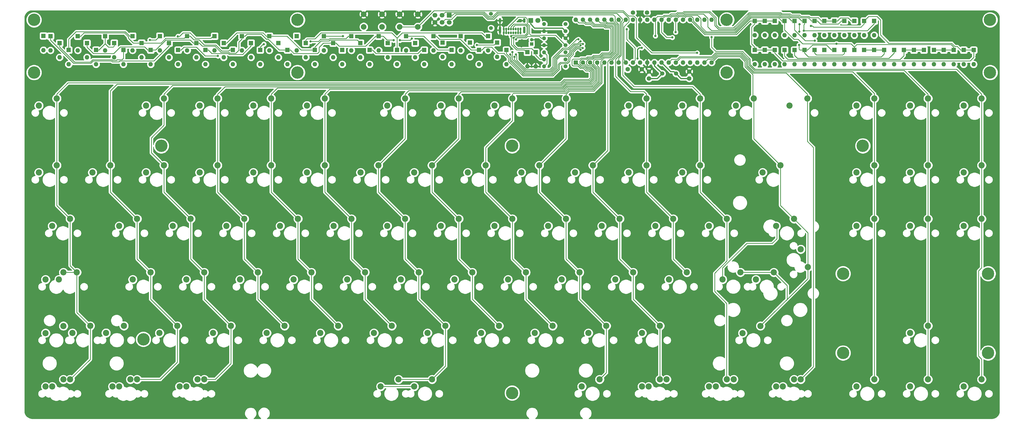
<source format=gbl>
G04 #@! TF.GenerationSoftware,KiCad,Pcbnew,(5.1.4)-1*
G04 #@! TF.CreationDate,2020-04-16T22:04:32+01:00*
G04 #@! TF.ProjectId,mysterium-pcb,6d797374-6572-4697-956d-2d7063622e6b,rev?*
G04 #@! TF.SameCoordinates,Original*
G04 #@! TF.FileFunction,Copper,L2,Bot*
G04 #@! TF.FilePolarity,Positive*
%FSLAX46Y46*%
G04 Gerber Fmt 4.6, Leading zero omitted, Abs format (unit mm)*
G04 Created by KiCad (PCBNEW (5.1.4)-1) date 2020-04-16 22:04:32*
%MOMM*%
%LPD*%
G04 APERTURE LIST*
%ADD10C,2.200000*%
%ADD11O,1.600000X1.600000*%
%ADD12R,1.600000X1.600000*%
%ADD13C,4.400000*%
%ADD14C,1.500000*%
%ADD15O,0.650000X1.000000*%
%ADD16O,0.900000X2.400000*%
%ADD17O,0.900000X1.700000*%
%ADD18C,2.000000*%
%ADD19C,1.400000*%
%ADD20O,1.400000X1.400000*%
%ADD21C,1.800000*%
%ADD22R,1.800000X1.800000*%
%ADD23R,1.700000X1.700000*%
%ADD24C,1.700000*%
%ADD25C,1.600000*%
%ADD26R,1.200000X1.200000*%
%ADD27C,1.200000*%
%ADD28C,0.800000*%
%ADD29C,0.400000*%
%ADD30C,0.250000*%
%ADD31C,0.254000*%
G04 APERTURE END LIST*
D10*
X73090001Y-168245000D03*
X66740001Y-170785000D03*
D11*
X44500000Y-70080000D03*
D12*
X44500000Y-65000000D03*
D10*
X51600000Y-168300000D03*
X45250000Y-170840000D03*
X292100000Y-149200000D03*
X285750000Y-151740000D03*
X316080000Y-147340000D03*
X313540000Y-140990000D03*
D13*
X287223200Y-78063500D03*
X134734300Y-78063500D03*
D10*
X299243750Y-168281350D03*
X292893750Y-170821350D03*
X297656250Y-151765000D03*
X304006250Y-149225000D03*
D11*
X311365410Y-75134948D03*
D12*
X311365410Y-70054948D03*
D11*
X72896866Y-75134948D03*
D12*
X72896866Y-70054948D03*
D11*
X108530629Y-72654655D03*
D12*
X108530629Y-67574655D03*
D11*
X321967188Y-75134948D03*
D12*
X321967188Y-70054948D03*
D11*
X343170744Y-75134948D03*
D12*
X343170744Y-70054948D03*
D11*
X339636818Y-75134948D03*
D12*
X339636818Y-70054948D03*
D11*
X339636818Y-64760499D03*
D12*
X339636818Y-59680499D03*
D11*
X336102892Y-75134948D03*
D12*
X336102892Y-70054948D03*
D11*
X325501114Y-75134948D03*
D12*
X325501114Y-70054948D03*
D11*
X314899336Y-75134948D03*
D12*
X314899336Y-70054948D03*
D11*
X314899336Y-64760499D03*
D12*
X314899336Y-59680499D03*
D11*
X150643258Y-75134948D03*
D12*
X150643258Y-70054948D03*
D11*
X69657433Y-72654655D03*
D12*
X69657433Y-67574655D03*
D11*
X66418000Y-70174362D03*
D12*
X66418000Y-65094362D03*
D11*
X63178567Y-75134948D03*
D12*
X63178567Y-70054948D03*
D11*
X346704670Y-75134948D03*
D12*
X346704670Y-70054948D03*
D11*
X329035040Y-64760499D03*
D12*
X329035040Y-59680499D03*
D11*
X318433262Y-64760499D03*
D12*
X318433262Y-59680499D03*
D11*
X199234783Y-75134948D03*
D12*
X199234783Y-70054948D03*
D11*
X183037588Y-70174362D03*
D12*
X183037588Y-65094362D03*
D11*
X163600990Y-70174362D03*
D12*
X163600990Y-65094362D03*
D11*
X147403825Y-72654655D03*
D12*
X147403825Y-67574655D03*
D11*
X131206660Y-75134948D03*
D12*
X131206660Y-70054948D03*
D11*
X115009495Y-70174362D03*
D12*
X115009495Y-65094362D03*
D11*
X98812330Y-72654655D03*
D12*
X98812330Y-67574655D03*
D11*
X82615165Y-75134948D03*
D12*
X82615165Y-70054948D03*
D11*
X59939134Y-72654655D03*
D12*
X59939134Y-67574655D03*
D11*
X329035040Y-75134948D03*
D12*
X329035040Y-70054948D03*
D11*
X318433262Y-75134948D03*
D12*
X318433262Y-70054948D03*
D11*
X311365410Y-64760499D03*
D12*
X311365410Y-59680499D03*
D11*
X208953100Y-75134948D03*
D12*
X208953100Y-70054948D03*
D11*
X195995344Y-72453500D03*
D12*
X195995344Y-67373500D03*
D11*
X179798155Y-75134948D03*
D12*
X179798155Y-70054948D03*
D11*
X160361557Y-75134948D03*
D12*
X160361557Y-70054948D03*
D11*
X144164392Y-70174362D03*
D12*
X144164392Y-65094362D03*
D11*
X127967227Y-72654655D03*
D12*
X127967227Y-67574655D03*
D11*
X111770062Y-75134948D03*
D12*
X111770062Y-70054948D03*
D11*
X95572897Y-70174362D03*
D12*
X95572897Y-65094362D03*
D11*
X79375732Y-72654655D03*
D12*
X79375732Y-67574655D03*
D11*
X56699701Y-70174362D03*
D12*
X56699701Y-65094362D03*
D11*
X357306448Y-75134948D03*
D12*
X357306448Y-70054948D03*
D11*
X353772522Y-75134948D03*
D12*
X353772522Y-70054948D03*
D11*
X350238596Y-75134948D03*
D12*
X350238596Y-70054948D03*
D11*
X332568966Y-64760499D03*
D12*
X332568966Y-59680499D03*
D11*
X325501114Y-64760499D03*
D12*
X325501114Y-59680499D03*
D11*
X321967188Y-64760499D03*
D12*
X321967188Y-59680499D03*
D11*
X307831484Y-75134948D03*
D12*
X307831484Y-70054948D03*
D11*
X192755905Y-70174362D03*
D12*
X192755905Y-65094362D03*
D11*
X186277027Y-72453500D03*
D12*
X186277027Y-67373500D03*
D11*
X176558722Y-72654655D03*
D12*
X176558722Y-67574655D03*
D11*
X157122124Y-72654655D03*
D12*
X157122124Y-67574655D03*
D11*
X140924959Y-75134948D03*
D12*
X140924959Y-70054948D03*
D11*
X124727794Y-70174362D03*
D12*
X124727794Y-65094362D03*
D11*
X92333464Y-75134948D03*
D12*
X92333464Y-70054948D03*
D11*
X76136299Y-70174362D03*
D12*
X76136299Y-65094362D03*
D11*
X53460268Y-75134948D03*
D12*
X53460268Y-70054948D03*
D11*
X367908226Y-75134948D03*
D12*
X367908226Y-70054948D03*
D11*
X364374300Y-75134948D03*
D12*
X364374300Y-70054948D03*
D11*
X360840374Y-75134948D03*
D12*
X360840374Y-70054948D03*
D11*
X332568966Y-75134948D03*
D12*
X332568966Y-70054948D03*
D11*
X307831484Y-64760499D03*
D12*
X307831484Y-59680499D03*
D11*
X205713661Y-72453500D03*
D12*
X205713661Y-67373500D03*
D11*
X189516466Y-75134948D03*
D12*
X189516466Y-70054948D03*
D11*
X173319289Y-70174362D03*
D12*
X173319289Y-65094362D03*
D11*
X166840423Y-72654655D03*
D12*
X166840423Y-67574655D03*
D11*
X153882691Y-70174362D03*
D12*
X153882691Y-65094362D03*
D11*
X134446093Y-70174362D03*
D12*
X134446093Y-65094362D03*
D11*
X118248928Y-72654655D03*
D12*
X118248928Y-67574655D03*
D11*
X102051763Y-75134948D03*
D12*
X102051763Y-70054948D03*
D11*
X85854598Y-70174362D03*
D12*
X85854598Y-65094362D03*
D11*
X50220835Y-72654655D03*
D12*
X50220835Y-67574655D03*
D11*
X374976098Y-75134948D03*
D12*
X374976098Y-70054948D03*
D11*
X371442152Y-75134948D03*
D12*
X371442152Y-70054948D03*
D11*
X336102892Y-64760499D03*
D12*
X336102892Y-59680499D03*
D11*
X297229706Y-64760499D03*
D12*
X297229706Y-59680499D03*
D11*
X297229706Y-75134948D03*
D12*
X297229706Y-70054948D03*
D11*
X300763632Y-64760499D03*
D12*
X300763632Y-59680499D03*
D11*
X300763632Y-75134948D03*
D12*
X300763632Y-70054948D03*
D11*
X304297558Y-64760499D03*
D12*
X304297558Y-59680499D03*
D11*
X304297558Y-75134948D03*
D12*
X304297558Y-70054948D03*
D11*
X202474222Y-70174362D03*
D12*
X202474222Y-65094362D03*
D11*
X170079856Y-75134948D03*
D12*
X170079856Y-70054948D03*
D11*
X137685526Y-72654655D03*
D12*
X137685526Y-67574655D03*
D11*
X121488361Y-75134948D03*
D12*
X121488361Y-70054948D03*
D11*
X105291196Y-70174362D03*
D12*
X105291196Y-65094362D03*
D11*
X89094031Y-72654655D03*
D12*
X89094031Y-67574655D03*
D11*
X46981402Y-70174362D03*
D12*
X46981402Y-65094362D03*
D13*
X287223200Y-59313500D03*
X41147500Y-59313500D03*
X380120412Y-177904900D03*
X328583688Y-177904900D03*
X380120412Y-149669500D03*
X328583688Y-149669500D03*
X80000000Y-173037500D03*
X86360000Y-104152700D03*
X335597500Y-104152700D03*
X211016251Y-192163700D03*
X211016251Y-104152700D03*
X134734300Y-59313500D03*
X380810000Y-59313500D03*
X380810000Y-78063500D03*
X41147500Y-78063500D03*
D10*
X244475000Y-168275000D03*
X238125000Y-170815000D03*
X258762500Y-111125000D03*
X252412500Y-113665000D03*
D14*
X269227300Y-78447900D03*
X264347300Y-78447900D03*
D15*
X212291251Y-63897700D03*
X213991251Y-63897700D03*
X213141251Y-63897700D03*
X211441251Y-63897700D03*
X210591251Y-63897700D03*
X209741251Y-63897700D03*
X208891251Y-63897700D03*
X208041251Y-63897700D03*
X213991251Y-62572700D03*
X213136251Y-62572700D03*
X212286251Y-62572700D03*
X211436251Y-62572700D03*
X210586251Y-62572700D03*
X209736251Y-62572700D03*
X208886251Y-62572700D03*
X208036251Y-62572700D03*
D16*
X215341251Y-62917700D03*
X206691251Y-62917700D03*
D17*
X215341251Y-59537700D03*
X206691251Y-59537700D03*
D12*
X233616500Y-74485500D03*
D11*
X281876500Y-59245500D03*
X236156500Y-74485500D03*
X279336500Y-59245500D03*
X238696500Y-74485500D03*
X276796500Y-59245500D03*
X241236500Y-74485500D03*
X274256500Y-59245500D03*
X243776500Y-74485500D03*
X271716500Y-59245500D03*
X246316500Y-74485500D03*
X269176500Y-59245500D03*
X248856500Y-74485500D03*
X266636500Y-59245500D03*
X251396500Y-74485500D03*
X264096500Y-59245500D03*
X253936500Y-74485500D03*
X261556500Y-59245500D03*
X256476500Y-74485500D03*
X259016500Y-59245500D03*
X259016500Y-74485500D03*
X256476500Y-59245500D03*
X261556500Y-74485500D03*
X253936500Y-59245500D03*
X264096500Y-74485500D03*
X251396500Y-59245500D03*
X266636500Y-74485500D03*
X248856500Y-59245500D03*
X269176500Y-74485500D03*
X246316500Y-59245500D03*
X271716500Y-74485500D03*
X243776500Y-59245500D03*
X274256500Y-74485500D03*
X241236500Y-59245500D03*
X276796500Y-74485500D03*
X238696500Y-59245500D03*
X279336500Y-74485500D03*
X236156500Y-59245500D03*
X281876500Y-74485500D03*
X233616500Y-59245500D03*
D10*
X377825000Y-187325000D03*
X371475000Y-189865000D03*
X358775000Y-187325000D03*
X352425000Y-189865000D03*
X339725000Y-187325000D03*
X333375000Y-189865000D03*
X313531250Y-187325000D03*
X307181250Y-189865000D03*
X304800000Y-189865000D03*
X311150000Y-187325000D03*
X287337500Y-187325000D03*
X280987500Y-189865000D03*
X289718750Y-187325000D03*
X283368750Y-189865000D03*
X265906250Y-187325000D03*
X259556250Y-189865000D03*
X257175000Y-189865000D03*
X263525000Y-187325000D03*
X242093750Y-187325000D03*
X235743750Y-189865000D03*
X182562500Y-187325000D03*
X176212500Y-189865000D03*
X170656250Y-187325000D03*
X164306250Y-189865000D03*
X92868750Y-189865000D03*
X99218750Y-187325000D03*
X95250000Y-189865000D03*
X101600000Y-187325000D03*
X77787500Y-187325000D03*
X71437500Y-189865000D03*
X75406250Y-187325000D03*
X69056250Y-189865000D03*
X51593750Y-187325000D03*
X45243750Y-189865000D03*
X47625000Y-189865000D03*
X53975000Y-187325000D03*
X358775000Y-168275000D03*
X352425000Y-170815000D03*
X263525000Y-168275000D03*
X257175000Y-170815000D03*
X225425000Y-168275000D03*
X219075000Y-170815000D03*
X206375000Y-168275000D03*
X200025000Y-170815000D03*
X187325000Y-168275000D03*
X180975000Y-170815000D03*
X168275000Y-168275000D03*
X161925000Y-170815000D03*
X149225000Y-168275000D03*
X142875000Y-170815000D03*
X130175000Y-168275000D03*
X123825000Y-170815000D03*
X111125000Y-168275000D03*
X104775000Y-170815000D03*
X92075000Y-168275000D03*
X85725000Y-170815000D03*
X54768750Y-170815000D03*
X61118750Y-168275000D03*
X273050000Y-149225000D03*
X266700000Y-151765000D03*
X254000000Y-149225000D03*
X247650000Y-151765000D03*
X234950000Y-149225000D03*
X228600000Y-151765000D03*
X215900000Y-149225000D03*
X209550000Y-151765000D03*
X196850000Y-149225000D03*
X190500000Y-151765000D03*
X177800000Y-149225000D03*
X171450000Y-151765000D03*
X158750000Y-149225000D03*
X152400000Y-151765000D03*
X139700000Y-149225000D03*
X133350000Y-151765000D03*
X120650000Y-149225000D03*
X114300000Y-151765000D03*
X101600000Y-149225000D03*
X95250000Y-151765000D03*
X82550000Y-149225000D03*
X76200000Y-151765000D03*
X51593750Y-149225000D03*
X45243750Y-151765000D03*
X56356250Y-149225000D03*
X50006250Y-151765000D03*
X377825000Y-130175000D03*
X371475000Y-132715000D03*
X358775000Y-130175000D03*
X352425000Y-132715000D03*
X339725000Y-130175000D03*
X333375000Y-132715000D03*
X304800000Y-132715000D03*
X311150000Y-130175000D03*
X287337500Y-130175000D03*
X280987500Y-132715000D03*
X268287500Y-130175000D03*
X261937500Y-132715000D03*
X249237500Y-130175000D03*
X242887500Y-132715000D03*
X230187500Y-130175000D03*
X223837500Y-132715000D03*
X211137500Y-130175000D03*
X204787500Y-132715000D03*
X192087500Y-130175000D03*
X185737500Y-132715000D03*
X173037500Y-130175000D03*
X166687500Y-132715000D03*
X153987500Y-130175000D03*
X147637500Y-132715000D03*
X134937500Y-130175000D03*
X128587500Y-132715000D03*
X115887500Y-130175000D03*
X109537500Y-132715000D03*
X96837500Y-130175000D03*
X90487500Y-132715000D03*
X77787500Y-130175000D03*
X71437500Y-132715000D03*
X47625000Y-132715000D03*
X53975000Y-130175000D03*
X377825000Y-111125000D03*
X371475000Y-113665000D03*
X358775000Y-111125000D03*
X352425000Y-113665000D03*
X339725000Y-111125000D03*
X333375000Y-113665000D03*
X306387500Y-111125000D03*
X300037500Y-113665000D03*
X277812500Y-111125000D03*
X271462500Y-113665000D03*
X239712500Y-111125000D03*
X233362500Y-113665000D03*
X220662500Y-111125000D03*
X214312500Y-113665000D03*
X201612500Y-111125000D03*
X195262500Y-113665000D03*
X182562500Y-111125000D03*
X176212500Y-113665000D03*
X163512500Y-111125000D03*
X157162500Y-113665000D03*
X144462500Y-111125000D03*
X138112500Y-113665000D03*
X125412500Y-111125000D03*
X119062500Y-113665000D03*
X106362500Y-111125000D03*
X100012500Y-113665000D03*
X87312500Y-111125000D03*
X80962500Y-113665000D03*
X68262500Y-111125000D03*
X61912500Y-113665000D03*
X49212500Y-111125000D03*
X42862500Y-113665000D03*
X377825000Y-87312500D03*
X371475000Y-89852500D03*
X358775000Y-87312500D03*
X352425000Y-89852500D03*
X339725000Y-87312500D03*
X333375000Y-89852500D03*
X315912500Y-87312500D03*
X309562500Y-89852500D03*
X296862500Y-87312500D03*
X290512500Y-89852500D03*
X277812500Y-87312500D03*
X271462500Y-89852500D03*
X258762500Y-87312500D03*
X252412500Y-89852500D03*
X230187500Y-87312500D03*
X223837500Y-89852500D03*
X211137500Y-87312500D03*
X204787500Y-89852500D03*
X192087500Y-87312500D03*
X185737500Y-89852500D03*
X173037500Y-87312500D03*
X166687500Y-89852500D03*
X144462500Y-87312500D03*
X138112500Y-89852500D03*
X125412500Y-87312500D03*
X119062500Y-89852500D03*
X106362500Y-87312500D03*
X100012500Y-89852500D03*
X87312500Y-87312500D03*
X80962500Y-89852500D03*
X49212500Y-87312500D03*
X42862500Y-89852500D03*
D18*
X164784597Y-57289700D03*
X164784597Y-61789700D03*
X158284597Y-57289700D03*
X158284597Y-61789700D03*
D19*
X229984300Y-60820300D03*
D20*
X222364300Y-60820300D03*
D19*
X229984300Y-63331263D03*
D20*
X222364300Y-63331263D03*
D19*
X229984300Y-75886078D03*
D20*
X222364300Y-75886078D03*
D19*
X229984300Y-73375115D03*
D20*
X222364300Y-73375115D03*
D19*
X229984300Y-70864152D03*
D20*
X222364300Y-70864152D03*
D19*
X229984300Y-68353189D03*
D20*
X222364300Y-68353189D03*
D19*
X229984300Y-65842226D03*
D20*
X222364300Y-65842226D03*
D21*
X220135499Y-59524900D03*
D22*
X217595499Y-59524900D03*
D23*
X188688397Y-57696100D03*
D24*
X188688397Y-60236100D03*
X186148397Y-57696100D03*
X186148397Y-60236100D03*
X183608397Y-57696100D03*
X183608397Y-60236100D03*
D19*
X203515397Y-57178100D03*
X203515397Y-62278100D03*
D11*
X219367100Y-75882500D03*
D12*
X219367100Y-70802500D03*
D11*
X216420700Y-75882500D03*
D12*
X216420700Y-70802500D03*
D25*
X257082300Y-76923900D03*
X252082300Y-76923900D03*
X253940300Y-56756300D03*
X258940300Y-56756300D03*
D26*
X217945459Y-67911544D03*
D27*
X217945459Y-66411544D03*
D25*
X259626100Y-77700500D03*
X259626100Y-80200500D03*
X273951700Y-77700500D03*
X273951700Y-80200500D03*
D18*
X177523197Y-57315100D03*
X177523197Y-61815100D03*
X171023197Y-57315100D03*
X171023197Y-61815100D03*
D28*
X247078500Y-124320300D03*
X244005100Y-145681700D03*
X184035700Y-86677500D03*
X352971100Y-72656700D03*
X120764300Y-67652900D03*
X113652300Y-73164700D03*
X179235100Y-66484500D03*
X181825900Y-72478900D03*
X198920100Y-65468500D03*
X185102500Y-75730100D03*
X193890900Y-72301100D03*
X203669900Y-73723500D03*
X158813500Y-72682100D03*
X80581500Y-75831700D03*
X79489300Y-70472300D03*
X63131700Y-65163700D03*
X73215500Y-66687700D03*
X111975900Y-67221100D03*
X117767100Y-65468500D03*
X166611300Y-70091300D03*
X227647500Y-69532500D03*
X214490300Y-66586100D03*
X266230100Y-62395100D03*
X253276100Y-69659500D03*
X253199900Y-72326500D03*
X214312500Y-68745100D03*
X230289100Y-78371700D03*
X186728100Y-65163700D03*
X198259700Y-59550300D03*
X138315700Y-64935100D03*
X298970700Y-62242700D03*
X340855300Y-62090300D03*
X253580900Y-62547500D03*
X257060700Y-56375300D03*
X261658100Y-56476900D03*
X375958100Y-72402700D03*
X293763700Y-63182500D03*
X275399500Y-62826900D03*
X126631700Y-70700900D03*
X153835100Y-74053700D03*
X165036500Y-66687700D03*
X159016700Y-65316100D03*
X291706300Y-57518300D03*
X53600000Y-182600000D03*
X160600000Y-199100000D03*
X276745700Y-71081900D03*
X257035300Y-69303900D03*
X255562100Y-73063100D03*
X210654900Y-65138300D03*
X211506910Y-65712784D03*
X251701300Y-62674500D03*
X212407500Y-66306700D03*
X122796300Y-67957700D03*
X92265500Y-65163700D03*
X235281549Y-68429223D03*
X317157100Y-61455300D03*
X210299300Y-71640700D03*
X326224900Y-67805300D03*
X82283300Y-66433700D03*
X198488300Y-68287900D03*
X236135755Y-67867331D03*
X139382500Y-66967100D03*
X211061300Y-70802500D03*
X106489500Y-72174100D03*
X211888283Y-72466852D03*
X235302560Y-66979211D03*
X261912100Y-65011300D03*
X150863300Y-65112900D03*
X236108519Y-69317710D03*
X269100300Y-63690500D03*
X318528700Y-66713100D03*
X267931900Y-65570100D03*
X235273468Y-69901910D03*
X168922700Y-66586100D03*
X171157900Y-66586100D03*
X175348900Y-65976500D03*
X313067700Y-63538100D03*
X313143900Y-60921900D03*
X312940700Y-68287900D03*
X212390157Y-71601898D03*
X234565373Y-66254201D03*
X314642500Y-63131700D03*
X281876500Y-65493900D03*
D29*
X213991251Y-62572700D02*
X213991251Y-63897700D01*
X208036251Y-63892700D02*
X208041251Y-63897700D01*
X208036251Y-62572700D02*
X208036251Y-63892700D01*
X219367100Y-75882500D02*
X216420700Y-75882500D01*
X218793987Y-66411544D02*
X217945459Y-66411544D01*
X219432706Y-66411544D02*
X218793987Y-66411544D01*
X221374351Y-68353189D02*
X219432706Y-66411544D01*
X222364300Y-68353189D02*
X221374351Y-68353189D01*
X230002426Y-65824100D02*
X229984300Y-65842226D01*
X229284301Y-65142227D02*
X229284301Y-65124101D01*
X229984300Y-65842226D02*
X229284301Y-65142227D01*
X227491463Y-63331263D02*
X222364300Y-63331263D01*
X229284301Y-65124101D02*
X227491463Y-63331263D01*
X260178699Y-57956301D02*
X261658100Y-56476900D01*
X258076016Y-57956301D02*
X260178699Y-57956301D01*
X257060700Y-56375300D02*
X257060700Y-56940985D01*
X257060700Y-56940985D02*
X258076016Y-57956301D01*
D30*
X276745700Y-71081900D02*
X260591300Y-71081900D01*
X260591300Y-71081900D02*
X255155700Y-65646300D01*
X255155700Y-65646300D02*
X255155700Y-58799698D01*
X255155700Y-58799698D02*
X254237303Y-57881301D01*
X254237303Y-57881301D02*
X252333714Y-57881301D01*
X252333714Y-57881301D02*
X252333714Y-57871314D01*
X172437410Y-61815100D02*
X177523197Y-61815100D01*
X171023197Y-61815100D02*
X172437410Y-61815100D01*
X177523197Y-61815100D02*
X183267797Y-56070500D01*
X250532900Y-56070500D02*
X250672600Y-56210200D01*
X183267797Y-56070500D02*
X250532900Y-56070500D01*
X252333714Y-57871314D02*
X250672600Y-56210200D01*
X250672600Y-56210200D02*
X250558300Y-56095900D01*
D29*
X264325100Y-74714100D02*
X264096500Y-74485500D01*
X264896499Y-75285499D02*
X264096500Y-74485500D01*
X267308901Y-77697901D02*
X264896499Y-75285499D01*
X268477301Y-77697901D02*
X267308901Y-77697901D01*
X269227300Y-78447900D02*
X268477301Y-77697901D01*
X270979900Y-80200500D02*
X273951700Y-80200500D01*
X269227300Y-78447900D02*
X270979900Y-80200500D01*
X261556500Y-75657100D02*
X261556500Y-74485500D01*
X264347300Y-78447900D02*
X261556500Y-75657100D01*
X262594700Y-80200500D02*
X264347300Y-78447900D01*
X259626100Y-80200500D02*
X262594700Y-80200500D01*
X256146300Y-69303900D02*
X257035300Y-69303900D01*
X255562100Y-73063100D02*
X255562100Y-69888100D01*
X255562100Y-69888100D02*
X256146300Y-69303900D01*
D30*
X285750000Y-151740000D02*
X285750000Y-147550000D01*
X285750000Y-147550000D02*
X294400000Y-138900000D01*
X294400000Y-138900000D02*
X303400000Y-138900000D01*
X305085001Y-134016001D02*
X305085001Y-132715000D01*
X303400000Y-138900000D02*
X305085001Y-137214999D01*
X305085001Y-137214999D02*
X305085001Y-134016001D01*
X174656866Y-189865000D02*
X164306250Y-189865000D01*
X176212500Y-189865000D02*
X174656866Y-189865000D01*
X210781900Y-65265300D02*
X210654900Y-65138300D01*
X210781900Y-68135500D02*
X210781900Y-65265300D01*
X212636100Y-69989700D02*
X210781900Y-68135500D01*
X215328500Y-69989700D02*
X212636100Y-69989700D01*
X216420700Y-70802500D02*
X216141300Y-70802500D01*
X216141300Y-70802500D02*
X215328500Y-69989700D01*
X211436251Y-61822700D02*
X212006851Y-61252100D01*
X212006851Y-61252100D02*
X215732078Y-61252100D01*
X215732078Y-61252100D02*
X216242900Y-61762922D01*
X216242900Y-61762922D02*
X216242900Y-64096900D01*
X215601499Y-64738301D02*
X211054899Y-64738301D01*
X216242900Y-64096900D02*
X215601499Y-64738301D01*
X211436251Y-62572700D02*
X211436251Y-61822700D01*
X211054899Y-64738301D02*
X210654900Y-65138300D01*
X223064299Y-71564151D02*
X222364300Y-70864152D01*
X223389301Y-71889153D02*
X223064299Y-71564151D01*
X223389301Y-74861077D02*
X223389301Y-71889153D01*
X222364300Y-75886078D02*
X223389301Y-74861077D01*
X215709500Y-65290700D02*
X211928994Y-65290700D01*
X210586251Y-62572700D02*
X210586251Y-61822700D01*
X211906909Y-65312785D02*
X211506910Y-65712784D01*
X216700100Y-64300100D02*
X215709500Y-65290700D01*
X215911290Y-60794900D02*
X216700100Y-61583710D01*
X211928994Y-65290700D02*
X211906909Y-65312785D01*
X216700100Y-61583710D02*
X216700100Y-64300100D01*
X211614051Y-60794900D02*
X215911290Y-60794900D01*
X210586251Y-61822700D02*
X211614051Y-60794900D01*
X221374351Y-73375115D02*
X222364300Y-73375115D01*
X220889715Y-73375115D02*
X221374351Y-73375115D01*
X219367100Y-71852500D02*
X220889715Y-73375115D01*
X219367100Y-70802500D02*
X219367100Y-71852500D01*
X211506910Y-66278469D02*
X211506910Y-65712784D01*
X211506910Y-68200110D02*
X211506910Y-66278469D01*
X212839300Y-69532500D02*
X211506910Y-68200110D01*
X217970100Y-69532500D02*
X212839300Y-69532500D01*
X219240100Y-70802500D02*
X217970100Y-69532500D01*
X219367100Y-70802500D02*
X219240100Y-70802500D01*
D29*
X213136251Y-63892700D02*
X213141251Y-63897700D01*
X213136251Y-62572700D02*
X213136251Y-63892700D01*
X208886251Y-63892700D02*
X208891251Y-63897700D01*
X208886251Y-62572700D02*
X208886251Y-63892700D01*
D30*
X189788397Y-57696100D02*
X188688397Y-57696100D01*
X190499597Y-56984900D02*
X189788397Y-57696100D01*
X204193798Y-58653112D02*
X202594912Y-58653112D01*
X248856500Y-74485500D02*
X248856500Y-74460100D01*
X202594912Y-58653112D02*
X200926700Y-56984900D01*
X205843799Y-57003111D02*
X204193798Y-58653112D01*
X248212900Y-57003111D02*
X205843799Y-57003111D01*
X249796300Y-59970702D02*
X250151900Y-59615102D01*
X200926700Y-56984900D02*
X190499597Y-56984900D01*
X250151900Y-59615102D02*
X250151900Y-58942111D01*
X250151900Y-58942111D02*
X248212900Y-57003111D01*
X249796300Y-71894700D02*
X249796300Y-71361300D01*
X249796300Y-70827900D02*
X249796300Y-71894700D01*
X249796300Y-71361300D02*
X249796300Y-70827900D01*
X249796300Y-70827900D02*
X249796300Y-59970702D01*
X249796300Y-71894700D02*
X248856500Y-72834500D01*
X248856500Y-72834500D02*
X248856500Y-74485500D01*
X187323398Y-56521099D02*
X186148397Y-57696100D01*
X201123299Y-56521099D02*
X187323398Y-56521099D01*
X202805301Y-58203101D02*
X201123299Y-56521099D01*
X204007398Y-58203101D02*
X202805301Y-58203101D01*
X205657399Y-56553100D02*
X204007398Y-58203101D01*
X251396500Y-74485500D02*
X251396500Y-74206100D01*
X251396500Y-74206100D02*
X250710700Y-73520300D01*
X250710700Y-73520300D02*
X250710700Y-61785500D01*
X250710700Y-61785500D02*
X252521501Y-59974699D01*
X250369102Y-56553100D02*
X205657399Y-56553100D01*
X252521501Y-59974699D02*
X252521501Y-58705499D01*
X252521501Y-58705499D02*
X250369102Y-56553100D01*
X246316500Y-74485500D02*
X246443500Y-74485500D01*
X247586500Y-58102500D02*
X247586500Y-59651900D01*
X246937122Y-57453122D02*
X247586500Y-58102500D01*
X206125498Y-57453122D02*
X246937122Y-57453122D01*
X204475497Y-59103123D02*
X206125498Y-57453122D01*
X187323398Y-59061099D02*
X189528701Y-59061099D01*
X186148397Y-60236100D02*
X187323398Y-59061099D01*
X189528701Y-59061099D02*
X191147700Y-57442100D01*
X200723500Y-57442100D02*
X202384523Y-59103123D01*
X191147700Y-57442100D02*
X200723500Y-57442100D01*
X202384523Y-59103123D02*
X204475497Y-59103123D01*
X247586500Y-59651900D02*
X248450100Y-60515500D01*
X248450100Y-60515500D02*
X248602500Y-60667900D01*
X246316500Y-74053700D02*
X246316500Y-74485500D01*
X248881900Y-71488300D02*
X246316500Y-74053700D01*
X248450100Y-60515500D02*
X248881900Y-60947300D01*
X248881900Y-60947300D02*
X248881900Y-71488300D01*
X254736499Y-73685501D02*
X254736499Y-69316499D01*
X253936500Y-74485500D02*
X254736499Y-73685501D01*
X251701300Y-66281300D02*
X251701300Y-62674500D01*
X254736499Y-69316499D02*
X251701300Y-66281300D01*
D29*
X217595499Y-60824900D02*
X217595499Y-59524900D01*
X219001861Y-62231262D02*
X217595499Y-60824900D01*
X228884299Y-62231262D02*
X219001861Y-62231262D01*
X229984300Y-63331263D02*
X228884299Y-62231262D01*
D30*
X222364300Y-65925700D02*
X222161100Y-65925700D01*
X212407500Y-66154300D02*
X212407500Y-66306700D01*
X221374351Y-65842226D02*
X220746625Y-65214500D01*
X222364300Y-65842226D02*
X221374351Y-65842226D01*
X220746625Y-65214500D02*
X216446100Y-65214500D01*
X216446100Y-65214500D02*
X215912700Y-65747900D01*
X215912700Y-65747900D02*
X212813900Y-65747900D01*
X212813900Y-65747900D02*
X212407500Y-66154300D01*
X217157300Y-61404500D02*
X217157300Y-64274700D01*
X209736251Y-62572700D02*
X209736251Y-61822700D01*
X209736251Y-61822700D02*
X213196261Y-58362690D01*
X213196261Y-58362690D02*
X215715690Y-58362690D01*
X215715690Y-58362690D02*
X216370498Y-59017498D01*
X216370498Y-59017498D02*
X216370498Y-60617698D01*
X216370498Y-60617698D02*
X217157300Y-61404500D01*
X226388411Y-64757300D02*
X229984300Y-68353189D01*
X217639900Y-64757300D02*
X226388411Y-64757300D01*
X217157300Y-64274700D02*
X217639900Y-64757300D01*
X297229706Y-69004948D02*
X297229706Y-70054948D01*
X296104705Y-67879947D02*
X297229706Y-69004948D01*
X296104705Y-61855500D02*
X296104705Y-67879947D01*
X297229706Y-60730499D02*
X296104705Y-61855500D01*
X297229706Y-59680499D02*
X297229706Y-60730499D01*
X298279706Y-70054948D02*
X300763632Y-70054948D01*
X297229706Y-70054948D02*
X298279706Y-70054948D01*
X301813632Y-70054948D02*
X304297558Y-70054948D01*
X300763632Y-70054948D02*
X301813632Y-70054948D01*
X304297558Y-71104948D02*
X307093910Y-73901300D01*
X304297558Y-70054948D02*
X304297558Y-71104948D01*
X307093910Y-73901300D02*
X373748300Y-73901300D01*
X374976098Y-72673502D02*
X374976098Y-70054948D01*
X373748300Y-73901300D02*
X374976098Y-72673502D01*
X373926098Y-70054948D02*
X371442152Y-70054948D01*
X374976098Y-70054948D02*
X373926098Y-70054948D01*
X297229706Y-59680499D02*
X296179706Y-59680499D01*
X55244289Y-74783111D02*
X46981402Y-66520224D01*
X46981402Y-66520224D02*
X46981402Y-65094362D01*
X61311500Y-74783111D02*
X55244289Y-74783111D01*
X62142510Y-73952100D02*
X61311500Y-74783111D01*
X68653466Y-73952100D02*
X62142510Y-73952100D01*
X89094031Y-67574655D02*
X89094031Y-68624655D01*
X89094031Y-68624655D02*
X83766586Y-73952100D01*
X71615300Y-73952100D02*
X71337733Y-74229667D01*
X71337733Y-74229667D02*
X68931032Y-74229667D01*
X83766586Y-73952100D02*
X71615300Y-73952100D01*
X68931032Y-74229667D02*
X68653466Y-73952100D01*
X122535609Y-67957700D02*
X122796300Y-67957700D01*
X121488361Y-70054948D02*
X121488361Y-69004948D01*
X121488361Y-69004948D02*
X122535609Y-67957700D01*
X104780838Y-65094362D02*
X105291196Y-65094362D01*
X92831185Y-65163700D02*
X94050385Y-63944500D01*
X92265500Y-65163700D02*
X92831185Y-65163700D01*
X94050385Y-63944500D02*
X96608037Y-63944500D01*
X96608037Y-63944500D02*
X98513037Y-65849500D01*
X98513037Y-65849500D02*
X104025700Y-65849500D01*
X104025700Y-65849500D02*
X104780838Y-65094362D01*
X170079856Y-66368744D02*
X170079856Y-65784544D01*
X170079856Y-66368744D02*
X170079856Y-70054948D01*
X170079856Y-65784544D02*
X171945300Y-63919100D01*
X201424222Y-65094362D02*
X202474222Y-65094362D01*
X200248960Y-63919100D02*
X201424222Y-65094362D01*
X171945300Y-63919100D02*
X200248960Y-63919100D01*
X137685526Y-66524655D02*
X137685526Y-67574655D01*
X138122291Y-66087891D02*
X137685526Y-66524655D01*
X140985861Y-66087891D02*
X138122291Y-66087891D01*
X143104391Y-63969361D02*
X140985861Y-66087891D01*
X168236361Y-63969361D02*
X143104391Y-63969361D01*
X170079856Y-65812856D02*
X168236361Y-63969361D01*
X170079856Y-66368744D02*
X170079856Y-65812856D01*
X298279706Y-59680499D02*
X300763632Y-59680499D01*
X297229706Y-59680499D02*
X298279706Y-59680499D01*
X300763632Y-59680499D02*
X304297558Y-59680499D01*
X336102892Y-60730499D02*
X336102892Y-59680499D01*
X334946291Y-61887100D02*
X336102892Y-60730499D01*
X318154585Y-61887100D02*
X334946291Y-61887100D01*
X317722785Y-61455300D02*
X318154585Y-61887100D01*
X317157100Y-61455300D02*
X317722785Y-61455300D01*
X336102892Y-59679908D02*
X336102892Y-59680499D01*
X337680300Y-58102500D02*
X336102892Y-59679908D01*
X341871300Y-59372500D02*
X340601300Y-58102500D01*
X340601300Y-58102500D02*
X337680300Y-58102500D01*
X341871300Y-64706500D02*
X341871300Y-59372500D01*
X371442152Y-70054948D02*
X370392152Y-70054948D01*
X370392152Y-70054948D02*
X369133104Y-68795900D01*
X368338100Y-68795900D02*
X367169700Y-67627500D01*
X367169700Y-67627500D02*
X344792300Y-67627500D01*
X369133104Y-68795900D02*
X368338100Y-68795900D01*
X344792300Y-67627500D02*
X341871300Y-64706500D01*
X234937300Y-68719700D02*
X235227777Y-68429223D01*
X233514900Y-68719700D02*
X234937300Y-68719700D01*
X231838500Y-71183500D02*
X231838500Y-70396100D01*
X231838500Y-70396100D02*
X233514900Y-68719700D01*
X230671886Y-72350114D02*
X231838500Y-71183500D01*
X227954086Y-72350114D02*
X230671886Y-72350114D01*
X226885500Y-73418700D02*
X227954086Y-72350114D01*
X210299300Y-71640700D02*
X210604100Y-71945500D01*
X210604100Y-73647300D02*
X215328500Y-78371700D01*
X210604100Y-71945500D02*
X210604100Y-73647300D01*
X215328500Y-78371700D02*
X225056700Y-78371700D01*
X225056700Y-78371700D02*
X226885500Y-76542900D01*
X235227777Y-68429223D02*
X235281549Y-68429223D01*
X226885500Y-76542900D02*
X226885500Y-73418700D01*
X279514300Y-64503300D02*
X274256500Y-59245500D01*
X290664900Y-64503300D02*
X279514300Y-64503300D01*
X296179706Y-59680499D02*
X295487701Y-59680499D01*
X295487701Y-59680499D02*
X290664900Y-64503300D01*
X360840374Y-70054948D02*
X364374300Y-70054948D01*
X365424300Y-70054948D02*
X367908226Y-70054948D01*
X364374300Y-70054948D02*
X365424300Y-70054948D01*
X333463814Y-68110100D02*
X332568966Y-69004948D01*
X367013378Y-68110100D02*
X333463814Y-68110100D01*
X367908226Y-69004948D02*
X367013378Y-68110100D01*
X367908226Y-70054948D02*
X367908226Y-69004948D01*
X50220835Y-69000517D02*
X50220835Y-67574655D01*
X55553418Y-74333100D02*
X50220835Y-69000517D01*
X61125100Y-74333100D02*
X55553418Y-74333100D01*
X72896866Y-70054948D02*
X72896866Y-73026134D01*
X68832676Y-73494900D02*
X61963300Y-73494900D01*
X72896866Y-73026134D02*
X72435444Y-73487556D01*
X72435444Y-73487556D02*
X70642756Y-73487556D01*
X61963300Y-73494900D02*
X61125100Y-74333100D01*
X70642756Y-73487556D02*
X70350656Y-73779656D01*
X70350656Y-73779656D02*
X69117432Y-73779656D01*
X69117432Y-73779656D02*
X68832676Y-73494900D01*
X85854598Y-65094362D02*
X85807038Y-65094362D01*
X84467700Y-66433700D02*
X83985100Y-66433700D01*
X85807038Y-65094362D02*
X84467700Y-66433700D01*
X82283300Y-66433700D02*
X83985100Y-66433700D01*
X102051763Y-70054948D02*
X103101763Y-70054948D01*
X115243623Y-71629960D02*
X118248928Y-68624655D01*
X118248928Y-68624655D02*
X118248928Y-67574655D01*
X110193064Y-71299363D02*
X110523661Y-71629960D01*
X110523661Y-71629960D02*
X115243623Y-71629960D01*
X104346178Y-71299363D02*
X110193064Y-71299363D01*
X103101763Y-70054948D02*
X104346178Y-71299363D01*
X188466466Y-70054948D02*
X189516466Y-70054948D01*
X184583176Y-70054948D02*
X188466466Y-70054948D01*
X179622590Y-65094362D02*
X184583176Y-70054948D01*
X173319289Y-65094362D02*
X179622590Y-65094362D01*
X199053985Y-68287900D02*
X198488300Y-68287900D01*
X204609700Y-68287900D02*
X199053985Y-68287900D01*
X205713661Y-67373500D02*
X205524100Y-67373500D01*
X205524100Y-67373500D02*
X204609700Y-68287900D01*
X145937704Y-66219363D02*
X146231367Y-65925700D01*
X142974391Y-66219363D02*
X145937704Y-66219363D01*
X142226654Y-66967100D02*
X142974391Y-66219363D01*
X139382500Y-66967100D02*
X142226654Y-66967100D01*
X152832691Y-65094362D02*
X153882691Y-65094362D01*
X152001353Y-65925700D02*
X152832691Y-65094362D01*
X146231367Y-65925700D02*
X152001353Y-65925700D01*
X307831484Y-60730499D02*
X307831484Y-59680499D01*
X307831484Y-62891575D02*
X307831484Y-60730499D01*
X311170409Y-66230500D02*
X307831484Y-62891575D01*
X312610500Y-66230500D02*
X311170409Y-66230500D01*
X314185300Y-67805300D02*
X312610500Y-66230500D01*
X326224900Y-67805300D02*
X314185300Y-67805300D01*
X332568966Y-69247166D02*
X332568966Y-68993166D01*
X332568966Y-69004948D02*
X332568966Y-69247166D01*
X332568966Y-69247166D02*
X332568966Y-70054948D01*
X331381100Y-67805300D02*
X326224900Y-67805300D01*
X332568966Y-68993166D02*
X331381100Y-67805300D01*
X205713661Y-67373500D02*
X205803500Y-67373500D01*
X235972637Y-67704213D02*
X236135755Y-67867331D01*
X234405310Y-68262500D02*
X234963597Y-67704213D01*
X233311700Y-68262500D02*
X234405310Y-68262500D01*
X231381300Y-70192900D02*
X233311700Y-68262500D01*
X230470754Y-71894700D02*
X231381300Y-70984154D01*
X231381300Y-70984154D02*
X231381300Y-70192900D01*
X227749100Y-71894700D02*
X230470754Y-71894700D01*
X211061300Y-70802500D02*
X211061300Y-73444100D01*
X211061300Y-73444100D02*
X215524723Y-77907523D01*
X215524723Y-77907523D02*
X224860477Y-77907523D01*
X234963597Y-67704213D02*
X235972637Y-67704213D01*
X224860477Y-77907523D02*
X226428300Y-76339700D01*
X226428300Y-76339700D02*
X226428300Y-73215500D01*
X226428300Y-73215500D02*
X227749100Y-71894700D01*
X274796501Y-58120499D02*
X272841501Y-58120499D01*
X275381501Y-59710101D02*
X275381501Y-58705499D01*
X307831484Y-59680499D02*
X306781484Y-59680499D01*
X275381501Y-58705499D02*
X274796501Y-58120499D01*
X306781484Y-59680499D02*
X305635285Y-58534300D01*
X305635285Y-58534300D02*
X295973500Y-58534300D01*
X295973500Y-58534300D02*
X290461700Y-64046100D01*
X272841501Y-58120499D02*
X271716500Y-59245500D01*
X290461700Y-64046100D02*
X279717500Y-64046100D01*
X279717500Y-64046100D02*
X275381501Y-59710101D01*
X356256448Y-70054948D02*
X353772522Y-70054948D01*
X357306448Y-70054948D02*
X356256448Y-70054948D01*
X352722522Y-70054948D02*
X350238596Y-70054948D01*
X353772522Y-70054948D02*
X352722522Y-70054948D01*
X350238596Y-72036404D02*
X350238596Y-70054948D01*
X348856300Y-73418700D02*
X350238596Y-72036404D01*
X309003700Y-73418700D02*
X348856300Y-73418700D01*
X307831484Y-70054948D02*
X307831484Y-72246484D01*
X307831484Y-72246484D02*
X309003700Y-73418700D01*
X73511287Y-63519350D02*
X75086299Y-65094362D01*
X75086299Y-65094362D02*
X76136299Y-65094362D01*
X56089711Y-63519350D02*
X73511287Y-63519350D01*
X53460268Y-66148793D02*
X56089711Y-63519350D01*
X53460268Y-70054948D02*
X53460268Y-66148793D01*
X123677794Y-65094362D02*
X124727794Y-65094362D01*
X122552793Y-63969361D02*
X123677794Y-65094362D01*
X113185923Y-63969361D02*
X122552793Y-63969361D01*
X109580629Y-67574655D02*
X113185923Y-63969361D01*
X108530629Y-67574655D02*
X109580629Y-67574655D01*
X101985913Y-72174100D02*
X106489500Y-72174100D01*
X98861174Y-69049361D02*
X101985913Y-72174100D01*
X94389051Y-69049361D02*
X98861174Y-69049361D01*
X92333464Y-70054948D02*
X93383464Y-70054948D01*
X93383464Y-70054948D02*
X94389051Y-69049361D01*
X139874959Y-70054948D02*
X140924959Y-70054948D01*
X135991681Y-70054948D02*
X139874959Y-70054948D01*
X131031095Y-65094362D02*
X135991681Y-70054948D01*
X124727794Y-65094362D02*
X131031095Y-65094362D01*
X267373100Y-57188100D02*
X269252700Y-57188100D01*
X264579100Y-58102500D02*
X265036300Y-57645300D01*
X266915900Y-57645300D02*
X267373100Y-57188100D01*
X265036300Y-57645300D02*
X266915900Y-57645300D01*
X261556500Y-59245500D02*
X262699500Y-58102500D01*
X262699500Y-58102500D02*
X264579100Y-58102500D01*
X269252700Y-57188100D02*
X269709900Y-56730900D01*
X269709900Y-56730900D02*
X271589500Y-56730900D01*
X271589500Y-56730900D02*
X272021300Y-56299100D01*
X261912100Y-59601100D02*
X261556500Y-59245500D01*
X261912100Y-65011300D02*
X261912100Y-59601100D01*
X140924959Y-69004948D02*
X140924959Y-70054948D01*
X156010054Y-66449654D02*
X146343824Y-66449654D01*
X157122124Y-67561724D02*
X156010054Y-66449654D01*
X146343824Y-66449654D02*
X145985967Y-66807511D01*
X157122124Y-67574655D02*
X157122124Y-67561724D01*
X145985967Y-66807511D02*
X143122396Y-66807511D01*
X143122396Y-66807511D02*
X140924959Y-69004948D01*
X323017188Y-59680499D02*
X325501114Y-59680499D01*
X321967188Y-59680499D02*
X323017188Y-59680499D01*
X331518966Y-59680499D02*
X332568966Y-59680499D01*
X330393965Y-58555498D02*
X331518966Y-59680499D01*
X327676115Y-58555498D02*
X330393965Y-58555498D01*
X326551114Y-59680499D02*
X327676115Y-58555498D01*
X325501114Y-59680499D02*
X326551114Y-59680499D01*
X233108500Y-67805300D02*
X234226100Y-67805300D01*
X231085599Y-69828201D02*
X233108500Y-67805300D01*
X234226100Y-67805300D02*
X235052189Y-66979211D01*
X229155199Y-69828201D02*
X231085599Y-69828201D01*
X211888283Y-72466852D02*
X211888283Y-73610683D01*
X235052189Y-66979211D02*
X235302560Y-66979211D01*
X211888283Y-73610683D02*
X215735112Y-77457512D01*
X215735112Y-77457512D02*
X224650088Y-77457512D01*
X224650088Y-77457512D02*
X225971100Y-76136500D01*
X225971100Y-76136500D02*
X225971100Y-73012300D01*
X225971100Y-73012300D02*
X229155199Y-69828201D01*
X320917188Y-59680499D02*
X319770989Y-58534300D01*
X321967188Y-59680499D02*
X320917188Y-59680499D01*
X319770989Y-58534300D02*
X316877700Y-58534300D01*
X316877700Y-58534300D02*
X316420500Y-58077100D01*
X316420500Y-58077100D02*
X313550300Y-58077100D01*
X313550300Y-58077100D02*
X313093100Y-57619900D01*
X313093100Y-57619900D02*
X310222900Y-57619900D01*
X310222900Y-57619900D02*
X309765700Y-57162700D01*
X309765700Y-57162700D02*
X306895500Y-57162700D01*
X306895500Y-57162700D02*
X306438300Y-56705500D01*
X306438300Y-56705500D02*
X295160700Y-56705500D01*
X295160700Y-56705500D02*
X289699700Y-62166500D01*
X289699700Y-62166500D02*
X284518100Y-62166500D01*
X284518100Y-62166500D02*
X283476700Y-61125100D01*
X283476700Y-61125100D02*
X283476700Y-58534300D01*
X283476700Y-58534300D02*
X281241500Y-56299100D01*
X281241500Y-56299100D02*
X272021300Y-56299100D01*
X318433262Y-71104948D02*
X319146814Y-71818500D01*
X318433262Y-70054948D02*
X318433262Y-71104948D01*
X319146814Y-71818500D02*
X328485500Y-71818500D01*
X329035040Y-71268960D02*
X329035040Y-70054948D01*
X328485500Y-71818500D02*
X329035040Y-71268960D01*
X78325732Y-67574655D02*
X79375732Y-67574655D01*
X76431590Y-67574655D02*
X78325732Y-67574655D01*
X74739500Y-65882565D02*
X76431590Y-67574655D01*
X73316561Y-63969361D02*
X74739500Y-65392300D01*
X58874702Y-63969361D02*
X73316561Y-63969361D01*
X57749701Y-65094362D02*
X58874702Y-63969361D01*
X56699701Y-65094362D02*
X57749701Y-65094362D01*
X74739500Y-65392300D02*
X74739500Y-65882565D01*
X95572897Y-65094362D02*
X95306638Y-65094362D01*
X94500700Y-65900300D02*
X93814900Y-65900300D01*
X95306638Y-65094362D02*
X94500700Y-65900300D01*
X93814900Y-65900300D02*
X94221300Y-65900300D01*
X96622897Y-65094362D02*
X97911435Y-66382900D01*
X95572897Y-65094362D02*
X96622897Y-65094362D01*
X99805577Y-66382900D02*
X101659777Y-68237100D01*
X97911435Y-66382900D02*
X99805577Y-66382900D01*
X101659777Y-68237100D02*
X105651300Y-68237100D01*
X105651300Y-68237100D02*
X107784900Y-70370700D01*
X107784900Y-70370700D02*
X110375700Y-70370700D01*
X110691452Y-70054948D02*
X111770062Y-70054948D01*
X110375700Y-70370700D02*
X110691452Y-70054948D01*
X91827498Y-65900300D02*
X91841299Y-65914101D01*
X86272618Y-67574655D02*
X87946973Y-65900300D01*
X87946973Y-65900300D02*
X91827498Y-65900300D01*
X91841299Y-65914101D02*
X93801099Y-65914101D01*
X93801099Y-65914101D02*
X93814900Y-65900300D01*
X79375732Y-67574655D02*
X86272618Y-67574655D01*
X144164392Y-65094362D02*
X150844762Y-65094362D01*
X150844762Y-65094362D02*
X150863300Y-65112900D01*
X178748155Y-70054948D02*
X179798155Y-70054948D01*
X177503740Y-71299363D02*
X178748155Y-70054948D01*
X162655972Y-71299363D02*
X177503740Y-71299363D01*
X161411557Y-70054948D02*
X162655972Y-71299363D01*
X160361557Y-70054948D02*
X161411557Y-70054948D01*
X269100300Y-59321700D02*
X269176500Y-59245500D01*
X269100300Y-63690500D02*
X269100300Y-59321700D01*
X235945034Y-69154225D02*
X236108519Y-69317710D01*
X311365410Y-62953410D02*
X311365410Y-59680499D01*
X318528700Y-66713100D02*
X315125100Y-66713100D01*
X315125100Y-66713100D02*
X311365410Y-62953410D01*
X232295700Y-71386700D02*
X232295700Y-70599300D01*
X235967709Y-69176900D02*
X236108519Y-69317710D01*
X231025700Y-72656700D02*
X232295700Y-71386700D01*
X231025700Y-73850717D02*
X231025700Y-72656700D01*
X230467117Y-74409300D02*
X231025700Y-73850717D01*
X232295700Y-70599300D02*
X233718100Y-69176900D01*
X227342700Y-76746100D02*
X227342700Y-75171300D01*
X227342700Y-75171300D02*
X228104700Y-74409300D01*
X208953100Y-70054948D02*
X208953100Y-71386700D01*
X210146900Y-72580500D02*
X210146900Y-73850500D01*
X210146900Y-73850500D02*
X215118110Y-78821710D01*
X233718100Y-69176900D02*
X235967709Y-69176900D01*
X215118110Y-78821710D02*
X225267090Y-78821710D01*
X228104700Y-74409300D02*
X230467117Y-74409300D01*
X208953100Y-71386700D02*
X210146900Y-72580500D01*
X225267090Y-78821710D02*
X227342700Y-76746100D01*
X270319500Y-58102500D02*
X269176500Y-59245500D01*
X272631112Y-57670488D02*
X272199100Y-58102500D01*
X278041100Y-58825098D02*
X276886490Y-57670488D01*
X272199100Y-58102500D02*
X270319500Y-58102500D01*
X278041100Y-61683900D02*
X278041100Y-58825098D01*
X279920700Y-63563500D02*
X278041100Y-61683900D01*
X311365410Y-59680499D02*
X310315410Y-59680499D01*
X290283900Y-63563500D02*
X279920700Y-63563500D01*
X310315410Y-59680499D02*
X309169212Y-58534300D01*
X309169212Y-58534300D02*
X306285900Y-58534300D01*
X276886490Y-57670488D02*
X272631112Y-57670488D01*
X306285900Y-58534300D02*
X305828700Y-58077100D01*
X305828700Y-58077100D02*
X295770300Y-58077100D01*
X295770300Y-58077100D02*
X290283900Y-63563500D01*
X346704670Y-71104948D02*
X344848118Y-72961500D01*
X346704670Y-70054948D02*
X346704670Y-71104948D01*
X344848118Y-72961500D02*
X312331100Y-72961500D01*
X311365410Y-71995810D02*
X311365410Y-70054948D01*
X312331100Y-72961500D02*
X311365410Y-71995810D01*
X81565165Y-70054948D02*
X82615165Y-70054948D01*
X80440164Y-68929947D02*
X81565165Y-70054948D01*
X71836865Y-68929947D02*
X80440164Y-68929947D01*
X69467449Y-71299363D02*
X71836865Y-68929947D01*
X62237980Y-71299363D02*
X69467449Y-71299363D01*
X59939134Y-69000517D02*
X62237980Y-71299363D01*
X59939134Y-67574655D02*
X59939134Y-69000517D01*
X84378463Y-70054948D02*
X86408745Y-68024666D01*
X86459018Y-68024666D02*
X88034030Y-66449654D01*
X97762330Y-67574655D02*
X98812330Y-67574655D01*
X86408745Y-68024666D02*
X86459018Y-68024666D01*
X88034030Y-66449654D02*
X96637329Y-66449654D01*
X82615165Y-70054948D02*
X84378463Y-70054948D01*
X96637329Y-66449654D02*
X97762330Y-67574655D01*
X99862330Y-67574655D02*
X98812330Y-67574655D01*
X105453456Y-68699656D02*
X100987331Y-68699656D01*
X107590544Y-70836744D02*
X105453456Y-68699656D01*
X100987331Y-68699656D02*
X99862330Y-67574655D01*
X110366856Y-70836744D02*
X107590544Y-70836744D01*
X115009495Y-65094362D02*
X115009495Y-66144362D01*
X115009495Y-66144362D02*
X113884494Y-67269363D01*
X113884494Y-67269363D02*
X113884494Y-70125518D01*
X113884494Y-70125518D02*
X112830063Y-71179949D01*
X112830063Y-71179949D02*
X110710061Y-71179949D01*
X110710061Y-71179949D02*
X110366856Y-70836744D01*
X141865546Y-71299363D02*
X142455900Y-70709009D01*
X133501075Y-71299363D02*
X141865546Y-71299363D01*
X131206660Y-70054948D02*
X132256660Y-70054948D01*
X132256660Y-70054948D02*
X133501075Y-71299363D01*
X142455900Y-70709009D02*
X142455900Y-69100700D01*
X143981945Y-67574655D02*
X147403825Y-67574655D01*
X142455900Y-69100700D02*
X143981945Y-67574655D01*
X162550990Y-65094362D02*
X163600990Y-65094362D01*
X158945696Y-68699656D02*
X162550990Y-65094362D01*
X149578826Y-68699656D02*
X158945696Y-68699656D01*
X148453825Y-67574655D02*
X149578826Y-68699656D01*
X147403825Y-67574655D02*
X148453825Y-67574655D01*
X198184783Y-70054948D02*
X199234783Y-70054948D01*
X196491790Y-70054948D02*
X198184783Y-70054948D01*
X192656205Y-66219363D02*
X196491790Y-70054948D01*
X185212589Y-66219363D02*
X192656205Y-66219363D01*
X184087588Y-65094362D02*
X185212589Y-66219363D01*
X183037588Y-65094362D02*
X184087588Y-65094362D01*
X130156660Y-70054948D02*
X131206660Y-70054948D01*
X128262518Y-70054948D02*
X130156660Y-70054948D01*
X115009495Y-65094362D02*
X116083838Y-65094362D01*
X116083838Y-65094362D02*
X116751100Y-64427100D01*
X116751100Y-64427100D02*
X121958100Y-64427100D01*
X121958100Y-64427100D02*
X123750363Y-66219363D01*
X123750363Y-66219363D02*
X124426933Y-66219363D01*
X124426933Y-66219363D02*
X128262518Y-70054948D01*
X267931900Y-65570100D02*
X265874500Y-65570100D01*
X264096500Y-63792100D02*
X264096500Y-59245500D01*
X265874500Y-65570100D02*
X264096500Y-63792100D01*
X168786254Y-66449654D02*
X168922700Y-66586100D01*
X166595652Y-66449654D02*
X168786254Y-66449654D01*
X163600990Y-65094362D02*
X165240360Y-65094362D01*
X165240360Y-65094362D02*
X166595652Y-66449654D01*
X171157900Y-66586100D02*
X174739300Y-66586100D01*
X174739300Y-66586100D02*
X175348900Y-65976500D01*
X327985040Y-59680499D02*
X329035040Y-59680499D01*
X326860039Y-60805500D02*
X327985040Y-59680499D01*
X320608263Y-60805500D02*
X326860039Y-60805500D01*
X319483262Y-59680499D02*
X320608263Y-60805500D01*
X318433262Y-59680499D02*
X319483262Y-59680499D01*
X313067700Y-63538100D02*
X313067700Y-60998100D01*
X313067700Y-60998100D02*
X313143900Y-60921900D01*
X201290370Y-69049361D02*
X200284783Y-70054948D01*
X200284783Y-70054948D02*
X199234783Y-70054948D01*
X208114900Y-71208900D02*
X205880778Y-71208900D01*
X209689700Y-74079100D02*
X209689700Y-72783700D01*
X233921300Y-69634100D02*
X232752900Y-70802500D01*
X205880778Y-71208900D02*
X203721239Y-69049361D01*
X231475710Y-72867090D02*
X231475710Y-74037117D01*
X234962700Y-69634100D02*
X233921300Y-69634100D01*
X214896700Y-79286100D02*
X209689700Y-74079100D01*
X235230510Y-69901910D02*
X234962700Y-69634100D01*
X235273468Y-69901910D02*
X235230510Y-69901910D01*
X227799900Y-75374500D02*
X227799900Y-76949300D01*
X203721239Y-69049361D02*
X201290370Y-69049361D01*
X230653518Y-74859309D02*
X228315090Y-74859310D01*
X232752900Y-71589900D02*
X231475710Y-72867090D01*
X227799900Y-76949300D02*
X225463100Y-79286100D01*
X209689700Y-72783700D02*
X208114900Y-71208900D01*
X231475710Y-74037117D02*
X230653518Y-74859309D01*
X228315090Y-74859310D02*
X227799900Y-75374500D01*
X232752900Y-70802500D02*
X232752900Y-71589900D01*
X225463100Y-79286100D02*
X214896700Y-79286100D01*
X265239500Y-58102500D02*
X264096500Y-59245500D01*
X267569110Y-57652490D02*
X267119100Y-58102500D01*
X267119100Y-58102500D02*
X265239500Y-58102500D01*
X269448710Y-57652490D02*
X267569110Y-57652490D01*
X269913100Y-57188100D02*
X269448710Y-57652490D01*
X271792700Y-57188100D02*
X269913100Y-57188100D01*
X310019700Y-58077100D02*
X309562500Y-57619900D01*
X316239882Y-58537118D02*
X313349918Y-58537118D01*
X313349918Y-58537118D02*
X312889900Y-58077100D01*
X317383262Y-59680499D02*
X316239882Y-58537118D01*
X289902900Y-62623700D02*
X284314900Y-62623700D01*
X318433262Y-59680499D02*
X317383262Y-59680499D01*
X309562500Y-57619900D02*
X306692300Y-57619900D01*
X306235100Y-57162700D02*
X295363900Y-57162700D01*
X295363900Y-57162700D02*
X289902900Y-62623700D01*
X312889900Y-58077100D02*
X310019700Y-58077100D01*
X284314900Y-62623700D02*
X283019500Y-61328300D01*
X283019500Y-61328300D02*
X283019500Y-58723498D01*
X306692300Y-57619900D02*
X306235100Y-57162700D01*
X283019500Y-58723498D02*
X281052302Y-56756300D01*
X281052302Y-56756300D02*
X272224500Y-56756300D01*
X272224500Y-56756300D02*
X271792700Y-57188100D01*
X314899336Y-71104948D02*
X314899336Y-70054948D01*
X316273288Y-72478900D02*
X314899336Y-71104948D01*
X342125300Y-72478900D02*
X316273288Y-72478900D01*
X343170744Y-71433456D02*
X342125300Y-72478900D01*
X343170744Y-70054948D02*
X343170744Y-71433456D01*
X342120744Y-70054948D02*
X339636818Y-70054948D01*
X343170744Y-70054948D02*
X342120744Y-70054948D01*
X338586818Y-70054948D02*
X336102892Y-70054948D01*
X339636818Y-70054948D02*
X338586818Y-70054948D01*
X312940700Y-68287900D02*
X312940700Y-69786500D01*
X313209148Y-70054948D02*
X314899336Y-70054948D01*
X312940700Y-69786500D02*
X313209148Y-70054948D01*
X315949336Y-70054948D02*
X317741784Y-68262500D01*
X314899336Y-70054948D02*
X315949336Y-70054948D01*
X322658666Y-68262500D02*
X324451114Y-70054948D01*
X317741784Y-68262500D02*
X322658666Y-68262500D01*
X324451114Y-70054948D02*
X325501114Y-70054948D01*
X66418000Y-66144362D02*
X66418000Y-65094362D01*
X64228567Y-70054948D02*
X66418000Y-67865515D01*
X63178567Y-70054948D02*
X64228567Y-70054948D01*
X66418000Y-67865515D02*
X66418000Y-67109800D01*
X66418000Y-67109800D02*
X66418000Y-66144362D01*
X69657433Y-68624655D02*
X69657433Y-67574655D01*
X69257588Y-69024500D02*
X69657433Y-68624655D01*
X67576700Y-69024500D02*
X69257588Y-69024500D01*
X66418000Y-67865800D02*
X67576700Y-69024500D01*
X66418000Y-67109800D02*
X66418000Y-67865800D01*
X314899336Y-60823136D02*
X314899336Y-59680499D01*
X339636818Y-59680499D02*
X339636818Y-60730499D01*
X337235616Y-63131700D02*
X337546858Y-62820458D01*
X316852300Y-63131700D02*
X337235616Y-63131700D01*
X337546858Y-62820458D02*
X337438817Y-62928500D01*
X339636818Y-60730499D02*
X337546858Y-62820458D01*
X316979300Y-63131700D02*
X316852300Y-63131700D01*
X316852300Y-63131700D02*
X314642500Y-63131700D01*
X314642500Y-61079972D02*
X314642500Y-63131700D01*
X314899336Y-60823136D02*
X314642500Y-61079972D01*
X233999688Y-66254201D02*
X234565373Y-66254201D01*
X225513900Y-72809100D02*
X228944810Y-69378190D01*
X212390157Y-71601898D02*
X212390157Y-71928157D01*
X212390157Y-71928157D02*
X212636100Y-72174100D01*
X212636100Y-72174100D02*
X212636100Y-73698100D01*
X230875699Y-69378190D02*
X233999688Y-66254201D01*
X228944810Y-69378190D02*
X230875699Y-69378190D01*
X212636100Y-73698100D02*
X215945501Y-77007501D01*
X225513900Y-75933300D02*
X225513900Y-72809100D01*
X215945501Y-77007501D02*
X224439699Y-77007501D01*
X224439699Y-77007501D02*
X225513900Y-75933300D01*
X278969502Y-57213500D02*
X272427700Y-57213500D01*
X280555700Y-58799698D02*
X278969502Y-57213500D01*
X290106100Y-63080900D02*
X285178500Y-63080900D01*
X285178500Y-63080900D02*
X284111700Y-63080900D01*
X306031900Y-57619900D02*
X295567100Y-57619900D01*
X306489100Y-58077100D02*
X306031900Y-57619900D01*
X309359300Y-58077100D02*
X306489100Y-58077100D01*
X309816500Y-58534300D02*
X309359300Y-58077100D01*
X281800300Y-63080900D02*
X280555700Y-61836300D01*
X280555700Y-61836300D02*
X280555700Y-58799698D01*
X313849336Y-59680499D02*
X312703138Y-58534300D01*
X270116300Y-57645300D02*
X269659100Y-58102500D01*
X272427700Y-57213500D02*
X271995900Y-57645300D01*
X312703138Y-58534300D02*
X309816500Y-58534300D01*
X285178500Y-63080900D02*
X281800300Y-63080900D01*
X295567100Y-57619900D02*
X290106100Y-63080900D01*
X314899336Y-59680499D02*
X313849336Y-59680499D01*
X271995900Y-57645300D02*
X270116300Y-57645300D01*
X269659100Y-58102500D02*
X267779500Y-58102500D01*
X267779500Y-58102500D02*
X266636500Y-59245500D01*
X53149384Y-149225000D02*
X56356250Y-149225000D01*
X51593750Y-149225000D02*
X53149384Y-149225000D01*
X49212500Y-88868134D02*
X49212500Y-111125000D01*
X49212500Y-87312500D02*
X49212500Y-88868134D01*
X49212500Y-125412500D02*
X53975000Y-130175000D01*
X49212500Y-111125000D02*
X49212500Y-125412500D01*
X53975000Y-146843750D02*
X56356250Y-149225000D01*
X53975000Y-130175000D02*
X53975000Y-146843750D01*
X56356250Y-163512500D02*
X61118750Y-168275000D01*
X56356250Y-149225000D02*
X56356250Y-163512500D01*
X61118750Y-180181250D02*
X53975000Y-187325000D01*
X61118750Y-168275000D02*
X61118750Y-180181250D01*
X228257100Y-81749900D02*
X53219466Y-81749900D01*
X238798100Y-77812900D02*
X238798100Y-79946500D01*
X238239300Y-80505300D02*
X229501700Y-80505300D01*
X238442500Y-77457300D02*
X238798100Y-77812900D01*
X229501700Y-80505300D02*
X228257100Y-81749900D01*
X237197900Y-77457300D02*
X238442500Y-77457300D01*
X236308900Y-76568300D02*
X237197900Y-77457300D01*
X235267500Y-76568300D02*
X236308900Y-76568300D01*
X234378500Y-75679300D02*
X235267500Y-76568300D01*
X232625298Y-75679300D02*
X234378500Y-75679300D01*
X232295700Y-75349702D02*
X232625298Y-75679300D01*
X232295700Y-73596500D02*
X232295700Y-75349702D01*
X49212500Y-85756866D02*
X49212500Y-87312500D01*
X232651300Y-73240900D02*
X232295700Y-73596500D01*
X239890300Y-61760100D02*
X243649500Y-61760100D01*
X238975900Y-60845700D02*
X239890300Y-61760100D01*
X245852111Y-62184711D02*
X246087900Y-62420500D01*
X53219466Y-81749900D02*
X49212500Y-85756866D01*
X236639100Y-60388500D02*
X237096300Y-60845700D01*
X237324900Y-72885300D02*
X235445300Y-72885300D01*
X234759500Y-60388500D02*
X236639100Y-60388500D01*
X233616500Y-59245500D02*
X234759500Y-60388500D01*
X235089700Y-73240900D02*
X232651300Y-73240900D01*
X245402100Y-71005700D02*
X242963700Y-71005700D01*
X243649500Y-61760100D02*
X244074111Y-62184711D01*
X235445300Y-72885300D02*
X235089700Y-73240900D01*
X246087900Y-62420500D02*
X246087900Y-70319900D01*
X237756700Y-72453500D02*
X237324900Y-72885300D01*
X239356900Y-72453500D02*
X237756700Y-72453500D01*
X238798100Y-79946500D02*
X238239300Y-80505300D01*
X244074111Y-62184711D02*
X245852111Y-62184711D01*
X246087900Y-70319900D02*
X245402100Y-71005700D01*
X242963700Y-71005700D02*
X242023900Y-71945500D01*
X237096300Y-60845700D02*
X238975900Y-60845700D01*
X242023900Y-71945500D02*
X239864900Y-71945500D01*
X239864900Y-71945500D02*
X239356900Y-72453500D01*
X87312500Y-120650000D02*
X96837500Y-130175000D01*
X87312500Y-111125000D02*
X87312500Y-120650000D01*
X96837500Y-144462500D02*
X101663500Y-149288500D01*
X96837500Y-130175000D02*
X96837500Y-144462500D01*
X101600000Y-158750000D02*
X111125000Y-168275000D01*
X101600000Y-149225000D02*
X101600000Y-158750000D01*
X111125000Y-181686200D02*
X111125000Y-168275000D01*
X105486200Y-187325000D02*
X111125000Y-181686200D01*
X101600000Y-187325000D02*
X105486200Y-187325000D01*
X82791300Y-106603800D02*
X87312500Y-111125000D01*
X82791300Y-101333300D02*
X82791300Y-106603800D01*
X87312500Y-87312500D02*
X87312500Y-96812100D01*
X87312500Y-96812100D02*
X82791300Y-101333300D01*
X239179100Y-60388500D02*
X237299500Y-60388500D01*
X240093500Y-61302900D02*
X239179100Y-60388500D01*
X243852700Y-61302900D02*
X240093500Y-61302900D01*
X244284501Y-61734701D02*
X243852700Y-61302900D01*
X246545100Y-62014100D02*
X246265701Y-61734701D01*
X246545100Y-70523100D02*
X246545100Y-62014100D01*
X245605300Y-71462900D02*
X246545100Y-70523100D01*
X243166900Y-71462900D02*
X245605300Y-71462900D01*
X242227100Y-72402700D02*
X243166900Y-71462900D01*
X240068100Y-72402700D02*
X242227100Y-72402700D01*
X239560311Y-72910489D02*
X240068100Y-72402700D01*
X237960111Y-72910489D02*
X239560311Y-72910489D01*
X238645700Y-81419700D02*
X239712500Y-80352900D01*
X229908100Y-81419700D02*
X238645700Y-81419700D01*
X228663500Y-82664300D02*
X229908100Y-81419700D01*
X90405066Y-82664300D02*
X228663500Y-82664300D01*
X87312500Y-85756866D02*
X90405066Y-82664300D01*
X87312500Y-87312500D02*
X87312500Y-85756866D01*
X246265701Y-61734701D02*
X244284501Y-61734701D01*
X239712500Y-80352900D02*
X239712500Y-77406500D01*
X238848900Y-76542900D02*
X237604300Y-76542900D01*
X237604300Y-76542900D02*
X236689900Y-75628500D01*
X236689900Y-75628500D02*
X235634498Y-75628500D01*
X239712500Y-77406500D02*
X238848900Y-76542900D01*
X235634498Y-75628500D02*
X235031499Y-75025501D01*
X237510101Y-73360499D02*
X237960111Y-72910489D01*
X235031499Y-75025501D02*
X235031499Y-73945499D01*
X235031499Y-73945499D02*
X235616499Y-73360499D01*
X237299500Y-60388500D02*
X236156500Y-59245500D01*
X235616499Y-73360499D02*
X237510101Y-73360499D01*
X106362500Y-88868134D02*
X106362500Y-111125000D01*
X106362500Y-87312500D02*
X106362500Y-88868134D01*
X106362500Y-120650000D02*
X115887500Y-130175000D01*
X106362500Y-111125000D02*
X106362500Y-120650000D01*
X115887500Y-144462500D02*
X120650000Y-149225000D01*
X115887500Y-130175000D02*
X115887500Y-144462500D01*
X120650000Y-158750000D02*
X130175000Y-168275000D01*
X120650000Y-149225000D02*
X120650000Y-158750000D01*
X106362500Y-85756866D02*
X106362500Y-87312500D01*
X108997866Y-83121500D02*
X106362500Y-85756866D01*
X228866700Y-83121500D02*
X108997866Y-83121500D01*
X230111300Y-81876900D02*
X228866700Y-83121500D01*
X238848900Y-81876900D02*
X230111300Y-81876900D01*
X236156500Y-74485500D02*
X236207300Y-74485500D01*
X236207300Y-74485500D02*
X237807500Y-76085700D01*
X237807500Y-76085700D02*
X239074680Y-76085700D01*
X239074680Y-76085700D02*
X240169700Y-77180720D01*
X240169700Y-77180720D02*
X240169700Y-80556100D01*
X240169700Y-80556100D02*
X238848900Y-81876900D01*
X125412500Y-87312500D02*
X125412500Y-111125000D01*
X125412500Y-120650000D02*
X134937500Y-130175000D01*
X125412500Y-111125000D02*
X125412500Y-120650000D01*
X134937500Y-144462500D02*
X139700000Y-149225000D01*
X134937500Y-130175000D02*
X134937500Y-144462500D01*
X139700000Y-158750000D02*
X149225000Y-168275000D01*
X139700000Y-149225000D02*
X139700000Y-158750000D01*
X244055900Y-60845700D02*
X240296700Y-60845700D01*
X244494891Y-61284691D02*
X244055900Y-60845700D01*
X247002300Y-70726300D02*
X247002300Y-61834890D01*
X245808500Y-71920100D02*
X247002300Y-70726300D01*
X243370100Y-71920100D02*
X245808500Y-71920100D01*
X239077500Y-82334100D02*
X240626900Y-80784700D01*
X230314500Y-82334100D02*
X239077500Y-82334100D01*
X229069900Y-83578700D02*
X230314500Y-82334100D01*
X127590666Y-83578700D02*
X229069900Y-83578700D01*
X240296700Y-60845700D02*
X238696500Y-59245500D01*
X125412500Y-85756866D02*
X127590666Y-83578700D01*
X125412500Y-87312500D02*
X125412500Y-85756866D01*
X240626900Y-80784700D02*
X240626900Y-77001510D01*
X237426500Y-74090498D02*
X238156499Y-73360499D01*
X240626900Y-77001510D02*
X239253890Y-75628500D01*
X246452101Y-61284691D02*
X244494891Y-61284691D01*
X239253890Y-75628500D02*
X238010700Y-75628500D01*
X238156499Y-73360499D02*
X239746711Y-73360499D01*
X238010700Y-75628500D02*
X237426500Y-75044300D01*
X237426500Y-75044300D02*
X237426500Y-74090498D01*
X247002300Y-61834890D02*
X246452101Y-61284691D01*
X239746711Y-73360499D02*
X240247310Y-72859900D01*
X240247310Y-72859900D02*
X242430300Y-72859900D01*
X242430300Y-72859900D02*
X243370100Y-71920100D01*
X144462500Y-88868134D02*
X144462500Y-111125000D01*
X144462500Y-87312500D02*
X144462500Y-88868134D01*
X144462500Y-120650000D02*
X153987500Y-130175000D01*
X144462500Y-111125000D02*
X144462500Y-120650000D01*
X153987500Y-144462500D02*
X158750000Y-149225000D01*
X153987500Y-130175000D02*
X153987500Y-144462500D01*
X158750000Y-158750000D02*
X168275000Y-168275000D01*
X158750000Y-149225000D02*
X158750000Y-158750000D01*
X240017300Y-75755500D02*
X239915700Y-75653900D01*
X238747300Y-74485500D02*
X238696500Y-74485500D01*
X240017300Y-75755500D02*
X238747300Y-74485500D01*
X240017300Y-75755500D02*
X241084100Y-76822300D01*
X144462500Y-85756866D02*
X144462500Y-87312500D01*
X241084100Y-76822300D02*
X241084100Y-80987900D01*
X241084100Y-80987900D02*
X239255300Y-82816700D01*
X239255300Y-82816700D02*
X230492300Y-82816700D01*
X230492300Y-82816700D02*
X229273100Y-84035900D01*
X146183466Y-84035900D02*
X144462500Y-85756866D01*
X229273100Y-84035900D02*
X146183466Y-84035900D01*
X173037500Y-101600000D02*
X163512500Y-111125000D01*
X173037500Y-87312500D02*
X173037500Y-101600000D01*
X163512500Y-120650000D02*
X173037500Y-130175000D01*
X163512500Y-111125000D02*
X163512500Y-120650000D01*
X173037500Y-144462500D02*
X177800000Y-149225000D01*
X173037500Y-130175000D02*
X173037500Y-144462500D01*
X177800000Y-158750000D02*
X187325000Y-168275000D01*
X177800000Y-149225000D02*
X177800000Y-158750000D01*
X187325000Y-182562500D02*
X182562500Y-187325000D01*
X187325000Y-168275000D02*
X187325000Y-182562500D01*
X182562500Y-187325000D02*
X170656250Y-187325000D01*
X244259100Y-60388500D02*
X242379500Y-60388500D01*
X244705280Y-60834680D02*
X244259100Y-60388500D01*
X246788080Y-60834680D02*
X244705280Y-60834680D01*
X239458500Y-83273900D02*
X241541300Y-81191100D01*
X247484900Y-70904100D02*
X247484900Y-61531500D01*
X240449100Y-73317100D02*
X242633500Y-73317100D01*
X173037500Y-85756866D02*
X174301266Y-84493100D01*
X241541300Y-81191100D02*
X241541300Y-76619100D01*
X242379500Y-60388500D02*
X241236500Y-59245500D01*
X241541300Y-76619100D02*
X239915700Y-74993500D01*
X230695500Y-83273900D02*
X239458500Y-83273900D01*
X247484900Y-61531500D02*
X246788080Y-60834680D01*
X174301266Y-84493100D02*
X229476300Y-84493100D01*
X173037500Y-87312500D02*
X173037500Y-85756866D01*
X239915700Y-73850500D02*
X240449100Y-73317100D01*
X239915700Y-74993500D02*
X239915700Y-73850500D01*
X243547900Y-72402700D02*
X245986300Y-72402700D01*
X229476300Y-84493100D02*
X230695500Y-83273900D01*
X242633500Y-73317100D02*
X243547900Y-72402700D01*
X245986300Y-72402700D02*
X247484900Y-70904100D01*
X192087500Y-101600000D02*
X182562500Y-111125000D01*
X192087500Y-87312500D02*
X192087500Y-101600000D01*
X182562500Y-120650000D02*
X192087500Y-130175000D01*
X182562500Y-111125000D02*
X182562500Y-120650000D01*
X192087500Y-144462500D02*
X196850000Y-149225000D01*
X192087500Y-130175000D02*
X192087500Y-144462500D01*
X196850000Y-158750000D02*
X206375000Y-168275000D01*
X196850000Y-149225000D02*
X196850000Y-158750000D01*
X192087500Y-85756866D02*
X192087500Y-87312500D01*
X229679500Y-84950300D02*
X192894066Y-84950300D01*
X192894066Y-84950300D02*
X192087500Y-85756866D01*
X241236500Y-74485500D02*
X241236500Y-75653900D01*
X241236500Y-75653900D02*
X241998500Y-76415900D01*
X241998500Y-76415900D02*
X241998500Y-81394300D01*
X241998500Y-81394300D02*
X239661700Y-83731100D01*
X239661700Y-83731100D02*
X230898700Y-83731100D01*
X230898700Y-83731100D02*
X229679500Y-84950300D01*
X201612500Y-120650000D02*
X211137500Y-130175000D01*
X201612500Y-111125000D02*
X201612500Y-120650000D01*
X211137500Y-144462500D02*
X215900000Y-149225000D01*
X211137500Y-130175000D02*
X211137500Y-144462500D01*
X215900000Y-158750000D02*
X225425000Y-168275000D01*
X215900000Y-149225000D02*
X215900000Y-158750000D01*
X201612500Y-104736900D02*
X201612500Y-111125000D01*
X211137500Y-87312500D02*
X211137500Y-95211900D01*
X211137500Y-95211900D02*
X201612500Y-104736900D01*
X246998469Y-60384669D02*
X244915669Y-60384669D01*
X247942100Y-61328300D02*
X246998469Y-60384669D01*
X243737098Y-72859900D02*
X246189500Y-72859900D01*
X242481100Y-74115898D02*
X243737098Y-72859900D01*
X242481100Y-81572100D02*
X242481100Y-74115898D01*
X211137500Y-87312500D02*
X211137500Y-85756866D01*
X246189500Y-72859900D02*
X247942100Y-71107300D01*
X211137500Y-85756866D02*
X211486866Y-85407500D01*
X247942100Y-71107300D02*
X247942100Y-61328300D01*
X211486866Y-85407500D02*
X229882700Y-85407500D01*
X229882700Y-85407500D02*
X231101900Y-84188300D01*
X244915669Y-60384669D02*
X243776500Y-59245500D01*
X231101900Y-84188300D02*
X239864900Y-84188300D01*
X239864900Y-84188300D02*
X242481100Y-81572100D01*
X230187500Y-101600000D02*
X220662500Y-111125000D01*
X230187500Y-87312500D02*
X230187500Y-101600000D01*
X220662500Y-120650000D02*
X230187500Y-130175000D01*
X220662500Y-111125000D02*
X220662500Y-120650000D01*
X230187500Y-144462500D02*
X234950000Y-149225000D01*
X230187500Y-130175000D02*
X230187500Y-144462500D01*
X234950000Y-158750000D02*
X244475000Y-168275000D01*
X234950000Y-149225000D02*
X234950000Y-158750000D01*
X244475000Y-184943750D02*
X242093750Y-187325000D01*
X244475000Y-168275000D02*
X244475000Y-184943750D01*
X242976501Y-75285499D02*
X243776500Y-74485500D01*
X242976501Y-81737099D02*
X242976501Y-75285499D01*
X240017300Y-84696300D02*
X242976501Y-81737099D01*
X231248066Y-84696300D02*
X240017300Y-84696300D01*
X230187500Y-85756866D02*
X231248066Y-84696300D01*
X230187500Y-87312500D02*
X230187500Y-85756866D01*
X258762500Y-87312500D02*
X258762500Y-111125000D01*
X258762500Y-120650000D02*
X268287500Y-130175000D01*
X258762500Y-111125000D02*
X258762500Y-120650000D01*
X268287500Y-144462500D02*
X273050000Y-149225000D01*
X268287500Y-130175000D02*
X268287500Y-144462500D01*
X249059700Y-59448700D02*
X248856500Y-59245500D01*
X258762500Y-85756866D02*
X258762500Y-87312500D01*
X257813117Y-84807483D02*
X258762500Y-85756866D01*
X248856500Y-59245500D02*
X249339100Y-59728100D01*
X249339100Y-59728100D02*
X249339100Y-71691500D01*
X249339100Y-71691500D02*
X247731499Y-73299101D01*
X247731499Y-73299101D02*
X247731499Y-79456499D01*
X247731499Y-79456499D02*
X253082483Y-84807483D01*
X253082483Y-84807483D02*
X257813117Y-84807483D01*
X277812500Y-88868134D02*
X277812500Y-111125000D01*
X277812500Y-87312500D02*
X277812500Y-88868134D01*
X277812500Y-120650000D02*
X287337500Y-130175000D01*
X277812500Y-111125000D02*
X277812500Y-120650000D01*
X250260689Y-60381311D02*
X251396500Y-59245500D01*
X250260689Y-79013889D02*
X250260689Y-60381311D01*
X254317500Y-83070700D02*
X250260689Y-79013889D01*
X275126334Y-83070700D02*
X254317500Y-83070700D01*
X277812500Y-85756866D02*
X275126334Y-83070700D01*
X277812500Y-87312500D02*
X277812500Y-85756866D01*
X287337500Y-186270900D02*
X287337500Y-187325000D01*
X287337500Y-130175000D02*
X287337500Y-145162500D01*
X287337500Y-145162500D02*
X283000000Y-149500000D01*
X283000000Y-156000000D02*
X287241249Y-160241249D01*
X287241249Y-160241249D02*
X287241249Y-186174649D01*
X283000000Y-149500000D02*
X283000000Y-156000000D01*
X287241249Y-186174649D02*
X287337500Y-186270900D01*
X296862500Y-101600000D02*
X306387500Y-111125000D01*
X296862500Y-87312500D02*
X296862500Y-101600000D01*
X306387500Y-125412500D02*
X311150000Y-130175000D01*
X306387500Y-111125000D02*
X306387500Y-125412500D01*
X304006250Y-163512500D02*
X299243750Y-168275000D01*
X296532300Y-86982300D02*
X296532300Y-78752700D01*
X296862500Y-87312500D02*
X296532300Y-86982300D01*
X283959300Y-72402700D02*
X281876500Y-74485500D01*
X293763700Y-75984100D02*
X293763700Y-74104500D01*
X296532300Y-78752700D02*
X293763700Y-75984100D01*
X293763700Y-74104500D02*
X292061900Y-72402700D01*
X292061900Y-72402700D02*
X283959300Y-72402700D01*
X304006250Y-163512500D02*
X304006250Y-163493750D01*
X304006250Y-163493750D02*
X308700000Y-158800000D01*
X308700000Y-153918750D02*
X304006250Y-149225000D01*
X308700000Y-158800000D02*
X308700000Y-153918750D01*
X315800000Y-151700000D02*
X308700000Y-158800000D01*
X316080000Y-151420000D02*
X315800000Y-151700000D01*
X316080000Y-147340000D02*
X316080000Y-151420000D01*
X316080000Y-135105000D02*
X311150000Y-130175000D01*
X316080000Y-147340000D02*
X316080000Y-135105000D01*
X303981250Y-149200000D02*
X304006250Y-149225000D01*
X292100000Y-149200000D02*
X303981250Y-149200000D01*
X315912500Y-87312500D02*
X315912500Y-102577900D01*
X314631249Y-186225001D02*
X313531250Y-187325000D01*
X318072501Y-182783749D02*
X314631249Y-186225001D01*
X318072501Y-104737901D02*
X318072501Y-182783749D01*
X315912500Y-102577900D02*
X318072501Y-104737901D01*
X280530300Y-73291700D02*
X279336500Y-74485500D01*
X282409900Y-73291700D02*
X280530300Y-73291700D01*
X283756100Y-71945500D02*
X282409900Y-73291700D01*
X292265100Y-71945500D02*
X283756100Y-71945500D01*
X315912500Y-87312500D02*
X315912500Y-85756866D01*
X308400334Y-78244700D02*
X296684700Y-78244700D01*
X315912500Y-85756866D02*
X308400334Y-78244700D01*
X296684700Y-78244700D02*
X294220900Y-75780900D01*
X294220900Y-75780900D02*
X294220900Y-73901300D01*
X294220900Y-73901300D02*
X292265100Y-71945500D01*
X339725000Y-93293502D02*
X339725000Y-111125000D01*
X339725000Y-87312500D02*
X339725000Y-93293502D01*
X339725000Y-112680634D02*
X339725000Y-130175000D01*
X339725000Y-111125000D02*
X339725000Y-112680634D01*
X339725000Y-130175000D02*
X339725000Y-187325000D01*
X339725000Y-87312500D02*
X339725000Y-85547200D01*
X339725000Y-85547200D02*
X331965300Y-77787500D01*
X331965300Y-77787500D02*
X296887900Y-77787500D01*
X296887900Y-77787500D02*
X294678100Y-75577700D01*
X294678100Y-75577700D02*
X294678100Y-73698100D01*
X294678100Y-73698100D02*
X292468300Y-71488300D01*
X292468300Y-71488300D02*
X284518100Y-71488300D01*
X284518100Y-71488300D02*
X284213300Y-71488300D01*
X270510000Y-73152000D02*
X269176500Y-74485500D01*
X270827500Y-72834500D02*
X270510000Y-73152000D01*
X282206700Y-72834500D02*
X270827500Y-72834500D01*
X283552900Y-71488300D02*
X282206700Y-72834500D01*
X284518100Y-71488300D02*
X283552900Y-71488300D01*
X358775000Y-88868134D02*
X358775000Y-111125000D01*
X358775000Y-87312500D02*
X358775000Y-88868134D01*
X358775000Y-111125000D02*
X358775000Y-130175000D01*
X358775000Y-131730634D02*
X358775000Y-168275000D01*
X358775000Y-130175000D02*
X358775000Y-131730634D01*
X358775000Y-174256002D02*
X358775000Y-187325000D01*
X358775000Y-168275000D02*
X358775000Y-174256002D01*
X269659100Y-73342500D02*
X267779500Y-73342500D01*
X282003500Y-72377300D02*
X270624300Y-72377300D01*
X270624300Y-72377300D02*
X269659100Y-73342500D01*
X283349700Y-71031100D02*
X282003500Y-72377300D01*
X292671500Y-71031100D02*
X283349700Y-71031100D01*
X358775000Y-85756866D02*
X350323034Y-77304900D01*
X358775000Y-87312500D02*
X358775000Y-85756866D01*
X267779500Y-73342500D02*
X266636500Y-74485500D01*
X350323034Y-77304900D02*
X297091100Y-77304900D01*
X297091100Y-77304900D02*
X295135300Y-75349100D01*
X295135300Y-75349100D02*
X295135300Y-73494900D01*
X295135300Y-73494900D02*
X292671500Y-71031100D01*
X377825000Y-87312500D02*
X377825000Y-111125000D01*
X377825000Y-112680634D02*
X377825000Y-130175000D01*
X377825000Y-111125000D02*
X377825000Y-112680634D01*
X377825000Y-147558402D02*
X377825000Y-130175000D01*
X376725001Y-148658401D02*
X377825000Y-147558402D01*
X376725001Y-178976199D02*
X376725001Y-148658401D01*
X377825000Y-180076198D02*
X376725001Y-178976199D01*
X377825000Y-187325000D02*
X377825000Y-180076198D01*
X292874700Y-70573900D02*
X283375100Y-70573900D01*
X281876500Y-69075300D02*
X281876500Y-67195700D01*
X377825000Y-87312500D02*
X377825000Y-85756866D01*
X283375100Y-70573900D02*
X281876500Y-69075300D01*
X377825000Y-85756866D02*
X368915834Y-76847700D01*
X368915834Y-76847700D02*
X297277456Y-76847700D01*
X297277456Y-76847700D02*
X295592500Y-75162744D01*
X295592500Y-75162744D02*
X295592500Y-73291700D01*
X295592500Y-73291700D02*
X292874700Y-70573900D01*
X281876500Y-67195700D02*
X281876500Y-65493900D01*
X68262500Y-120650000D02*
X77787500Y-130175000D01*
X68262500Y-111125000D02*
X68262500Y-120650000D01*
X77787500Y-144462500D02*
X82550000Y-149225000D01*
X77787500Y-130175000D02*
X77787500Y-144462500D01*
X82550000Y-158750000D02*
X92075000Y-168275000D01*
X82550000Y-149225000D02*
X82550000Y-158750000D01*
X92075000Y-168275000D02*
X92075000Y-181229000D01*
X85979000Y-187325000D02*
X77787500Y-187325000D01*
X92075000Y-181229000D02*
X85979000Y-187325000D01*
X233616500Y-74485500D02*
X233845100Y-74485500D01*
X233845100Y-74485500D02*
X234924600Y-75565000D01*
X234924600Y-75565000D02*
X234810300Y-75450700D01*
X68262500Y-100443498D02*
X68262500Y-111125000D01*
X228460300Y-82207100D02*
X70650100Y-82207100D01*
X229704900Y-80962500D02*
X228460300Y-82207100D01*
X68262500Y-84594700D02*
X68262500Y-100443498D01*
X238442500Y-80962500D02*
X229704900Y-80962500D01*
X239255300Y-80149700D02*
X238442500Y-80962500D01*
X234924600Y-75565000D02*
X235470700Y-76111100D01*
X235470700Y-76111100D02*
X236512100Y-76111100D01*
X236512100Y-76111100D02*
X237401100Y-77000100D01*
X237401100Y-77000100D02*
X238645700Y-77000100D01*
X238645700Y-77000100D02*
X239255300Y-77609700D01*
X70650100Y-82207100D02*
X68262500Y-84594700D01*
X239255300Y-77609700D02*
X239255300Y-80149700D01*
X239712500Y-120650000D02*
X249237500Y-130175000D01*
X239712500Y-111125000D02*
X239712500Y-120650000D01*
X249237500Y-144462500D02*
X254000000Y-149225000D01*
X249237500Y-130175000D02*
X249237500Y-144462500D01*
X254000000Y-158750000D02*
X263525000Y-168275000D01*
X254000000Y-149225000D02*
X254000000Y-158750000D01*
X263525000Y-168275000D02*
X263525000Y-187325000D01*
X246519700Y-59245500D02*
X246316500Y-59245500D01*
X248424700Y-61150500D02*
X246519700Y-59245500D01*
X239712500Y-111125000D02*
X244995700Y-105841800D01*
X244995700Y-105841800D02*
X244995700Y-74141298D01*
X244995700Y-74141298D02*
X245819898Y-73317100D01*
X245819898Y-73317100D02*
X246392700Y-73317100D01*
X246392700Y-73317100D02*
X248424700Y-71285100D01*
X248424700Y-71285100D02*
X248424700Y-61150500D01*
D31*
G36*
X157328789Y-56154287D02*
G01*
X158284597Y-57110095D01*
X159240405Y-56154287D01*
X159193035Y-56023500D01*
X163876159Y-56023500D01*
X163828789Y-56154287D01*
X164784597Y-57110095D01*
X165740405Y-56154287D01*
X165693035Y-56023500D01*
X170123959Y-56023500D01*
X170067389Y-56179687D01*
X171023197Y-57135495D01*
X171979005Y-56179687D01*
X171922435Y-56023500D01*
X176623959Y-56023500D01*
X176567389Y-56179687D01*
X177523197Y-57135495D01*
X178479005Y-56179687D01*
X178422435Y-56023500D01*
X182239995Y-56023500D01*
X178014573Y-60248923D01*
X178000109Y-60242932D01*
X177684230Y-60180100D01*
X177362164Y-60180100D01*
X177046285Y-60242932D01*
X176748734Y-60366182D01*
X176480945Y-60545113D01*
X176253210Y-60772848D01*
X176074279Y-61040637D01*
X176068288Y-61055100D01*
X172478106Y-61055100D01*
X172472115Y-61040637D01*
X172293184Y-60772848D01*
X172065449Y-60545113D01*
X171797660Y-60366182D01*
X171500109Y-60242932D01*
X171184230Y-60180100D01*
X170862164Y-60180100D01*
X170546285Y-60242932D01*
X170248734Y-60366182D01*
X169980945Y-60545113D01*
X169753210Y-60772848D01*
X169574279Y-61040637D01*
X169451029Y-61338188D01*
X169388197Y-61654067D01*
X169388197Y-61976133D01*
X169451029Y-62292012D01*
X169574279Y-62589563D01*
X169753210Y-62857352D01*
X169980945Y-63085087D01*
X170248734Y-63264018D01*
X170546285Y-63387268D01*
X170862164Y-63450100D01*
X171184230Y-63450100D01*
X171378051Y-63411547D01*
X170065700Y-64723899D01*
X168800165Y-63458364D01*
X168776362Y-63429360D01*
X168660637Y-63334387D01*
X168528608Y-63263815D01*
X168385347Y-63220358D01*
X168273694Y-63209361D01*
X168273683Y-63209361D01*
X168236361Y-63205685D01*
X168199039Y-63209361D01*
X165602846Y-63209361D01*
X165826849Y-63059687D01*
X166054584Y-62831952D01*
X166233515Y-62564163D01*
X166356765Y-62266612D01*
X166419597Y-61950733D01*
X166419597Y-61628667D01*
X166356765Y-61312788D01*
X166233515Y-61015237D01*
X166054584Y-60747448D01*
X165826849Y-60519713D01*
X165559060Y-60340782D01*
X165261509Y-60217532D01*
X164945630Y-60154700D01*
X164623564Y-60154700D01*
X164307685Y-60217532D01*
X164010134Y-60340782D01*
X163742345Y-60519713D01*
X163514610Y-60747448D01*
X163335679Y-61015237D01*
X163212429Y-61312788D01*
X163149597Y-61628667D01*
X163149597Y-61950733D01*
X163212429Y-62266612D01*
X163335679Y-62564163D01*
X163514610Y-62831952D01*
X163742345Y-63059687D01*
X163966348Y-63209361D01*
X159102846Y-63209361D01*
X159326849Y-63059687D01*
X159554584Y-62831952D01*
X159733515Y-62564163D01*
X159856765Y-62266612D01*
X159919597Y-61950733D01*
X159919597Y-61628667D01*
X159856765Y-61312788D01*
X159733515Y-61015237D01*
X159554584Y-60747448D01*
X159326849Y-60519713D01*
X159059060Y-60340782D01*
X158761509Y-60217532D01*
X158445630Y-60154700D01*
X158123564Y-60154700D01*
X157807685Y-60217532D01*
X157510134Y-60340782D01*
X157242345Y-60519713D01*
X157014610Y-60747448D01*
X156835679Y-61015237D01*
X156712429Y-61312788D01*
X156649597Y-61628667D01*
X156649597Y-61950733D01*
X156712429Y-62266612D01*
X156835679Y-62564163D01*
X157014610Y-62831952D01*
X157242345Y-63059687D01*
X157466348Y-63209361D01*
X143141714Y-63209361D01*
X143104391Y-63205685D01*
X143067068Y-63209361D01*
X143067058Y-63209361D01*
X142955405Y-63220358D01*
X142812144Y-63263815D01*
X142680115Y-63334387D01*
X142564390Y-63429360D01*
X142540592Y-63458358D01*
X140671060Y-65327891D01*
X138159614Y-65327891D01*
X138122291Y-65324215D01*
X138084968Y-65327891D01*
X138084958Y-65327891D01*
X137973305Y-65338888D01*
X137830044Y-65382345D01*
X137698015Y-65452917D01*
X137582290Y-65547890D01*
X137558488Y-65576893D01*
X137174529Y-65960851D01*
X137145525Y-65984654D01*
X137050552Y-66100380D01*
X137031201Y-66136583D01*
X136885526Y-66136583D01*
X136761044Y-66148843D01*
X136641346Y-66185153D01*
X136531032Y-66244118D01*
X136434341Y-66323470D01*
X136354989Y-66420161D01*
X136296024Y-66530475D01*
X136259714Y-66650173D01*
X136247454Y-66774655D01*
X136247454Y-68374655D01*
X136259714Y-68499137D01*
X136296024Y-68618835D01*
X136354989Y-68729149D01*
X136434341Y-68825840D01*
X136531032Y-68905192D01*
X136641346Y-68964157D01*
X136761044Y-69000467D01*
X136885526Y-69012727D01*
X138485526Y-69012727D01*
X138610008Y-69000467D01*
X138729706Y-68964157D01*
X138840020Y-68905192D01*
X138936711Y-68825840D01*
X139016063Y-68729149D01*
X139075028Y-68618835D01*
X139111338Y-68499137D01*
X139123598Y-68374655D01*
X139123598Y-67970878D01*
X139280561Y-68002100D01*
X139484439Y-68002100D01*
X139684398Y-67962326D01*
X139872756Y-67884305D01*
X140042274Y-67771037D01*
X140086211Y-67727100D01*
X141128006Y-67727100D01*
X140413962Y-68441144D01*
X140384958Y-68464947D01*
X140345114Y-68513498D01*
X140289985Y-68580672D01*
X140270633Y-68616876D01*
X140124959Y-68616876D01*
X140000477Y-68629136D01*
X139880779Y-68665446D01*
X139770465Y-68724411D01*
X139673774Y-68803763D01*
X139594422Y-68900454D01*
X139535457Y-69010768D01*
X139499147Y-69130466D01*
X139486887Y-69254948D01*
X139486887Y-69294948D01*
X136306483Y-69294948D01*
X133532812Y-66521277D01*
X133646093Y-66532434D01*
X135246093Y-66532434D01*
X135370575Y-66520174D01*
X135490273Y-66483864D01*
X135600587Y-66424899D01*
X135697278Y-66345547D01*
X135776630Y-66248856D01*
X135835595Y-66138542D01*
X135871905Y-66018844D01*
X135884165Y-65894362D01*
X135884165Y-64294362D01*
X135871905Y-64169880D01*
X135835595Y-64050182D01*
X135776630Y-63939868D01*
X135697278Y-63843177D01*
X135600587Y-63763825D01*
X135490273Y-63704860D01*
X135370575Y-63668550D01*
X135246093Y-63656290D01*
X133646093Y-63656290D01*
X133521611Y-63668550D01*
X133401913Y-63704860D01*
X133291599Y-63763825D01*
X133194908Y-63843177D01*
X133115556Y-63939868D01*
X133056591Y-64050182D01*
X133020281Y-64169880D01*
X133008021Y-64294362D01*
X133008021Y-65894362D01*
X133019178Y-66007644D01*
X131594899Y-64583365D01*
X131571096Y-64554361D01*
X131455371Y-64459388D01*
X131323342Y-64388816D01*
X131180081Y-64345359D01*
X131068428Y-64334362D01*
X131068417Y-64334362D01*
X131031095Y-64330686D01*
X130993773Y-64334362D01*
X126165866Y-64334362D01*
X126165866Y-64294362D01*
X126153606Y-64169880D01*
X126117296Y-64050182D01*
X126058331Y-63939868D01*
X125978979Y-63843177D01*
X125882288Y-63763825D01*
X125771974Y-63704860D01*
X125652276Y-63668550D01*
X125527794Y-63656290D01*
X123927794Y-63656290D01*
X123803312Y-63668550D01*
X123683614Y-63704860D01*
X123573300Y-63763825D01*
X123490231Y-63831998D01*
X123116597Y-63458363D01*
X123092794Y-63429360D01*
X122977069Y-63334387D01*
X122845040Y-63263815D01*
X122701779Y-63220358D01*
X122590126Y-63209361D01*
X122590115Y-63209361D01*
X122552793Y-63205685D01*
X122515471Y-63209361D01*
X113223248Y-63209361D01*
X113185923Y-63205685D01*
X113148598Y-63209361D01*
X113148590Y-63209361D01*
X113036937Y-63220358D01*
X112893676Y-63263815D01*
X112761647Y-63334387D01*
X112645922Y-63429360D01*
X112622124Y-63458358D01*
X109768192Y-66312291D01*
X109685123Y-66244118D01*
X109574809Y-66185153D01*
X109455111Y-66148843D01*
X109330629Y-66136583D01*
X107730629Y-66136583D01*
X107606147Y-66148843D01*
X107486449Y-66185153D01*
X107376135Y-66244118D01*
X107279444Y-66323470D01*
X107200092Y-66420161D01*
X107141127Y-66530475D01*
X107104817Y-66650173D01*
X107092557Y-66774655D01*
X107092557Y-68374655D01*
X107104817Y-68499137D01*
X107141127Y-68618835D01*
X107179355Y-68690354D01*
X106215104Y-67726103D01*
X106191301Y-67697099D01*
X106075576Y-67602126D01*
X105943547Y-67531554D01*
X105800286Y-67488097D01*
X105688633Y-67477100D01*
X105688622Y-67477100D01*
X105651300Y-67473424D01*
X105613978Y-67477100D01*
X101974579Y-67477100D01*
X101106978Y-66609500D01*
X103988378Y-66609500D01*
X104025700Y-66613176D01*
X104063022Y-66609500D01*
X104063033Y-66609500D01*
X104174686Y-66598503D01*
X104317947Y-66555046D01*
X104380624Y-66521544D01*
X104491196Y-66532434D01*
X106091196Y-66532434D01*
X106215678Y-66520174D01*
X106335376Y-66483864D01*
X106445690Y-66424899D01*
X106542381Y-66345547D01*
X106621733Y-66248856D01*
X106680698Y-66138542D01*
X106717008Y-66018844D01*
X106729268Y-65894362D01*
X106729268Y-64294362D01*
X106717008Y-64169880D01*
X106680698Y-64050182D01*
X106621733Y-63939868D01*
X106542381Y-63843177D01*
X106445690Y-63763825D01*
X106335376Y-63704860D01*
X106215678Y-63668550D01*
X106091196Y-63656290D01*
X104491196Y-63656290D01*
X104366714Y-63668550D01*
X104247016Y-63704860D01*
X104136702Y-63763825D01*
X104040011Y-63843177D01*
X103960659Y-63939868D01*
X103901694Y-64050182D01*
X103865384Y-64169880D01*
X103853124Y-64294362D01*
X103853124Y-64947274D01*
X103710898Y-65089500D01*
X98827839Y-65089500D01*
X97171841Y-63433503D01*
X97148038Y-63404499D01*
X97032313Y-63309526D01*
X96900284Y-63238954D01*
X96757023Y-63195497D01*
X96645370Y-63184500D01*
X96645359Y-63184500D01*
X96608037Y-63180824D01*
X96570715Y-63184500D01*
X94087707Y-63184500D01*
X94050384Y-63180824D01*
X94013061Y-63184500D01*
X94013052Y-63184500D01*
X93901399Y-63195497D01*
X93758138Y-63238954D01*
X93626109Y-63309526D01*
X93510384Y-63404499D01*
X93486586Y-63433497D01*
X92697655Y-64222429D01*
X92567398Y-64168474D01*
X92367439Y-64128700D01*
X92163561Y-64128700D01*
X91963602Y-64168474D01*
X91775244Y-64246495D01*
X91605726Y-64359763D01*
X91461563Y-64503926D01*
X91348295Y-64673444D01*
X91270274Y-64861802D01*
X91230500Y-65061761D01*
X91230500Y-65140300D01*
X87984306Y-65140300D01*
X87946973Y-65136623D01*
X87909640Y-65140300D01*
X87797987Y-65151297D01*
X87654726Y-65194754D01*
X87522697Y-65265326D01*
X87406972Y-65360299D01*
X87383174Y-65389297D01*
X87292670Y-65479801D01*
X87292670Y-64294362D01*
X87280410Y-64169880D01*
X87244100Y-64050182D01*
X87185135Y-63939868D01*
X87105783Y-63843177D01*
X87009092Y-63763825D01*
X86898778Y-63704860D01*
X86779080Y-63668550D01*
X86654598Y-63656290D01*
X85054598Y-63656290D01*
X84930116Y-63668550D01*
X84810418Y-63704860D01*
X84700104Y-63763825D01*
X84603413Y-63843177D01*
X84524061Y-63939868D01*
X84465096Y-64050182D01*
X84428786Y-64169880D01*
X84416526Y-64294362D01*
X84416526Y-65410073D01*
X84152899Y-65673700D01*
X82987011Y-65673700D01*
X82943074Y-65629763D01*
X82773556Y-65516495D01*
X82585198Y-65438474D01*
X82385239Y-65398700D01*
X82181361Y-65398700D01*
X81981402Y-65438474D01*
X81793044Y-65516495D01*
X81623526Y-65629763D01*
X81479363Y-65773926D01*
X81366095Y-65943444D01*
X81288074Y-66131802D01*
X81248300Y-66331761D01*
X81248300Y-66535639D01*
X81288074Y-66735598D01*
X81320821Y-66814655D01*
X80813804Y-66814655D01*
X80813804Y-66774655D01*
X80801544Y-66650173D01*
X80765234Y-66530475D01*
X80706269Y-66420161D01*
X80626917Y-66323470D01*
X80530226Y-66244118D01*
X80419912Y-66185153D01*
X80300214Y-66148843D01*
X80175732Y-66136583D01*
X78575732Y-66136583D01*
X78451250Y-66148843D01*
X78331552Y-66185153D01*
X78221238Y-66244118D01*
X78124547Y-66323470D01*
X78045195Y-66420161D01*
X77986230Y-66530475D01*
X77949920Y-66650173D01*
X77937660Y-66774655D01*
X77937660Y-66814655D01*
X76746392Y-66814655D01*
X76464171Y-66532434D01*
X76936299Y-66532434D01*
X77060781Y-66520174D01*
X77180479Y-66483864D01*
X77290793Y-66424899D01*
X77387484Y-66345547D01*
X77466836Y-66248856D01*
X77525801Y-66138542D01*
X77562111Y-66018844D01*
X77574371Y-65894362D01*
X77574371Y-64294362D01*
X77562111Y-64169880D01*
X77525801Y-64050182D01*
X77466836Y-63939868D01*
X77387484Y-63843177D01*
X77290793Y-63763825D01*
X77180479Y-63704860D01*
X77060781Y-63668550D01*
X76936299Y-63656290D01*
X75336299Y-63656290D01*
X75211817Y-63668550D01*
X75092119Y-63704860D01*
X74981805Y-63763825D01*
X74898736Y-63831998D01*
X74075091Y-63008353D01*
X74051288Y-62979349D01*
X73935563Y-62884376D01*
X73803534Y-62813804D01*
X73660273Y-62770347D01*
X73548620Y-62759350D01*
X73548609Y-62759350D01*
X73511287Y-62755674D01*
X73473965Y-62759350D01*
X56127034Y-62759350D01*
X56089711Y-62755674D01*
X56052388Y-62759350D01*
X56052378Y-62759350D01*
X55940725Y-62770347D01*
X55797464Y-62813804D01*
X55665434Y-62884376D01*
X55587437Y-62948387D01*
X55549710Y-62979349D01*
X55525912Y-63008347D01*
X52949266Y-65584994D01*
X52920268Y-65608792D01*
X52896470Y-65637790D01*
X52896469Y-65637791D01*
X52825294Y-65724517D01*
X52754722Y-65856547D01*
X52728053Y-65944468D01*
X52711266Y-65999807D01*
X52700895Y-66105102D01*
X52696592Y-66148793D01*
X52700269Y-66186125D01*
X52700268Y-68616876D01*
X52660268Y-68616876D01*
X52535786Y-68629136D01*
X52416088Y-68665446D01*
X52305774Y-68724411D01*
X52209083Y-68803763D01*
X52129731Y-68900454D01*
X52070766Y-69010768D01*
X52034456Y-69130466D01*
X52022196Y-69254948D01*
X52022196Y-69727077D01*
X51260612Y-68965493D01*
X51265015Y-68964157D01*
X51375329Y-68905192D01*
X51472020Y-68825840D01*
X51551372Y-68729149D01*
X51610337Y-68618835D01*
X51646647Y-68499137D01*
X51658907Y-68374655D01*
X51658907Y-66774655D01*
X51646647Y-66650173D01*
X51610337Y-66530475D01*
X51551372Y-66420161D01*
X51472020Y-66323470D01*
X51375329Y-66244118D01*
X51265015Y-66185153D01*
X51145317Y-66148843D01*
X51020835Y-66136583D01*
X49420835Y-66136583D01*
X49296353Y-66148843D01*
X49176655Y-66185153D01*
X49066341Y-66244118D01*
X48969650Y-66323470D01*
X48890298Y-66420161D01*
X48831333Y-66530475D01*
X48795023Y-66650173D01*
X48782763Y-66774655D01*
X48782763Y-67246784D01*
X48021179Y-66485200D01*
X48025582Y-66483864D01*
X48135896Y-66424899D01*
X48232587Y-66345547D01*
X48311939Y-66248856D01*
X48370904Y-66138542D01*
X48407214Y-66018844D01*
X48419474Y-65894362D01*
X48419474Y-64294362D01*
X48407214Y-64169880D01*
X48370904Y-64050182D01*
X48311939Y-63939868D01*
X48232587Y-63843177D01*
X48135896Y-63763825D01*
X48025582Y-63704860D01*
X47905884Y-63668550D01*
X47781402Y-63656290D01*
X46181402Y-63656290D01*
X46056920Y-63668550D01*
X45937222Y-63704860D01*
X45826908Y-63763825D01*
X45789021Y-63794918D01*
X45751185Y-63748815D01*
X45654494Y-63669463D01*
X45544180Y-63610498D01*
X45424482Y-63574188D01*
X45300000Y-63561928D01*
X43700000Y-63561928D01*
X43575518Y-63574188D01*
X43455820Y-63610498D01*
X43345506Y-63669463D01*
X43248815Y-63748815D01*
X43169463Y-63845506D01*
X43110498Y-63955820D01*
X43074188Y-64075518D01*
X43061928Y-64200000D01*
X43061928Y-65800000D01*
X43074188Y-65924482D01*
X43110498Y-66044180D01*
X43169463Y-66154494D01*
X43248815Y-66251185D01*
X43345506Y-66330537D01*
X43455820Y-66389502D01*
X43575518Y-66425812D01*
X43700000Y-66438072D01*
X45300000Y-66438072D01*
X45424482Y-66425812D01*
X45544180Y-66389502D01*
X45654494Y-66330537D01*
X45692381Y-66299444D01*
X45730217Y-66345547D01*
X45826908Y-66424899D01*
X45937222Y-66483864D01*
X46056920Y-66520174D01*
X46181402Y-66532434D01*
X46218929Y-66532434D01*
X46221402Y-66557546D01*
X46221402Y-66557556D01*
X46232399Y-66669209D01*
X46263064Y-66770300D01*
X46275856Y-66812470D01*
X46346428Y-66944500D01*
X46381181Y-66986846D01*
X46441401Y-67060225D01*
X46470405Y-67084028D01*
X50681072Y-71294696D01*
X50502144Y-71240419D01*
X50291327Y-71219655D01*
X50150343Y-71219655D01*
X49939526Y-71240419D01*
X49669027Y-71322473D01*
X49419734Y-71455723D01*
X49201227Y-71635047D01*
X49021903Y-71853554D01*
X48888653Y-72102847D01*
X48806599Y-72373346D01*
X48778892Y-72654655D01*
X48806599Y-72935964D01*
X48888653Y-73206463D01*
X49021903Y-73455756D01*
X49201227Y-73674263D01*
X49419734Y-73853587D01*
X49669027Y-73986837D01*
X49939526Y-74068891D01*
X50150343Y-74089655D01*
X50291327Y-74089655D01*
X50502144Y-74068891D01*
X50772643Y-73986837D01*
X51021936Y-73853587D01*
X51240443Y-73674263D01*
X51419767Y-73455756D01*
X51553017Y-73206463D01*
X51635071Y-72935964D01*
X51662778Y-72654655D01*
X51635071Y-72373346D01*
X51580794Y-72194418D01*
X53123816Y-73737439D01*
X52908460Y-73802766D01*
X52659167Y-73936016D01*
X52440660Y-74115340D01*
X52261336Y-74333847D01*
X52128086Y-74583140D01*
X52046032Y-74853639D01*
X52018325Y-75134948D01*
X52046032Y-75416257D01*
X52128086Y-75686756D01*
X52261336Y-75936049D01*
X52440660Y-76154556D01*
X52659167Y-76333880D01*
X52908460Y-76467130D01*
X53178959Y-76549184D01*
X53389776Y-76569948D01*
X53530760Y-76569948D01*
X53741577Y-76549184D01*
X54012076Y-76467130D01*
X54261369Y-76333880D01*
X54479876Y-76154556D01*
X54659200Y-75936049D01*
X54792450Y-75686756D01*
X54866424Y-75442893D01*
X54952042Y-75488657D01*
X55095303Y-75532114D01*
X55206956Y-75543111D01*
X55206966Y-75543111D01*
X55244289Y-75546787D01*
X55281612Y-75543111D01*
X61274178Y-75543111D01*
X61311500Y-75546787D01*
X61348823Y-75543111D01*
X61348833Y-75543111D01*
X61460486Y-75532114D01*
X61603747Y-75488657D01*
X61735776Y-75418085D01*
X61762362Y-75396266D01*
X61764331Y-75416257D01*
X61846385Y-75686756D01*
X61979635Y-75936049D01*
X62158959Y-76154556D01*
X62377466Y-76333880D01*
X62626759Y-76467130D01*
X62897258Y-76549184D01*
X63108075Y-76569948D01*
X63249059Y-76569948D01*
X63459876Y-76549184D01*
X63730375Y-76467130D01*
X63979668Y-76333880D01*
X64198175Y-76154556D01*
X64377499Y-75936049D01*
X64510749Y-75686756D01*
X64592803Y-75416257D01*
X64620510Y-75134948D01*
X64592803Y-74853639D01*
X64549868Y-74712100D01*
X68338664Y-74712100D01*
X68367228Y-74740663D01*
X68391031Y-74769668D01*
X68506756Y-74864641D01*
X68638785Y-74935213D01*
X68782046Y-74978670D01*
X68893699Y-74989667D01*
X68893707Y-74989667D01*
X68931030Y-74993343D01*
X68968353Y-74989667D01*
X71300411Y-74989667D01*
X71337733Y-74993343D01*
X71375055Y-74989667D01*
X71375066Y-74989667D01*
X71470155Y-74980301D01*
X71454923Y-75134948D01*
X71482630Y-75416257D01*
X71564684Y-75686756D01*
X71697934Y-75936049D01*
X71877258Y-76154556D01*
X72095765Y-76333880D01*
X72345058Y-76467130D01*
X72615557Y-76549184D01*
X72826374Y-76569948D01*
X72967358Y-76569948D01*
X73178175Y-76549184D01*
X73448674Y-76467130D01*
X73697967Y-76333880D01*
X73916474Y-76154556D01*
X74095798Y-75936049D01*
X74229048Y-75686756D01*
X74311102Y-75416257D01*
X74338809Y-75134948D01*
X74311102Y-74853639D01*
X74268167Y-74712100D01*
X81243864Y-74712100D01*
X81200929Y-74853639D01*
X81173222Y-75134948D01*
X81200929Y-75416257D01*
X81282983Y-75686756D01*
X81416233Y-75936049D01*
X81595557Y-76154556D01*
X81814064Y-76333880D01*
X82063357Y-76467130D01*
X82333856Y-76549184D01*
X82544673Y-76569948D01*
X82685657Y-76569948D01*
X82896474Y-76549184D01*
X83166973Y-76467130D01*
X83416266Y-76333880D01*
X83634773Y-76154556D01*
X83814097Y-75936049D01*
X83947347Y-75686756D01*
X84029401Y-75416257D01*
X84057108Y-75134948D01*
X90891521Y-75134948D01*
X90919228Y-75416257D01*
X91001282Y-75686756D01*
X91134532Y-75936049D01*
X91313856Y-76154556D01*
X91532363Y-76333880D01*
X91781656Y-76467130D01*
X92052155Y-76549184D01*
X92262972Y-76569948D01*
X92403956Y-76569948D01*
X92614773Y-76549184D01*
X92885272Y-76467130D01*
X93134565Y-76333880D01*
X93353072Y-76154556D01*
X93532396Y-75936049D01*
X93665646Y-75686756D01*
X93747700Y-75416257D01*
X93775407Y-75134948D01*
X100609820Y-75134948D01*
X100637527Y-75416257D01*
X100719581Y-75686756D01*
X100852831Y-75936049D01*
X101032155Y-76154556D01*
X101250662Y-76333880D01*
X101499955Y-76467130D01*
X101770454Y-76549184D01*
X101981271Y-76569948D01*
X102122255Y-76569948D01*
X102333072Y-76549184D01*
X102603571Y-76467130D01*
X102852864Y-76333880D01*
X103071371Y-76154556D01*
X103250695Y-75936049D01*
X103383945Y-75686756D01*
X103465999Y-75416257D01*
X103493706Y-75134948D01*
X110328119Y-75134948D01*
X110355826Y-75416257D01*
X110437880Y-75686756D01*
X110571130Y-75936049D01*
X110750454Y-76154556D01*
X110968961Y-76333880D01*
X111218254Y-76467130D01*
X111488753Y-76549184D01*
X111699570Y-76569948D01*
X111840554Y-76569948D01*
X112051371Y-76549184D01*
X112321870Y-76467130D01*
X112571163Y-76333880D01*
X112789670Y-76154556D01*
X112968994Y-75936049D01*
X113102244Y-75686756D01*
X113184298Y-75416257D01*
X113212005Y-75134948D01*
X120046418Y-75134948D01*
X120074125Y-75416257D01*
X120156179Y-75686756D01*
X120289429Y-75936049D01*
X120468753Y-76154556D01*
X120687260Y-76333880D01*
X120936553Y-76467130D01*
X121207052Y-76549184D01*
X121417869Y-76569948D01*
X121558853Y-76569948D01*
X121769670Y-76549184D01*
X122040169Y-76467130D01*
X122289462Y-76333880D01*
X122507969Y-76154556D01*
X122687293Y-75936049D01*
X122820543Y-75686756D01*
X122902597Y-75416257D01*
X122930304Y-75134948D01*
X129764717Y-75134948D01*
X129792424Y-75416257D01*
X129874478Y-75686756D01*
X130007728Y-75936049D01*
X130187052Y-76154556D01*
X130405559Y-76333880D01*
X130654852Y-76467130D01*
X130925351Y-76549184D01*
X131136168Y-76569948D01*
X131277152Y-76569948D01*
X131487969Y-76549184D01*
X131758468Y-76467130D01*
X132007761Y-76333880D01*
X132226268Y-76154556D01*
X132405592Y-75936049D01*
X132538842Y-75686756D01*
X132620896Y-75416257D01*
X132648603Y-75134948D01*
X139483016Y-75134948D01*
X139510723Y-75416257D01*
X139592777Y-75686756D01*
X139726027Y-75936049D01*
X139905351Y-76154556D01*
X140123858Y-76333880D01*
X140373151Y-76467130D01*
X140643650Y-76549184D01*
X140854467Y-76569948D01*
X140995451Y-76569948D01*
X141206268Y-76549184D01*
X141476767Y-76467130D01*
X141726060Y-76333880D01*
X141944567Y-76154556D01*
X142123891Y-75936049D01*
X142257141Y-75686756D01*
X142339195Y-75416257D01*
X142366902Y-75134948D01*
X149201315Y-75134948D01*
X149229022Y-75416257D01*
X149311076Y-75686756D01*
X149444326Y-75936049D01*
X149623650Y-76154556D01*
X149842157Y-76333880D01*
X150091450Y-76467130D01*
X150361949Y-76549184D01*
X150572766Y-76569948D01*
X150713750Y-76569948D01*
X150924567Y-76549184D01*
X151195066Y-76467130D01*
X151444359Y-76333880D01*
X151662866Y-76154556D01*
X151842190Y-75936049D01*
X151975440Y-75686756D01*
X152057494Y-75416257D01*
X152085201Y-75134948D01*
X158919614Y-75134948D01*
X158947321Y-75416257D01*
X159029375Y-75686756D01*
X159162625Y-75936049D01*
X159341949Y-76154556D01*
X159560456Y-76333880D01*
X159809749Y-76467130D01*
X160080248Y-76549184D01*
X160291065Y-76569948D01*
X160432049Y-76569948D01*
X160642866Y-76549184D01*
X160913365Y-76467130D01*
X161162658Y-76333880D01*
X161381165Y-76154556D01*
X161560489Y-75936049D01*
X161693739Y-75686756D01*
X161775793Y-75416257D01*
X161803500Y-75134948D01*
X168637913Y-75134948D01*
X168665620Y-75416257D01*
X168747674Y-75686756D01*
X168880924Y-75936049D01*
X169060248Y-76154556D01*
X169278755Y-76333880D01*
X169528048Y-76467130D01*
X169798547Y-76549184D01*
X170009364Y-76569948D01*
X170150348Y-76569948D01*
X170361165Y-76549184D01*
X170631664Y-76467130D01*
X170880957Y-76333880D01*
X171099464Y-76154556D01*
X171278788Y-75936049D01*
X171412038Y-75686756D01*
X171494092Y-75416257D01*
X171521799Y-75134948D01*
X178356212Y-75134948D01*
X178383919Y-75416257D01*
X178465973Y-75686756D01*
X178599223Y-75936049D01*
X178778547Y-76154556D01*
X178997054Y-76333880D01*
X179246347Y-76467130D01*
X179516846Y-76549184D01*
X179727663Y-76569948D01*
X179868647Y-76569948D01*
X180079464Y-76549184D01*
X180349963Y-76467130D01*
X180599256Y-76333880D01*
X180817763Y-76154556D01*
X180997087Y-75936049D01*
X181130337Y-75686756D01*
X181212391Y-75416257D01*
X181240098Y-75134948D01*
X188074523Y-75134948D01*
X188102230Y-75416257D01*
X188184284Y-75686756D01*
X188317534Y-75936049D01*
X188496858Y-76154556D01*
X188715365Y-76333880D01*
X188964658Y-76467130D01*
X189235157Y-76549184D01*
X189445974Y-76569948D01*
X189586958Y-76569948D01*
X189797775Y-76549184D01*
X190068274Y-76467130D01*
X190317567Y-76333880D01*
X190536074Y-76154556D01*
X190715398Y-75936049D01*
X190848648Y-75686756D01*
X190930702Y-75416257D01*
X190958409Y-75134948D01*
X197792840Y-75134948D01*
X197820547Y-75416257D01*
X197902601Y-75686756D01*
X198035851Y-75936049D01*
X198215175Y-76154556D01*
X198433682Y-76333880D01*
X198682975Y-76467130D01*
X198953474Y-76549184D01*
X199164291Y-76569948D01*
X199305275Y-76569948D01*
X199516092Y-76549184D01*
X199786591Y-76467130D01*
X200035884Y-76333880D01*
X200254391Y-76154556D01*
X200433715Y-75936049D01*
X200566965Y-75686756D01*
X200649019Y-75416257D01*
X200676726Y-75134948D01*
X200649019Y-74853639D01*
X200566965Y-74583140D01*
X200433715Y-74333847D01*
X200254391Y-74115340D01*
X200035884Y-73936016D01*
X199786591Y-73802766D01*
X199516092Y-73720712D01*
X199305275Y-73699948D01*
X199164291Y-73699948D01*
X198953474Y-73720712D01*
X198682975Y-73802766D01*
X198433682Y-73936016D01*
X198215175Y-74115340D01*
X198035851Y-74333847D01*
X197902601Y-74583140D01*
X197820547Y-74853639D01*
X197792840Y-75134948D01*
X190958409Y-75134948D01*
X190930702Y-74853639D01*
X190848648Y-74583140D01*
X190715398Y-74333847D01*
X190536074Y-74115340D01*
X190317567Y-73936016D01*
X190068274Y-73802766D01*
X189797775Y-73720712D01*
X189586958Y-73699948D01*
X189445974Y-73699948D01*
X189235157Y-73720712D01*
X188964658Y-73802766D01*
X188715365Y-73936016D01*
X188496858Y-74115340D01*
X188317534Y-74333847D01*
X188184284Y-74583140D01*
X188102230Y-74853639D01*
X188074523Y-75134948D01*
X181240098Y-75134948D01*
X181212391Y-74853639D01*
X181130337Y-74583140D01*
X180997087Y-74333847D01*
X180817763Y-74115340D01*
X180599256Y-73936016D01*
X180349963Y-73802766D01*
X180079464Y-73720712D01*
X179868647Y-73699948D01*
X179727663Y-73699948D01*
X179516846Y-73720712D01*
X179246347Y-73802766D01*
X178997054Y-73936016D01*
X178778547Y-74115340D01*
X178599223Y-74333847D01*
X178465973Y-74583140D01*
X178383919Y-74853639D01*
X178356212Y-75134948D01*
X171521799Y-75134948D01*
X171494092Y-74853639D01*
X171412038Y-74583140D01*
X171278788Y-74333847D01*
X171099464Y-74115340D01*
X170880957Y-73936016D01*
X170631664Y-73802766D01*
X170361165Y-73720712D01*
X170150348Y-73699948D01*
X170009364Y-73699948D01*
X169798547Y-73720712D01*
X169528048Y-73802766D01*
X169278755Y-73936016D01*
X169060248Y-74115340D01*
X168880924Y-74333847D01*
X168747674Y-74583140D01*
X168665620Y-74853639D01*
X168637913Y-75134948D01*
X161803500Y-75134948D01*
X161775793Y-74853639D01*
X161693739Y-74583140D01*
X161560489Y-74333847D01*
X161381165Y-74115340D01*
X161162658Y-73936016D01*
X160913365Y-73802766D01*
X160642866Y-73720712D01*
X160432049Y-73699948D01*
X160291065Y-73699948D01*
X160080248Y-73720712D01*
X159809749Y-73802766D01*
X159560456Y-73936016D01*
X159341949Y-74115340D01*
X159162625Y-74333847D01*
X159029375Y-74583140D01*
X158947321Y-74853639D01*
X158919614Y-75134948D01*
X152085201Y-75134948D01*
X152057494Y-74853639D01*
X151975440Y-74583140D01*
X151842190Y-74333847D01*
X151662866Y-74115340D01*
X151444359Y-73936016D01*
X151195066Y-73802766D01*
X150924567Y-73720712D01*
X150713750Y-73699948D01*
X150572766Y-73699948D01*
X150361949Y-73720712D01*
X150091450Y-73802766D01*
X149842157Y-73936016D01*
X149623650Y-74115340D01*
X149444326Y-74333847D01*
X149311076Y-74583140D01*
X149229022Y-74853639D01*
X149201315Y-75134948D01*
X142366902Y-75134948D01*
X142339195Y-74853639D01*
X142257141Y-74583140D01*
X142123891Y-74333847D01*
X141944567Y-74115340D01*
X141726060Y-73936016D01*
X141476767Y-73802766D01*
X141206268Y-73720712D01*
X140995451Y-73699948D01*
X140854467Y-73699948D01*
X140643650Y-73720712D01*
X140373151Y-73802766D01*
X140123858Y-73936016D01*
X139905351Y-74115340D01*
X139726027Y-74333847D01*
X139592777Y-74583140D01*
X139510723Y-74853639D01*
X139483016Y-75134948D01*
X132648603Y-75134948D01*
X132620896Y-74853639D01*
X132538842Y-74583140D01*
X132405592Y-74333847D01*
X132226268Y-74115340D01*
X132007761Y-73936016D01*
X131758468Y-73802766D01*
X131487969Y-73720712D01*
X131277152Y-73699948D01*
X131136168Y-73699948D01*
X130925351Y-73720712D01*
X130654852Y-73802766D01*
X130405559Y-73936016D01*
X130187052Y-74115340D01*
X130007728Y-74333847D01*
X129874478Y-74583140D01*
X129792424Y-74853639D01*
X129764717Y-75134948D01*
X122930304Y-75134948D01*
X122902597Y-74853639D01*
X122820543Y-74583140D01*
X122687293Y-74333847D01*
X122507969Y-74115340D01*
X122289462Y-73936016D01*
X122040169Y-73802766D01*
X121769670Y-73720712D01*
X121558853Y-73699948D01*
X121417869Y-73699948D01*
X121207052Y-73720712D01*
X120936553Y-73802766D01*
X120687260Y-73936016D01*
X120468753Y-74115340D01*
X120289429Y-74333847D01*
X120156179Y-74583140D01*
X120074125Y-74853639D01*
X120046418Y-75134948D01*
X113212005Y-75134948D01*
X113184298Y-74853639D01*
X113102244Y-74583140D01*
X112968994Y-74333847D01*
X112789670Y-74115340D01*
X112571163Y-73936016D01*
X112321870Y-73802766D01*
X112051371Y-73720712D01*
X111840554Y-73699948D01*
X111699570Y-73699948D01*
X111488753Y-73720712D01*
X111218254Y-73802766D01*
X110968961Y-73936016D01*
X110750454Y-74115340D01*
X110571130Y-74333847D01*
X110437880Y-74583140D01*
X110355826Y-74853639D01*
X110328119Y-75134948D01*
X103493706Y-75134948D01*
X103465999Y-74853639D01*
X103383945Y-74583140D01*
X103250695Y-74333847D01*
X103071371Y-74115340D01*
X102852864Y-73936016D01*
X102603571Y-73802766D01*
X102333072Y-73720712D01*
X102122255Y-73699948D01*
X101981271Y-73699948D01*
X101770454Y-73720712D01*
X101499955Y-73802766D01*
X101250662Y-73936016D01*
X101032155Y-74115340D01*
X100852831Y-74333847D01*
X100719581Y-74583140D01*
X100637527Y-74853639D01*
X100609820Y-75134948D01*
X93775407Y-75134948D01*
X93747700Y-74853639D01*
X93665646Y-74583140D01*
X93532396Y-74333847D01*
X93353072Y-74115340D01*
X93134565Y-73936016D01*
X92885272Y-73802766D01*
X92614773Y-73720712D01*
X92403956Y-73699948D01*
X92262972Y-73699948D01*
X92052155Y-73720712D01*
X91781656Y-73802766D01*
X91532363Y-73936016D01*
X91313856Y-74115340D01*
X91134532Y-74333847D01*
X91001282Y-74583140D01*
X90919228Y-74853639D01*
X90891521Y-75134948D01*
X84057108Y-75134948D01*
X84029401Y-74853639D01*
X83977438Y-74682337D01*
X84058833Y-74657646D01*
X84190862Y-74587074D01*
X84306587Y-74492101D01*
X84330390Y-74463097D01*
X86138832Y-72654655D01*
X87652088Y-72654655D01*
X87679795Y-72935964D01*
X87761849Y-73206463D01*
X87895099Y-73455756D01*
X88074423Y-73674263D01*
X88292930Y-73853587D01*
X88542223Y-73986837D01*
X88812722Y-74068891D01*
X89023539Y-74089655D01*
X89164523Y-74089655D01*
X89375340Y-74068891D01*
X89645839Y-73986837D01*
X89895132Y-73853587D01*
X90113639Y-73674263D01*
X90292963Y-73455756D01*
X90426213Y-73206463D01*
X90508267Y-72935964D01*
X90535974Y-72654655D01*
X97370387Y-72654655D01*
X97398094Y-72935964D01*
X97480148Y-73206463D01*
X97613398Y-73455756D01*
X97792722Y-73674263D01*
X98011229Y-73853587D01*
X98260522Y-73986837D01*
X98531021Y-74068891D01*
X98741838Y-74089655D01*
X98882822Y-74089655D01*
X99093639Y-74068891D01*
X99364138Y-73986837D01*
X99613431Y-73853587D01*
X99831938Y-73674263D01*
X100011262Y-73455756D01*
X100144512Y-73206463D01*
X100226566Y-72935964D01*
X100254273Y-72654655D01*
X100226566Y-72373346D01*
X100144512Y-72102847D01*
X100011262Y-71853554D01*
X99831938Y-71635047D01*
X99613431Y-71455723D01*
X99364138Y-71322473D01*
X99093639Y-71240419D01*
X98882822Y-71219655D01*
X98741838Y-71219655D01*
X98531021Y-71240419D01*
X98260522Y-71322473D01*
X98011229Y-71455723D01*
X97792722Y-71635047D01*
X97613398Y-71853554D01*
X97480148Y-72102847D01*
X97398094Y-72373346D01*
X97370387Y-72654655D01*
X90535974Y-72654655D01*
X90508267Y-72373346D01*
X90426213Y-72102847D01*
X90292963Y-71853554D01*
X90113639Y-71635047D01*
X89895132Y-71455723D01*
X89645839Y-71322473D01*
X89375340Y-71240419D01*
X89164523Y-71219655D01*
X89023539Y-71219655D01*
X88812722Y-71240419D01*
X88542223Y-71322473D01*
X88292930Y-71455723D01*
X88074423Y-71635047D01*
X87895099Y-71853554D01*
X87761849Y-72102847D01*
X87679795Y-72373346D01*
X87652088Y-72654655D01*
X86138832Y-72654655D01*
X89605034Y-69188454D01*
X89634032Y-69164656D01*
X89680345Y-69108224D01*
X89729005Y-69048932D01*
X89748357Y-69012727D01*
X89894031Y-69012727D01*
X90018513Y-69000467D01*
X90138211Y-68964157D01*
X90248525Y-68905192D01*
X90345216Y-68825840D01*
X90424568Y-68729149D01*
X90483533Y-68618835D01*
X90519843Y-68499137D01*
X90532103Y-68374655D01*
X90532103Y-67209654D01*
X96322528Y-67209654D01*
X97198530Y-68085657D01*
X97222329Y-68114656D01*
X97338054Y-68209629D01*
X97374258Y-68228981D01*
X97374258Y-68289361D01*
X94426376Y-68289361D01*
X94389051Y-68285685D01*
X94351726Y-68289361D01*
X94351718Y-68289361D01*
X94240065Y-68300358D01*
X94096804Y-68343815D01*
X93964775Y-68414387D01*
X93849050Y-68509360D01*
X93825252Y-68538358D01*
X93571027Y-68792584D01*
X93487958Y-68724411D01*
X93377644Y-68665446D01*
X93257946Y-68629136D01*
X93133464Y-68616876D01*
X91533464Y-68616876D01*
X91408982Y-68629136D01*
X91289284Y-68665446D01*
X91178970Y-68724411D01*
X91082279Y-68803763D01*
X91002927Y-68900454D01*
X90943962Y-69010768D01*
X90907652Y-69130466D01*
X90895392Y-69254948D01*
X90895392Y-70854948D01*
X90907652Y-70979430D01*
X90943962Y-71099128D01*
X91002927Y-71209442D01*
X91082279Y-71306133D01*
X91178970Y-71385485D01*
X91289284Y-71444450D01*
X91408982Y-71480760D01*
X91533464Y-71493020D01*
X93133464Y-71493020D01*
X93257946Y-71480760D01*
X93377644Y-71444450D01*
X93487958Y-71385485D01*
X93584649Y-71306133D01*
X93664001Y-71209442D01*
X93722966Y-71099128D01*
X93759276Y-70979430D01*
X93771536Y-70854948D01*
X93771536Y-70709274D01*
X93807740Y-70689922D01*
X93923465Y-70594949D01*
X93947268Y-70565946D01*
X94149594Y-70363619D01*
X94158661Y-70455671D01*
X94240715Y-70726170D01*
X94373965Y-70975463D01*
X94553289Y-71193970D01*
X94771796Y-71373294D01*
X95021089Y-71506544D01*
X95291588Y-71588598D01*
X95502405Y-71609362D01*
X95643389Y-71609362D01*
X95854206Y-71588598D01*
X96124705Y-71506544D01*
X96373998Y-71373294D01*
X96592505Y-71193970D01*
X96771829Y-70975463D01*
X96905079Y-70726170D01*
X96987133Y-70455671D01*
X97014840Y-70174362D01*
X96987133Y-69893053D01*
X96961746Y-69809361D01*
X98546373Y-69809361D01*
X101422114Y-72685103D01*
X101445912Y-72714101D01*
X101561637Y-72809074D01*
X101693666Y-72879646D01*
X101836927Y-72923103D01*
X101948580Y-72934100D01*
X101948589Y-72934100D01*
X101985912Y-72937776D01*
X102023235Y-72934100D01*
X105785789Y-72934100D01*
X105829726Y-72978037D01*
X105999244Y-73091305D01*
X106187602Y-73169326D01*
X106387561Y-73209100D01*
X106591439Y-73209100D01*
X106791398Y-73169326D01*
X106979756Y-73091305D01*
X107132546Y-72989214D01*
X107198447Y-73206463D01*
X107331697Y-73455756D01*
X107511021Y-73674263D01*
X107729528Y-73853587D01*
X107978821Y-73986837D01*
X108249320Y-74068891D01*
X108460137Y-74089655D01*
X108601121Y-74089655D01*
X108811938Y-74068891D01*
X109082437Y-73986837D01*
X109331730Y-73853587D01*
X109550237Y-73674263D01*
X109729561Y-73455756D01*
X109862811Y-73206463D01*
X109944865Y-72935964D01*
X109972572Y-72654655D01*
X116806985Y-72654655D01*
X116834692Y-72935964D01*
X116916746Y-73206463D01*
X117049996Y-73455756D01*
X117229320Y-73674263D01*
X117447827Y-73853587D01*
X117697120Y-73986837D01*
X117967619Y-74068891D01*
X118178436Y-74089655D01*
X118319420Y-74089655D01*
X118530237Y-74068891D01*
X118800736Y-73986837D01*
X119050029Y-73853587D01*
X119268536Y-73674263D01*
X119447860Y-73455756D01*
X119581110Y-73206463D01*
X119663164Y-72935964D01*
X119690871Y-72654655D01*
X126525284Y-72654655D01*
X126552991Y-72935964D01*
X126635045Y-73206463D01*
X126768295Y-73455756D01*
X126947619Y-73674263D01*
X127166126Y-73853587D01*
X127415419Y-73986837D01*
X127685918Y-74068891D01*
X127896735Y-74089655D01*
X128037719Y-74089655D01*
X128248536Y-74068891D01*
X128519035Y-73986837D01*
X128768328Y-73853587D01*
X128986835Y-73674263D01*
X129166159Y-73455756D01*
X129299409Y-73206463D01*
X129381463Y-72935964D01*
X129409170Y-72654655D01*
X129381463Y-72373346D01*
X129299409Y-72102847D01*
X129166159Y-71853554D01*
X128986835Y-71635047D01*
X128768328Y-71455723D01*
X128519035Y-71322473D01*
X128248536Y-71240419D01*
X128037719Y-71219655D01*
X127896735Y-71219655D01*
X127685918Y-71240419D01*
X127415419Y-71322473D01*
X127166126Y-71455723D01*
X126947619Y-71635047D01*
X126768295Y-71853554D01*
X126635045Y-72102847D01*
X126552991Y-72373346D01*
X126525284Y-72654655D01*
X119690871Y-72654655D01*
X119663164Y-72373346D01*
X119581110Y-72102847D01*
X119447860Y-71853554D01*
X119268536Y-71635047D01*
X119050029Y-71455723D01*
X118800736Y-71322473D01*
X118530237Y-71240419D01*
X118319420Y-71219655D01*
X118178436Y-71219655D01*
X117967619Y-71240419D01*
X117697120Y-71322473D01*
X117447827Y-71455723D01*
X117229320Y-71635047D01*
X117049996Y-71853554D01*
X116916746Y-72102847D01*
X116834692Y-72373346D01*
X116806985Y-72654655D01*
X109972572Y-72654655D01*
X109944865Y-72373346D01*
X109862811Y-72102847D01*
X109839568Y-72059363D01*
X109878263Y-72059363D01*
X109959857Y-72140957D01*
X109983660Y-72169961D01*
X110099385Y-72264934D01*
X110231414Y-72335506D01*
X110374675Y-72378963D01*
X110486328Y-72389960D01*
X110486336Y-72389960D01*
X110523661Y-72393636D01*
X110560986Y-72389960D01*
X115206301Y-72389960D01*
X115243623Y-72393636D01*
X115280945Y-72389960D01*
X115280956Y-72389960D01*
X115392609Y-72378963D01*
X115535870Y-72335506D01*
X115667899Y-72264934D01*
X115783624Y-72169961D01*
X115807427Y-72140957D01*
X118693436Y-69254948D01*
X120050289Y-69254948D01*
X120050289Y-70854948D01*
X120062549Y-70979430D01*
X120098859Y-71099128D01*
X120157824Y-71209442D01*
X120237176Y-71306133D01*
X120333867Y-71385485D01*
X120444181Y-71444450D01*
X120563879Y-71480760D01*
X120688361Y-71493020D01*
X122288361Y-71493020D01*
X122412843Y-71480760D01*
X122532541Y-71444450D01*
X122642855Y-71385485D01*
X122739546Y-71306133D01*
X122818898Y-71209442D01*
X122877863Y-71099128D01*
X122914173Y-70979430D01*
X122926433Y-70854948D01*
X122926433Y-70174362D01*
X123285851Y-70174362D01*
X123313558Y-70455671D01*
X123395612Y-70726170D01*
X123528862Y-70975463D01*
X123708186Y-71193970D01*
X123926693Y-71373294D01*
X124175986Y-71506544D01*
X124446485Y-71588598D01*
X124657302Y-71609362D01*
X124798286Y-71609362D01*
X125009103Y-71588598D01*
X125279602Y-71506544D01*
X125528895Y-71373294D01*
X125747402Y-71193970D01*
X125926726Y-70975463D01*
X126059976Y-70726170D01*
X126142030Y-70455671D01*
X126169737Y-70174362D01*
X126142030Y-69893053D01*
X126059976Y-69622554D01*
X125926726Y-69373261D01*
X125747402Y-69154754D01*
X125528895Y-68975430D01*
X125279602Y-68842180D01*
X125009103Y-68760126D01*
X124798286Y-68739362D01*
X124657302Y-68739362D01*
X124446485Y-68760126D01*
X124175986Y-68842180D01*
X123926693Y-68975430D01*
X123708186Y-69154754D01*
X123528862Y-69373261D01*
X123395612Y-69622554D01*
X123313558Y-69893053D01*
X123285851Y-70174362D01*
X122926433Y-70174362D01*
X122926433Y-69254948D01*
X122914173Y-69130466D01*
X122877863Y-69010768D01*
X122868205Y-68992700D01*
X122898239Y-68992700D01*
X123098198Y-68952926D01*
X123286556Y-68874905D01*
X123456074Y-68761637D01*
X123600237Y-68617474D01*
X123713505Y-68447956D01*
X123791526Y-68259598D01*
X123831300Y-68059639D01*
X123831300Y-67855761D01*
X123791526Y-67655802D01*
X123713505Y-67467444D01*
X123600237Y-67297926D01*
X123456074Y-67153763D01*
X123286556Y-67040495D01*
X123098198Y-66962474D01*
X122898239Y-66922700D01*
X122694361Y-66922700D01*
X122494402Y-66962474D01*
X122306044Y-67040495D01*
X122136526Y-67153763D01*
X121992363Y-67297926D01*
X121879095Y-67467444D01*
X121828205Y-67590302D01*
X120977359Y-68441149D01*
X120948361Y-68464947D01*
X120924563Y-68493945D01*
X120924562Y-68493946D01*
X120853387Y-68580672D01*
X120834035Y-68616876D01*
X120688361Y-68616876D01*
X120563879Y-68629136D01*
X120444181Y-68665446D01*
X120333867Y-68724411D01*
X120237176Y-68803763D01*
X120157824Y-68900454D01*
X120098859Y-69010768D01*
X120062549Y-69130466D01*
X120050289Y-69254948D01*
X118693436Y-69254948D01*
X118759932Y-69188453D01*
X118788929Y-69164656D01*
X118835242Y-69108224D01*
X118883902Y-69048932D01*
X118903254Y-69012727D01*
X119048928Y-69012727D01*
X119173410Y-69000467D01*
X119293108Y-68964157D01*
X119403422Y-68905192D01*
X119500113Y-68825840D01*
X119579465Y-68729149D01*
X119638430Y-68618835D01*
X119674740Y-68499137D01*
X119687000Y-68374655D01*
X119687000Y-66774655D01*
X119674740Y-66650173D01*
X119638430Y-66530475D01*
X119579465Y-66420161D01*
X119500113Y-66323470D01*
X119403422Y-66244118D01*
X119293108Y-66185153D01*
X119173410Y-66148843D01*
X119048928Y-66136583D01*
X117448928Y-66136583D01*
X117324446Y-66148843D01*
X117204748Y-66185153D01*
X117094434Y-66244118D01*
X116997743Y-66323470D01*
X116918391Y-66420161D01*
X116859426Y-66530475D01*
X116823116Y-66650173D01*
X116810856Y-66774655D01*
X116810856Y-68374655D01*
X116823116Y-68499137D01*
X116859426Y-68618835D01*
X116918391Y-68729149D01*
X116986564Y-68812218D01*
X116284046Y-69514735D01*
X116208427Y-69373261D01*
X116029103Y-69154754D01*
X115810596Y-68975430D01*
X115561303Y-68842180D01*
X115290804Y-68760126D01*
X115079987Y-68739362D01*
X114939003Y-68739362D01*
X114728186Y-68760126D01*
X114644494Y-68785513D01*
X114644494Y-67584164D01*
X115520498Y-66708161D01*
X115549496Y-66684363D01*
X115644469Y-66568638D01*
X115663821Y-66532434D01*
X115809495Y-66532434D01*
X115933977Y-66520174D01*
X116053675Y-66483864D01*
X116163989Y-66424899D01*
X116260680Y-66345547D01*
X116340032Y-66248856D01*
X116398997Y-66138542D01*
X116435307Y-66018844D01*
X116447567Y-65894362D01*
X116447567Y-65761700D01*
X116508114Y-65729336D01*
X116623839Y-65634363D01*
X116647641Y-65605360D01*
X117065902Y-65187100D01*
X121643299Y-65187100D01*
X123186563Y-66730365D01*
X123210362Y-66759364D01*
X123326087Y-66854337D01*
X123458116Y-66924909D01*
X123601377Y-66968366D01*
X123713030Y-66979363D01*
X123713038Y-66979363D01*
X123750363Y-66983039D01*
X123787688Y-66979363D01*
X124112132Y-66979363D01*
X127698718Y-70565950D01*
X127722517Y-70594949D01*
X127838242Y-70689922D01*
X127970271Y-70760494D01*
X128113532Y-70803951D01*
X128225185Y-70814948D01*
X128225194Y-70814948D01*
X128262517Y-70818624D01*
X128299840Y-70814948D01*
X129768588Y-70814948D01*
X129768588Y-70854948D01*
X129780848Y-70979430D01*
X129817158Y-71099128D01*
X129876123Y-71209442D01*
X129955475Y-71306133D01*
X130052166Y-71385485D01*
X130162480Y-71444450D01*
X130282178Y-71480760D01*
X130406660Y-71493020D01*
X132006660Y-71493020D01*
X132131142Y-71480760D01*
X132250840Y-71444450D01*
X132361154Y-71385485D01*
X132444223Y-71317312D01*
X132937275Y-71810365D01*
X132961074Y-71839364D01*
X133037021Y-71901692D01*
X133076799Y-71934337D01*
X133208828Y-72004909D01*
X133352089Y-72048366D01*
X133501075Y-72063040D01*
X133538408Y-72059363D01*
X136376587Y-72059363D01*
X136353344Y-72102847D01*
X136271290Y-72373346D01*
X136243583Y-72654655D01*
X136271290Y-72935964D01*
X136353344Y-73206463D01*
X136486594Y-73455756D01*
X136665918Y-73674263D01*
X136884425Y-73853587D01*
X137133718Y-73986837D01*
X137404217Y-74068891D01*
X137615034Y-74089655D01*
X137756018Y-74089655D01*
X137966835Y-74068891D01*
X138237334Y-73986837D01*
X138486627Y-73853587D01*
X138705134Y-73674263D01*
X138884458Y-73455756D01*
X139017708Y-73206463D01*
X139099762Y-72935964D01*
X139127469Y-72654655D01*
X145961882Y-72654655D01*
X145989589Y-72935964D01*
X146071643Y-73206463D01*
X146204893Y-73455756D01*
X146384217Y-73674263D01*
X146602724Y-73853587D01*
X146852017Y-73986837D01*
X147122516Y-74068891D01*
X147333333Y-74089655D01*
X147474317Y-74089655D01*
X147685134Y-74068891D01*
X147955633Y-73986837D01*
X148204926Y-73853587D01*
X148423433Y-73674263D01*
X148602757Y-73455756D01*
X148736007Y-73206463D01*
X148818061Y-72935964D01*
X148845768Y-72654655D01*
X155680181Y-72654655D01*
X155707888Y-72935964D01*
X155789942Y-73206463D01*
X155923192Y-73455756D01*
X156102516Y-73674263D01*
X156321023Y-73853587D01*
X156570316Y-73986837D01*
X156840815Y-74068891D01*
X157051632Y-74089655D01*
X157192616Y-74089655D01*
X157403433Y-74068891D01*
X157673932Y-73986837D01*
X157923225Y-73853587D01*
X158141732Y-73674263D01*
X158321056Y-73455756D01*
X158454306Y-73206463D01*
X158536360Y-72935964D01*
X158564067Y-72654655D01*
X158536360Y-72373346D01*
X158454306Y-72102847D01*
X158321056Y-71853554D01*
X158141732Y-71635047D01*
X157923225Y-71455723D01*
X157673932Y-71322473D01*
X157403433Y-71240419D01*
X157192616Y-71219655D01*
X157051632Y-71219655D01*
X156840815Y-71240419D01*
X156570316Y-71322473D01*
X156321023Y-71455723D01*
X156102516Y-71635047D01*
X155923192Y-71853554D01*
X155789942Y-72102847D01*
X155707888Y-72373346D01*
X155680181Y-72654655D01*
X148845768Y-72654655D01*
X148818061Y-72373346D01*
X148736007Y-72102847D01*
X148602757Y-71853554D01*
X148423433Y-71635047D01*
X148204926Y-71455723D01*
X147955633Y-71322473D01*
X147685134Y-71240419D01*
X147474317Y-71219655D01*
X147333333Y-71219655D01*
X147122516Y-71240419D01*
X146852017Y-71322473D01*
X146602724Y-71455723D01*
X146384217Y-71635047D01*
X146204893Y-71853554D01*
X146071643Y-72102847D01*
X145989589Y-72373346D01*
X145961882Y-72654655D01*
X139127469Y-72654655D01*
X139099762Y-72373346D01*
X139017708Y-72102847D01*
X138994465Y-72059363D01*
X141828224Y-72059363D01*
X141865546Y-72063039D01*
X141902868Y-72059363D01*
X141902879Y-72059363D01*
X142014532Y-72048366D01*
X142157793Y-72004909D01*
X142289822Y-71934337D01*
X142405547Y-71839364D01*
X142429349Y-71810361D01*
X142966904Y-71272807D01*
X142995901Y-71249010D01*
X143090874Y-71133285D01*
X143092494Y-71130254D01*
X143144784Y-71193970D01*
X143363291Y-71373294D01*
X143612584Y-71506544D01*
X143883083Y-71588598D01*
X144093900Y-71609362D01*
X144234884Y-71609362D01*
X144445701Y-71588598D01*
X144716200Y-71506544D01*
X144965493Y-71373294D01*
X145184000Y-71193970D01*
X145363324Y-70975463D01*
X145496574Y-70726170D01*
X145578628Y-70455671D01*
X145606335Y-70174362D01*
X145578628Y-69893053D01*
X145496574Y-69622554D01*
X145363324Y-69373261D01*
X145184000Y-69154754D01*
X144965493Y-68975430D01*
X144716200Y-68842180D01*
X144445701Y-68760126D01*
X144234884Y-68739362D01*
X144093900Y-68739362D01*
X143883083Y-68760126D01*
X143866134Y-68765267D01*
X144296747Y-68334655D01*
X145965753Y-68334655D01*
X145965753Y-68374655D01*
X145978013Y-68499137D01*
X146014323Y-68618835D01*
X146073288Y-68729149D01*
X146152640Y-68825840D01*
X146249331Y-68905192D01*
X146359645Y-68964157D01*
X146479343Y-69000467D01*
X146603825Y-69012727D01*
X148203825Y-69012727D01*
X148328307Y-69000467D01*
X148448005Y-68964157D01*
X148558319Y-68905192D01*
X148641388Y-68837019D01*
X149015026Y-69210658D01*
X149038825Y-69239657D01*
X149154550Y-69334630D01*
X149205186Y-69361696D01*
X149205186Y-70854948D01*
X149217446Y-70979430D01*
X149253756Y-71099128D01*
X149312721Y-71209442D01*
X149392073Y-71306133D01*
X149488764Y-71385485D01*
X149599078Y-71444450D01*
X149718776Y-71480760D01*
X149843258Y-71493020D01*
X151443258Y-71493020D01*
X151567740Y-71480760D01*
X151687438Y-71444450D01*
X151797752Y-71385485D01*
X151894443Y-71306133D01*
X151973795Y-71209442D01*
X152032760Y-71099128D01*
X152069070Y-70979430D01*
X152081330Y-70854948D01*
X152081330Y-69459656D01*
X152637580Y-69459656D01*
X152550509Y-69622554D01*
X152468455Y-69893053D01*
X152440748Y-70174362D01*
X152468455Y-70455671D01*
X152550509Y-70726170D01*
X152683759Y-70975463D01*
X152863083Y-71193970D01*
X153081590Y-71373294D01*
X153330883Y-71506544D01*
X153601382Y-71588598D01*
X153812199Y-71609362D01*
X153953183Y-71609362D01*
X154164000Y-71588598D01*
X154434499Y-71506544D01*
X154683792Y-71373294D01*
X154902299Y-71193970D01*
X155081623Y-70975463D01*
X155214873Y-70726170D01*
X155296927Y-70455671D01*
X155324634Y-70174362D01*
X155296927Y-69893053D01*
X155214873Y-69622554D01*
X155127802Y-69459656D01*
X158908374Y-69459656D01*
X158923485Y-69461144D01*
X158923485Y-70854948D01*
X158935745Y-70979430D01*
X158972055Y-71099128D01*
X159031020Y-71209442D01*
X159110372Y-71306133D01*
X159207063Y-71385485D01*
X159317377Y-71444450D01*
X159437075Y-71480760D01*
X159561557Y-71493020D01*
X161161557Y-71493020D01*
X161286039Y-71480760D01*
X161405737Y-71444450D01*
X161516051Y-71385485D01*
X161599120Y-71317312D01*
X162092172Y-71810365D01*
X162115971Y-71839364D01*
X162191918Y-71901692D01*
X162231696Y-71934337D01*
X162363725Y-72004909D01*
X162506986Y-72048366D01*
X162655972Y-72063040D01*
X162693305Y-72059363D01*
X165531484Y-72059363D01*
X165508241Y-72102847D01*
X165426187Y-72373346D01*
X165398480Y-72654655D01*
X165426187Y-72935964D01*
X165508241Y-73206463D01*
X165641491Y-73455756D01*
X165820815Y-73674263D01*
X166039322Y-73853587D01*
X166288615Y-73986837D01*
X166559114Y-74068891D01*
X166769931Y-74089655D01*
X166910915Y-74089655D01*
X167121732Y-74068891D01*
X167392231Y-73986837D01*
X167641524Y-73853587D01*
X167860031Y-73674263D01*
X168039355Y-73455756D01*
X168172605Y-73206463D01*
X168254659Y-72935964D01*
X168282366Y-72654655D01*
X168254659Y-72373346D01*
X168172605Y-72102847D01*
X168149362Y-72059363D01*
X175249783Y-72059363D01*
X175226540Y-72102847D01*
X175144486Y-72373346D01*
X175116779Y-72654655D01*
X175144486Y-72935964D01*
X175226540Y-73206463D01*
X175359790Y-73455756D01*
X175539114Y-73674263D01*
X175757621Y-73853587D01*
X176006914Y-73986837D01*
X176277413Y-74068891D01*
X176488230Y-74089655D01*
X176629214Y-74089655D01*
X176840031Y-74068891D01*
X177110530Y-73986837D01*
X177359823Y-73853587D01*
X177578330Y-73674263D01*
X177757654Y-73455756D01*
X177890904Y-73206463D01*
X177972958Y-72935964D01*
X178000665Y-72654655D01*
X177980853Y-72453500D01*
X184835084Y-72453500D01*
X184862791Y-72734809D01*
X184944845Y-73005308D01*
X185078095Y-73254601D01*
X185257419Y-73473108D01*
X185475926Y-73652432D01*
X185725219Y-73785682D01*
X185995718Y-73867736D01*
X186206535Y-73888500D01*
X186347519Y-73888500D01*
X186558336Y-73867736D01*
X186828835Y-73785682D01*
X187078128Y-73652432D01*
X187296635Y-73473108D01*
X187475959Y-73254601D01*
X187609209Y-73005308D01*
X187691263Y-72734809D01*
X187718970Y-72453500D01*
X194553401Y-72453500D01*
X194581108Y-72734809D01*
X194663162Y-73005308D01*
X194796412Y-73254601D01*
X194975736Y-73473108D01*
X195194243Y-73652432D01*
X195443536Y-73785682D01*
X195714035Y-73867736D01*
X195924852Y-73888500D01*
X196065836Y-73888500D01*
X196276653Y-73867736D01*
X196547152Y-73785682D01*
X196796445Y-73652432D01*
X197014952Y-73473108D01*
X197194276Y-73254601D01*
X197327526Y-73005308D01*
X197409580Y-72734809D01*
X197437287Y-72453500D01*
X197409580Y-72172191D01*
X197327526Y-71901692D01*
X197194276Y-71652399D01*
X197014952Y-71433892D01*
X196796445Y-71254568D01*
X196547152Y-71121318D01*
X196276653Y-71039264D01*
X196065836Y-71018500D01*
X195924852Y-71018500D01*
X195714035Y-71039264D01*
X195443536Y-71121318D01*
X195194243Y-71254568D01*
X194975736Y-71433892D01*
X194796412Y-71652399D01*
X194663162Y-71901692D01*
X194581108Y-72172191D01*
X194553401Y-72453500D01*
X187718970Y-72453500D01*
X187691263Y-72172191D01*
X187609209Y-71901692D01*
X187475959Y-71652399D01*
X187296635Y-71433892D01*
X187078128Y-71254568D01*
X186828835Y-71121318D01*
X186558336Y-71039264D01*
X186347519Y-71018500D01*
X186206535Y-71018500D01*
X185995718Y-71039264D01*
X185725219Y-71121318D01*
X185475926Y-71254568D01*
X185257419Y-71433892D01*
X185078095Y-71652399D01*
X184944845Y-71901692D01*
X184862791Y-72172191D01*
X184835084Y-72453500D01*
X177980853Y-72453500D01*
X177972958Y-72373346D01*
X177890904Y-72102847D01*
X177829096Y-71987212D01*
X177928016Y-71934337D01*
X178043741Y-71839364D01*
X178067544Y-71810360D01*
X178560592Y-71317312D01*
X178643661Y-71385485D01*
X178753975Y-71444450D01*
X178873673Y-71480760D01*
X178998155Y-71493020D01*
X180598155Y-71493020D01*
X180722637Y-71480760D01*
X180842335Y-71444450D01*
X180952649Y-71385485D01*
X181049340Y-71306133D01*
X181128692Y-71209442D01*
X181187657Y-71099128D01*
X181223967Y-70979430D01*
X181236227Y-70854948D01*
X181236227Y-69254948D01*
X181223967Y-69130466D01*
X181187657Y-69010768D01*
X181128692Y-68900454D01*
X181049340Y-68803763D01*
X180952649Y-68724411D01*
X180842335Y-68665446D01*
X180722637Y-68629136D01*
X180598155Y-68616876D01*
X178998155Y-68616876D01*
X178873673Y-68629136D01*
X178753975Y-68665446D01*
X178643661Y-68724411D01*
X178546970Y-68803763D01*
X178467618Y-68900454D01*
X178408653Y-69010768D01*
X178372343Y-69130466D01*
X178360083Y-69254948D01*
X178360083Y-69400622D01*
X178323879Y-69419974D01*
X178208154Y-69514947D01*
X178184356Y-69543945D01*
X177188939Y-70539363D01*
X174708138Y-70539363D01*
X174733525Y-70455671D01*
X174761232Y-70174362D01*
X174733525Y-69893053D01*
X174651471Y-69622554D01*
X174518221Y-69373261D01*
X174338897Y-69154754D01*
X174120390Y-68975430D01*
X173871097Y-68842180D01*
X173600598Y-68760126D01*
X173389781Y-68739362D01*
X173248797Y-68739362D01*
X173037980Y-68760126D01*
X172767481Y-68842180D01*
X172518188Y-68975430D01*
X172299681Y-69154754D01*
X172120357Y-69373261D01*
X171987107Y-69622554D01*
X171905053Y-69893053D01*
X171877346Y-70174362D01*
X171905053Y-70455671D01*
X171930440Y-70539363D01*
X171517928Y-70539363D01*
X171517928Y-69254948D01*
X171505668Y-69130466D01*
X171469358Y-69010768D01*
X171410393Y-68900454D01*
X171331041Y-68803763D01*
X171234350Y-68724411D01*
X171124036Y-68665446D01*
X171004338Y-68629136D01*
X170879856Y-68616876D01*
X170839856Y-68616876D01*
X170839856Y-67574638D01*
X170856002Y-67581326D01*
X171055961Y-67621100D01*
X171259839Y-67621100D01*
X171459798Y-67581326D01*
X171648156Y-67503305D01*
X171817674Y-67390037D01*
X171861611Y-67346100D01*
X174701978Y-67346100D01*
X174739300Y-67349776D01*
X174776622Y-67346100D01*
X174776633Y-67346100D01*
X174888286Y-67335103D01*
X175031547Y-67291646D01*
X175120650Y-67244019D01*
X175120650Y-68374655D01*
X175132910Y-68499137D01*
X175169220Y-68618835D01*
X175228185Y-68729149D01*
X175307537Y-68825840D01*
X175404228Y-68905192D01*
X175514542Y-68964157D01*
X175634240Y-69000467D01*
X175758722Y-69012727D01*
X177358722Y-69012727D01*
X177483204Y-69000467D01*
X177602902Y-68964157D01*
X177713216Y-68905192D01*
X177809907Y-68825840D01*
X177889259Y-68729149D01*
X177948224Y-68618835D01*
X177984534Y-68499137D01*
X177996794Y-68374655D01*
X177996794Y-66774655D01*
X177984534Y-66650173D01*
X177948224Y-66530475D01*
X177889259Y-66420161D01*
X177809907Y-66323470D01*
X177713216Y-66244118D01*
X177602902Y-66185153D01*
X177483204Y-66148843D01*
X177358722Y-66136583D01*
X176372335Y-66136583D01*
X176383900Y-66078439D01*
X176383900Y-65874561D01*
X176379882Y-65854362D01*
X179307789Y-65854362D01*
X182361849Y-68908423D01*
X182236487Y-68975430D01*
X182017980Y-69154754D01*
X181838656Y-69373261D01*
X181705406Y-69622554D01*
X181623352Y-69893053D01*
X181595645Y-70174362D01*
X181623352Y-70455671D01*
X181705406Y-70726170D01*
X181838656Y-70975463D01*
X182017980Y-71193970D01*
X182236487Y-71373294D01*
X182485780Y-71506544D01*
X182756279Y-71588598D01*
X182967096Y-71609362D01*
X183108080Y-71609362D01*
X183318897Y-71588598D01*
X183589396Y-71506544D01*
X183838689Y-71373294D01*
X184057196Y-71193970D01*
X184236520Y-70975463D01*
X184342983Y-70776284D01*
X184434190Y-70803951D01*
X184545843Y-70814948D01*
X184545853Y-70814948D01*
X184583176Y-70818624D01*
X184620498Y-70814948D01*
X188078394Y-70814948D01*
X188078394Y-70854948D01*
X188090654Y-70979430D01*
X188126964Y-71099128D01*
X188185929Y-71209442D01*
X188265281Y-71306133D01*
X188361972Y-71385485D01*
X188472286Y-71444450D01*
X188591984Y-71480760D01*
X188716466Y-71493020D01*
X190316466Y-71493020D01*
X190440948Y-71480760D01*
X190560646Y-71444450D01*
X190670960Y-71385485D01*
X190767651Y-71306133D01*
X190847003Y-71209442D01*
X190905968Y-71099128D01*
X190942278Y-70979430D01*
X190954538Y-70854948D01*
X190954538Y-70174362D01*
X191313962Y-70174362D01*
X191341669Y-70455671D01*
X191423723Y-70726170D01*
X191556973Y-70975463D01*
X191736297Y-71193970D01*
X191954804Y-71373294D01*
X192204097Y-71506544D01*
X192474596Y-71588598D01*
X192685413Y-71609362D01*
X192826397Y-71609362D01*
X193037214Y-71588598D01*
X193307713Y-71506544D01*
X193557006Y-71373294D01*
X193775513Y-71193970D01*
X193954837Y-70975463D01*
X194088087Y-70726170D01*
X194170141Y-70455671D01*
X194197848Y-70174362D01*
X194170141Y-69893053D01*
X194088087Y-69622554D01*
X193954837Y-69373261D01*
X193775513Y-69154754D01*
X193557006Y-68975430D01*
X193307713Y-68842180D01*
X193037214Y-68760126D01*
X192826397Y-68739362D01*
X192685413Y-68739362D01*
X192474596Y-68760126D01*
X192204097Y-68842180D01*
X191954804Y-68975430D01*
X191736297Y-69154754D01*
X191556973Y-69373261D01*
X191423723Y-69622554D01*
X191341669Y-69893053D01*
X191313962Y-70174362D01*
X190954538Y-70174362D01*
X190954538Y-69254948D01*
X190942278Y-69130466D01*
X190905968Y-69010768D01*
X190847003Y-68900454D01*
X190767651Y-68803763D01*
X190670960Y-68724411D01*
X190560646Y-68665446D01*
X190440948Y-68629136D01*
X190316466Y-68616876D01*
X188716466Y-68616876D01*
X188591984Y-68629136D01*
X188472286Y-68665446D01*
X188361972Y-68724411D01*
X188265281Y-68803763D01*
X188185929Y-68900454D01*
X188126964Y-69010768D01*
X188090654Y-69130466D01*
X188078394Y-69254948D01*
X188078394Y-69294948D01*
X184897978Y-69294948D01*
X182124307Y-66521277D01*
X182237588Y-66532434D01*
X183837588Y-66532434D01*
X183962070Y-66520174D01*
X184081768Y-66483864D01*
X184192082Y-66424899D01*
X184275151Y-66356726D01*
X184648789Y-66730365D01*
X184672588Y-66759364D01*
X184788313Y-66854337D01*
X184838955Y-66881406D01*
X184838955Y-68173500D01*
X184851215Y-68297982D01*
X184887525Y-68417680D01*
X184946490Y-68527994D01*
X185025842Y-68624685D01*
X185122533Y-68704037D01*
X185232847Y-68763002D01*
X185352545Y-68799312D01*
X185477027Y-68811572D01*
X187077027Y-68811572D01*
X187201509Y-68799312D01*
X187321207Y-68763002D01*
X187431521Y-68704037D01*
X187528212Y-68624685D01*
X187607564Y-68527994D01*
X187666529Y-68417680D01*
X187702839Y-68297982D01*
X187715099Y-68173500D01*
X187715099Y-66979363D01*
X192341404Y-66979363D01*
X195927990Y-70565950D01*
X195951789Y-70594949D01*
X196067514Y-70689922D01*
X196199543Y-70760494D01*
X196342804Y-70803951D01*
X196454457Y-70814948D01*
X196454466Y-70814948D01*
X196491789Y-70818624D01*
X196529112Y-70814948D01*
X197796711Y-70814948D01*
X197796711Y-70854948D01*
X197808971Y-70979430D01*
X197845281Y-71099128D01*
X197904246Y-71209442D01*
X197983598Y-71306133D01*
X198080289Y-71385485D01*
X198190603Y-71444450D01*
X198310301Y-71480760D01*
X198434783Y-71493020D01*
X200034783Y-71493020D01*
X200159265Y-71480760D01*
X200278963Y-71444450D01*
X200389277Y-71385485D01*
X200485968Y-71306133D01*
X200565320Y-71209442D01*
X200624285Y-71099128D01*
X200660595Y-70979430D01*
X200672855Y-70854948D01*
X200672855Y-70709274D01*
X200709059Y-70689922D01*
X200824784Y-70594949D01*
X200848587Y-70565946D01*
X201050919Y-70363613D01*
X201059986Y-70455671D01*
X201142040Y-70726170D01*
X201275290Y-70975463D01*
X201454614Y-71193970D01*
X201673121Y-71373294D01*
X201922414Y-71506544D01*
X202192913Y-71588598D01*
X202403730Y-71609362D01*
X202544714Y-71609362D01*
X202755531Y-71588598D01*
X203026030Y-71506544D01*
X203275323Y-71373294D01*
X203493830Y-71193970D01*
X203673154Y-70975463D01*
X203806404Y-70726170D01*
X203888458Y-70455671D01*
X203903189Y-70306112D01*
X204879102Y-71282026D01*
X204694053Y-71433892D01*
X204514729Y-71652399D01*
X204381479Y-71901692D01*
X204299425Y-72172191D01*
X204271718Y-72453500D01*
X204299425Y-72734809D01*
X204381479Y-73005308D01*
X204514729Y-73254601D01*
X204694053Y-73473108D01*
X204912560Y-73652432D01*
X205161853Y-73785682D01*
X205432352Y-73867736D01*
X205643169Y-73888500D01*
X205784153Y-73888500D01*
X205994970Y-73867736D01*
X206265469Y-73785682D01*
X206514762Y-73652432D01*
X206733269Y-73473108D01*
X206912593Y-73254601D01*
X207045843Y-73005308D01*
X207127897Y-72734809D01*
X207155604Y-72453500D01*
X207127897Y-72172191D01*
X207066230Y-71968900D01*
X207800099Y-71968900D01*
X208929701Y-73098503D01*
X208929700Y-73699948D01*
X208882608Y-73699948D01*
X208671791Y-73720712D01*
X208401292Y-73802766D01*
X208151999Y-73936016D01*
X207933492Y-74115340D01*
X207754168Y-74333847D01*
X207620918Y-74583140D01*
X207538864Y-74853639D01*
X207511157Y-75134948D01*
X207538864Y-75416257D01*
X207620918Y-75686756D01*
X207754168Y-75936049D01*
X207933492Y-76154556D01*
X208151999Y-76333880D01*
X208401292Y-76467130D01*
X208671791Y-76549184D01*
X208882608Y-76569948D01*
X209023592Y-76569948D01*
X209234409Y-76549184D01*
X209504908Y-76467130D01*
X209754201Y-76333880D01*
X209972708Y-76154556D01*
X210152032Y-75936049D01*
X210263432Y-75727634D01*
X214332901Y-79797103D01*
X214356699Y-79826101D01*
X214385697Y-79849899D01*
X214472423Y-79921074D01*
X214589836Y-79983833D01*
X214604453Y-79991646D01*
X214747714Y-80035103D01*
X214859367Y-80046100D01*
X214859377Y-80046100D01*
X214896699Y-80049776D01*
X214934022Y-80046100D01*
X225425778Y-80046100D01*
X225463100Y-80049776D01*
X225500422Y-80046100D01*
X225500433Y-80046100D01*
X225612086Y-80035103D01*
X225755347Y-79991646D01*
X225887376Y-79921074D01*
X226003101Y-79826101D01*
X226026904Y-79797097D01*
X228310903Y-77513099D01*
X228339901Y-77489301D01*
X228434874Y-77373576D01*
X228505446Y-77241547D01*
X228548903Y-77098286D01*
X228559900Y-76986633D01*
X228559900Y-76986624D01*
X228563576Y-76949301D01*
X228559900Y-76911978D01*
X228559900Y-75689301D01*
X228629892Y-75619310D01*
X228676210Y-75619310D01*
X228649300Y-75754592D01*
X228649300Y-76017564D01*
X228700604Y-76275483D01*
X228801239Y-76518437D01*
X228947338Y-76737091D01*
X229133287Y-76923040D01*
X229351941Y-77069139D01*
X229594895Y-77169774D01*
X229852814Y-77221078D01*
X230115786Y-77221078D01*
X230373705Y-77169774D01*
X230616659Y-77069139D01*
X230835313Y-76923040D01*
X231021262Y-76737091D01*
X231167361Y-76518437D01*
X231267996Y-76275483D01*
X231319300Y-76017564D01*
X231319300Y-75754592D01*
X231267996Y-75496673D01*
X231216213Y-75371657D01*
X231217317Y-75370311D01*
X231535701Y-75051928D01*
X231535701Y-75312370D01*
X231532024Y-75349702D01*
X231535701Y-75387035D01*
X231546698Y-75498688D01*
X231557246Y-75533460D01*
X231590154Y-75641948D01*
X231660726Y-75773978D01*
X231712239Y-75836746D01*
X231755700Y-75889703D01*
X231784698Y-75913501D01*
X232061494Y-76190297D01*
X232085297Y-76219301D01*
X232201022Y-76314274D01*
X232333051Y-76384846D01*
X232476312Y-76428303D01*
X232587965Y-76439300D01*
X232587975Y-76439300D01*
X232625298Y-76442976D01*
X232662621Y-76439300D01*
X234063699Y-76439300D01*
X234703700Y-77079302D01*
X234727499Y-77108301D01*
X234843224Y-77203274D01*
X234975253Y-77273846D01*
X235118514Y-77317303D01*
X235230167Y-77328300D01*
X235230177Y-77328300D01*
X235267500Y-77331976D01*
X235304823Y-77328300D01*
X235994099Y-77328300D01*
X236634100Y-77968302D01*
X236657899Y-77997301D01*
X236773624Y-78092274D01*
X236905653Y-78162846D01*
X237048914Y-78206303D01*
X237160567Y-78217300D01*
X237160577Y-78217300D01*
X237197900Y-78220976D01*
X237235223Y-78217300D01*
X238038100Y-78217300D01*
X238038101Y-79631698D01*
X237924499Y-79745300D01*
X229539022Y-79745300D01*
X229501699Y-79741624D01*
X229464376Y-79745300D01*
X229464367Y-79745300D01*
X229352714Y-79756297D01*
X229209453Y-79799754D01*
X229077424Y-79870326D01*
X228961699Y-79965299D01*
X228937901Y-79994297D01*
X227942299Y-80989900D01*
X53256791Y-80989900D01*
X53219466Y-80986224D01*
X53182141Y-80989900D01*
X53182133Y-80989900D01*
X53070480Y-81000897D01*
X52927219Y-81044354D01*
X52795190Y-81114926D01*
X52679465Y-81209899D01*
X52655667Y-81238897D01*
X48701503Y-85193062D01*
X48672499Y-85216865D01*
X48617371Y-85284040D01*
X48577526Y-85332590D01*
X48517280Y-85445302D01*
X48506954Y-85464620D01*
X48463497Y-85607881D01*
X48452500Y-85719534D01*
X48452500Y-85719544D01*
X48449439Y-85750620D01*
X48390669Y-85774963D01*
X48106502Y-85964837D01*
X47864837Y-86206502D01*
X47674963Y-86490669D01*
X47544175Y-86806419D01*
X47477500Y-87141617D01*
X47477500Y-87483383D01*
X47544175Y-87818581D01*
X47674963Y-88134331D01*
X47864837Y-88418498D01*
X48106502Y-88660163D01*
X48390669Y-88850037D01*
X48452500Y-88875648D01*
X48452500Y-90446047D01*
X48352215Y-90345762D01*
X47920641Y-90057393D01*
X47441101Y-89858761D01*
X46932025Y-89757500D01*
X46412975Y-89757500D01*
X45903899Y-89858761D01*
X45424359Y-90057393D01*
X44992785Y-90345762D01*
X44625762Y-90712785D01*
X44337393Y-91144359D01*
X44138761Y-91623899D01*
X44037500Y-92132975D01*
X44037500Y-92652025D01*
X44138761Y-93161101D01*
X44337393Y-93640641D01*
X44625762Y-94072215D01*
X44992785Y-94439238D01*
X45424359Y-94727607D01*
X45903899Y-94926239D01*
X46412975Y-95027500D01*
X46932025Y-95027500D01*
X47441101Y-94926239D01*
X47920641Y-94727607D01*
X48352215Y-94439238D01*
X48452500Y-94338953D01*
X48452501Y-109561851D01*
X48390669Y-109587463D01*
X48106502Y-109777337D01*
X47864837Y-110019002D01*
X47674963Y-110303169D01*
X47544175Y-110618919D01*
X47477500Y-110954117D01*
X47477500Y-111295883D01*
X47544175Y-111631081D01*
X47674963Y-111946831D01*
X47864837Y-112230998D01*
X48106502Y-112472663D01*
X48390669Y-112662537D01*
X48452500Y-112688148D01*
X48452500Y-114258547D01*
X48352215Y-114158262D01*
X47920641Y-113869893D01*
X47441101Y-113671261D01*
X46932025Y-113570000D01*
X46412975Y-113570000D01*
X45903899Y-113671261D01*
X45424359Y-113869893D01*
X44992785Y-114158262D01*
X44625762Y-114525285D01*
X44337393Y-114956859D01*
X44138761Y-115436399D01*
X44037500Y-115945475D01*
X44037500Y-116464525D01*
X44138761Y-116973601D01*
X44337393Y-117453141D01*
X44625762Y-117884715D01*
X44992785Y-118251738D01*
X45424359Y-118540107D01*
X45903899Y-118738739D01*
X46412975Y-118840000D01*
X46932025Y-118840000D01*
X47441101Y-118738739D01*
X47920641Y-118540107D01*
X48352215Y-118251738D01*
X48452500Y-118151453D01*
X48452501Y-125375168D01*
X48448824Y-125412500D01*
X48463498Y-125561485D01*
X48506954Y-125704746D01*
X48577526Y-125836776D01*
X48648701Y-125923502D01*
X48672500Y-125952501D01*
X48701498Y-125976299D01*
X52332286Y-129607088D01*
X52306675Y-129668919D01*
X52240000Y-130004117D01*
X52240000Y-130345883D01*
X52306675Y-130681081D01*
X52437463Y-130996831D01*
X52627337Y-131280998D01*
X52869002Y-131522663D01*
X53153169Y-131712537D01*
X53215000Y-131738148D01*
X53215000Y-133308547D01*
X53114715Y-133208262D01*
X52683141Y-132919893D01*
X52203601Y-132721261D01*
X51694525Y-132620000D01*
X51175475Y-132620000D01*
X50666399Y-132721261D01*
X50186859Y-132919893D01*
X49755285Y-133208262D01*
X49388262Y-133575285D01*
X49099893Y-134006859D01*
X48901261Y-134486399D01*
X48800000Y-134995475D01*
X48800000Y-135514525D01*
X48901261Y-136023601D01*
X49099893Y-136503141D01*
X49388262Y-136934715D01*
X49755285Y-137301738D01*
X50186859Y-137590107D01*
X50666399Y-137788739D01*
X51175475Y-137890000D01*
X51694525Y-137890000D01*
X52203601Y-137788739D01*
X52683141Y-137590107D01*
X53114715Y-137301738D01*
X53215000Y-137201453D01*
X53215001Y-146806417D01*
X53211324Y-146843750D01*
X53215001Y-146881083D01*
X53225998Y-146992736D01*
X53231235Y-147009999D01*
X53269454Y-147135996D01*
X53340026Y-147268026D01*
X53393956Y-147333739D01*
X53435000Y-147383751D01*
X53463998Y-147407549D01*
X54521449Y-148465000D01*
X53156898Y-148465000D01*
X53131287Y-148403169D01*
X52941413Y-148119002D01*
X52699748Y-147877337D01*
X52415581Y-147687463D01*
X52099831Y-147556675D01*
X51764633Y-147490000D01*
X51422867Y-147490000D01*
X51087669Y-147556675D01*
X50771919Y-147687463D01*
X50487752Y-147877337D01*
X50246087Y-148119002D01*
X50056213Y-148403169D01*
X49925425Y-148718919D01*
X49858750Y-149054117D01*
X49858750Y-149395883D01*
X49925425Y-149731081D01*
X50049241Y-150030000D01*
X49835367Y-150030000D01*
X49500169Y-150096675D01*
X49184419Y-150227463D01*
X48900252Y-150417337D01*
X48658587Y-150659002D01*
X48468713Y-150943169D01*
X48337925Y-151258919D01*
X48271250Y-151594117D01*
X48271250Y-151777018D01*
X47805609Y-151969893D01*
X47374035Y-152258262D01*
X47007012Y-152625285D01*
X46718643Y-153056859D01*
X46520011Y-153536399D01*
X46418750Y-154045475D01*
X46418750Y-154564525D01*
X46520011Y-155073601D01*
X46718643Y-155553141D01*
X47007012Y-155984715D01*
X47374035Y-156351738D01*
X47805609Y-156640107D01*
X48285149Y-156838739D01*
X48794225Y-156940000D01*
X49313275Y-156940000D01*
X49822351Y-156838739D01*
X50301891Y-156640107D01*
X50733465Y-156351738D01*
X51100488Y-155984715D01*
X51388857Y-155553141D01*
X51435000Y-155441742D01*
X51481143Y-155553141D01*
X51769512Y-155984715D01*
X52136535Y-156351738D01*
X52568109Y-156640107D01*
X53047649Y-156838739D01*
X53556725Y-156940000D01*
X54075775Y-156940000D01*
X54584851Y-156838739D01*
X55064391Y-156640107D01*
X55495965Y-156351738D01*
X55596250Y-156251453D01*
X55596251Y-163475168D01*
X55592574Y-163512500D01*
X55596251Y-163549832D01*
X55596251Y-163549833D01*
X55607248Y-163661486D01*
X55620430Y-163704942D01*
X55650704Y-163804746D01*
X55721276Y-163936776D01*
X55792451Y-164023502D01*
X55816250Y-164052501D01*
X55845248Y-164076299D01*
X59476036Y-167707088D01*
X59450425Y-167768919D01*
X59383750Y-168104117D01*
X59383750Y-168445883D01*
X59450425Y-168781081D01*
X59581213Y-169096831D01*
X59771087Y-169380998D01*
X60012752Y-169622663D01*
X60296919Y-169812537D01*
X60358750Y-169838148D01*
X60358750Y-171408547D01*
X60258465Y-171308262D01*
X59826891Y-171019893D01*
X59347351Y-170821261D01*
X58838275Y-170720000D01*
X58319225Y-170720000D01*
X57810149Y-170821261D01*
X57330609Y-171019893D01*
X56899035Y-171308262D01*
X56532012Y-171675285D01*
X56243643Y-172106859D01*
X56045011Y-172586399D01*
X55943750Y-173095475D01*
X55943750Y-173614525D01*
X56045011Y-174123601D01*
X56243643Y-174603141D01*
X56532012Y-175034715D01*
X56899035Y-175401738D01*
X57330609Y-175690107D01*
X57810149Y-175888739D01*
X58319225Y-175990000D01*
X58838275Y-175990000D01*
X59347351Y-175888739D01*
X59826891Y-175690107D01*
X60258465Y-175401738D01*
X60358751Y-175301452D01*
X60358751Y-179866447D01*
X54542912Y-185682286D01*
X54481081Y-185656675D01*
X54145883Y-185590000D01*
X53804117Y-185590000D01*
X53468919Y-185656675D01*
X53153169Y-185787463D01*
X52869002Y-185977337D01*
X52784375Y-186061964D01*
X52699748Y-185977337D01*
X52415581Y-185787463D01*
X52099831Y-185656675D01*
X51764633Y-185590000D01*
X51422867Y-185590000D01*
X51087669Y-185656675D01*
X50771919Y-185787463D01*
X50487752Y-185977337D01*
X50246087Y-186219002D01*
X50056213Y-186503169D01*
X49925425Y-186818919D01*
X49858750Y-187154117D01*
X49858750Y-187495883D01*
X49925425Y-187831081D01*
X50056213Y-188146831D01*
X50246087Y-188430998D01*
X50487752Y-188672663D01*
X50771919Y-188862537D01*
X51087669Y-188993325D01*
X51422867Y-189060000D01*
X51764633Y-189060000D01*
X52099831Y-188993325D01*
X52415581Y-188862537D01*
X52699748Y-188672663D01*
X52784375Y-188588036D01*
X52869002Y-188672663D01*
X53153169Y-188862537D01*
X53468919Y-188993325D01*
X53804117Y-189060000D01*
X54145883Y-189060000D01*
X54481081Y-188993325D01*
X54796831Y-188862537D01*
X55080998Y-188672663D01*
X55322663Y-188430998D01*
X55512537Y-188146831D01*
X55643325Y-187831081D01*
X55710000Y-187495883D01*
X55710000Y-187154117D01*
X55643325Y-186818919D01*
X55617714Y-186757088D01*
X61039327Y-181335475D01*
X67843750Y-181335475D01*
X67843750Y-181854525D01*
X67945011Y-182363601D01*
X68143643Y-182843141D01*
X68432012Y-183274715D01*
X68799035Y-183641738D01*
X69230609Y-183930107D01*
X69710149Y-184128739D01*
X70219225Y-184230000D01*
X70738275Y-184230000D01*
X71247351Y-184128739D01*
X71726891Y-183930107D01*
X72158465Y-183641738D01*
X72525488Y-183274715D01*
X72813857Y-182843141D01*
X73012489Y-182363601D01*
X73113750Y-181854525D01*
X73113750Y-181335475D01*
X73012489Y-180826399D01*
X72813857Y-180346859D01*
X72525488Y-179915285D01*
X72158465Y-179548262D01*
X71726891Y-179259893D01*
X71247351Y-179061261D01*
X70738275Y-178960000D01*
X70219225Y-178960000D01*
X69710149Y-179061261D01*
X69230609Y-179259893D01*
X68799035Y-179548262D01*
X68432012Y-179915285D01*
X68143643Y-180346859D01*
X67945011Y-180826399D01*
X67843750Y-181335475D01*
X61039327Y-181335475D01*
X61629753Y-180745049D01*
X61658751Y-180721251D01*
X61704750Y-180665201D01*
X61753724Y-180605527D01*
X61824296Y-180473497D01*
X61841360Y-180417244D01*
X61867753Y-180330236D01*
X61878750Y-180218583D01*
X61878750Y-180218574D01*
X61882426Y-180181251D01*
X61878750Y-180143928D01*
X61878750Y-173208740D01*
X62173750Y-173208740D01*
X62173750Y-173501260D01*
X62230818Y-173788158D01*
X62342760Y-174058411D01*
X62505275Y-174301632D01*
X62712118Y-174508475D01*
X62955339Y-174670990D01*
X63225592Y-174782932D01*
X63512490Y-174840000D01*
X63805010Y-174840000D01*
X64091908Y-174782932D01*
X64362161Y-174670990D01*
X64586825Y-174520875D01*
X64766590Y-174640990D01*
X65036843Y-174752932D01*
X65323741Y-174810000D01*
X65616261Y-174810000D01*
X65903159Y-174752932D01*
X66173412Y-174640990D01*
X66416633Y-174478475D01*
X66623476Y-174271632D01*
X66785991Y-174028411D01*
X66897933Y-173758158D01*
X66955001Y-173471260D01*
X66955001Y-173178740D01*
X66932472Y-173065475D01*
X67915001Y-173065475D01*
X67915001Y-173584525D01*
X68016262Y-174093601D01*
X68214894Y-174573141D01*
X68503263Y-175004715D01*
X68870286Y-175371738D01*
X69301860Y-175660107D01*
X69781400Y-175858739D01*
X70290476Y-175960000D01*
X70809526Y-175960000D01*
X71318602Y-175858739D01*
X71798142Y-175660107D01*
X72229716Y-175371738D01*
X72596739Y-175004715D01*
X72885108Y-174573141D01*
X73083740Y-174093601D01*
X73185001Y-173584525D01*
X73185001Y-173178740D01*
X74145001Y-173178740D01*
X74145001Y-173471260D01*
X74202069Y-173758158D01*
X74314011Y-174028411D01*
X74476526Y-174271632D01*
X74683369Y-174478475D01*
X74926590Y-174640990D01*
X75196843Y-174752932D01*
X75483741Y-174810000D01*
X75776261Y-174810000D01*
X76063159Y-174752932D01*
X76333412Y-174640990D01*
X76576633Y-174478475D01*
X76783476Y-174271632D01*
X76945991Y-174028411D01*
X77057933Y-173758158D01*
X77115001Y-173471260D01*
X77115001Y-173178740D01*
X77057933Y-172891842D01*
X77002609Y-172758277D01*
X77165000Y-172758277D01*
X77165000Y-173316723D01*
X77273948Y-173864439D01*
X77487656Y-174380376D01*
X77797912Y-174844707D01*
X78192793Y-175239588D01*
X78657124Y-175549844D01*
X79173061Y-175763552D01*
X79720777Y-175872500D01*
X80279223Y-175872500D01*
X80826939Y-175763552D01*
X81342876Y-175549844D01*
X81807207Y-175239588D01*
X82202088Y-174844707D01*
X82512344Y-174380376D01*
X82726052Y-173864439D01*
X82835000Y-173316723D01*
X82835000Y-173208740D01*
X82970000Y-173208740D01*
X82970000Y-173501260D01*
X83027068Y-173788158D01*
X83139010Y-174058411D01*
X83301525Y-174301632D01*
X83508368Y-174508475D01*
X83751589Y-174670990D01*
X84021842Y-174782932D01*
X84308740Y-174840000D01*
X84601260Y-174840000D01*
X84888158Y-174782932D01*
X85158411Y-174670990D01*
X85401632Y-174508475D01*
X85608475Y-174301632D01*
X85770990Y-174058411D01*
X85882932Y-173788158D01*
X85940000Y-173501260D01*
X85940000Y-173208740D01*
X85882932Y-172921842D01*
X85770990Y-172651589D01*
X85703110Y-172550000D01*
X85895883Y-172550000D01*
X86231081Y-172483325D01*
X86546831Y-172352537D01*
X86830998Y-172162663D01*
X87072663Y-171920998D01*
X87262537Y-171636831D01*
X87393325Y-171321081D01*
X87460000Y-170985883D01*
X87460000Y-170644117D01*
X87393325Y-170308919D01*
X87262537Y-169993169D01*
X87072663Y-169709002D01*
X86830998Y-169467337D01*
X86546831Y-169277463D01*
X86231081Y-169146675D01*
X85895883Y-169080000D01*
X85554117Y-169080000D01*
X85218919Y-169146675D01*
X84903169Y-169277463D01*
X84619002Y-169467337D01*
X84377337Y-169709002D01*
X84187463Y-169993169D01*
X84056675Y-170308919D01*
X83990000Y-170644117D01*
X83990000Y-170985883D01*
X84056675Y-171321081D01*
X84187463Y-171636831D01*
X84343261Y-171870000D01*
X84308740Y-171870000D01*
X84021842Y-171927068D01*
X83751589Y-172039010D01*
X83508368Y-172201525D01*
X83301525Y-172408368D01*
X83139010Y-172651589D01*
X83027068Y-172921842D01*
X82970000Y-173208740D01*
X82835000Y-173208740D01*
X82835000Y-172758277D01*
X82726052Y-172210561D01*
X82512344Y-171694624D01*
X82202088Y-171230293D01*
X81807207Y-170835412D01*
X81342876Y-170525156D01*
X80826939Y-170311448D01*
X80279223Y-170202500D01*
X79720777Y-170202500D01*
X79173061Y-170311448D01*
X78657124Y-170525156D01*
X78192793Y-170835412D01*
X77797912Y-171230293D01*
X77487656Y-171694624D01*
X77273948Y-172210561D01*
X77165000Y-172758277D01*
X77002609Y-172758277D01*
X76945991Y-172621589D01*
X76783476Y-172378368D01*
X76576633Y-172171525D01*
X76333412Y-172009010D01*
X76063159Y-171897068D01*
X75776261Y-171840000D01*
X75483741Y-171840000D01*
X75196843Y-171897068D01*
X74926590Y-172009010D01*
X74683369Y-172171525D01*
X74476526Y-172378368D01*
X74314011Y-172621589D01*
X74202069Y-172891842D01*
X74145001Y-173178740D01*
X73185001Y-173178740D01*
X73185001Y-173065475D01*
X73083740Y-172556399D01*
X72885108Y-172076859D01*
X72596739Y-171645285D01*
X72229716Y-171278262D01*
X71798142Y-170989893D01*
X71318602Y-170791261D01*
X70809526Y-170690000D01*
X70290476Y-170690000D01*
X69781400Y-170791261D01*
X69301860Y-170989893D01*
X68870286Y-171278262D01*
X68503263Y-171645285D01*
X68214894Y-172076859D01*
X68016262Y-172556399D01*
X67915001Y-173065475D01*
X66932472Y-173065475D01*
X66897933Y-172891842D01*
X66785991Y-172621589D01*
X66718111Y-172520000D01*
X66910884Y-172520000D01*
X67246082Y-172453325D01*
X67561832Y-172322537D01*
X67845999Y-172132663D01*
X68087664Y-171890998D01*
X68277538Y-171606831D01*
X68408326Y-171291081D01*
X68475001Y-170955883D01*
X68475001Y-170614117D01*
X68408326Y-170278919D01*
X68277538Y-169963169D01*
X68087664Y-169679002D01*
X67845999Y-169437337D01*
X67561832Y-169247463D01*
X67246082Y-169116675D01*
X66910884Y-169050000D01*
X66569118Y-169050000D01*
X66233920Y-169116675D01*
X65918170Y-169247463D01*
X65634003Y-169437337D01*
X65392338Y-169679002D01*
X65202464Y-169963169D01*
X65071676Y-170278919D01*
X65005001Y-170614117D01*
X65005001Y-170955883D01*
X65071676Y-171291081D01*
X65202464Y-171606831D01*
X65358262Y-171840000D01*
X65323741Y-171840000D01*
X65036843Y-171897068D01*
X64766590Y-172009010D01*
X64541926Y-172159125D01*
X64362161Y-172039010D01*
X64091908Y-171927068D01*
X63805010Y-171870000D01*
X63512490Y-171870000D01*
X63225592Y-171927068D01*
X62955339Y-172039010D01*
X62712118Y-172201525D01*
X62505275Y-172408368D01*
X62342760Y-172651589D01*
X62230818Y-172921842D01*
X62173750Y-173208740D01*
X61878750Y-173208740D01*
X61878750Y-169838148D01*
X61940581Y-169812537D01*
X62224748Y-169622663D01*
X62466413Y-169380998D01*
X62656287Y-169096831D01*
X62787075Y-168781081D01*
X62853750Y-168445883D01*
X62853750Y-168104117D01*
X62787075Y-167768919D01*
X62656287Y-167453169D01*
X62466413Y-167169002D01*
X62224748Y-166927337D01*
X61940581Y-166737463D01*
X61624831Y-166606675D01*
X61289633Y-166540000D01*
X60947867Y-166540000D01*
X60612669Y-166606675D01*
X60550838Y-166632286D01*
X60060811Y-166142259D01*
X68318750Y-166142259D01*
X68318750Y-166567741D01*
X68401758Y-166985049D01*
X68564583Y-167378144D01*
X68800969Y-167731920D01*
X69101830Y-168032781D01*
X69455606Y-168269167D01*
X69848701Y-168431992D01*
X70266009Y-168515000D01*
X70691491Y-168515000D01*
X71108799Y-168431992D01*
X71355001Y-168330012D01*
X71355001Y-168415883D01*
X71421676Y-168751081D01*
X71552464Y-169066831D01*
X71742338Y-169350998D01*
X71984003Y-169592663D01*
X72268170Y-169782537D01*
X72583920Y-169913325D01*
X72919118Y-169980000D01*
X73260884Y-169980000D01*
X73596082Y-169913325D01*
X73911832Y-169782537D01*
X74195999Y-169592663D01*
X74437664Y-169350998D01*
X74627538Y-169066831D01*
X74758326Y-168751081D01*
X74825001Y-168415883D01*
X74825001Y-168074117D01*
X74758326Y-167738919D01*
X74627538Y-167423169D01*
X74437664Y-167139002D01*
X74195999Y-166897337D01*
X73911832Y-166707463D01*
X73596082Y-166576675D01*
X73260884Y-166510000D01*
X72919118Y-166510000D01*
X72638750Y-166565769D01*
X72638750Y-166142259D01*
X72555742Y-165724951D01*
X72392917Y-165331856D01*
X72156531Y-164978080D01*
X71855670Y-164677219D01*
X71501894Y-164440833D01*
X71108799Y-164278008D01*
X70691491Y-164195000D01*
X70266009Y-164195000D01*
X69848701Y-164278008D01*
X69455606Y-164440833D01*
X69101830Y-164677219D01*
X68800969Y-164978080D01*
X68564583Y-165331856D01*
X68401758Y-165724951D01*
X68318750Y-166142259D01*
X60060811Y-166142259D01*
X57116250Y-163197699D01*
X57116250Y-154158740D01*
X57411250Y-154158740D01*
X57411250Y-154451260D01*
X57468318Y-154738158D01*
X57580260Y-155008411D01*
X57742775Y-155251632D01*
X57949618Y-155458475D01*
X58192839Y-155620990D01*
X58463092Y-155732932D01*
X58749990Y-155790000D01*
X59042510Y-155790000D01*
X59329408Y-155732932D01*
X59599661Y-155620990D01*
X59842882Y-155458475D01*
X60049725Y-155251632D01*
X60212240Y-155008411D01*
X60324182Y-154738158D01*
X60381250Y-154451260D01*
X60381250Y-154158740D01*
X73445000Y-154158740D01*
X73445000Y-154451260D01*
X73502068Y-154738158D01*
X73614010Y-155008411D01*
X73776525Y-155251632D01*
X73983368Y-155458475D01*
X74226589Y-155620990D01*
X74496842Y-155732932D01*
X74783740Y-155790000D01*
X75076260Y-155790000D01*
X75363158Y-155732932D01*
X75633411Y-155620990D01*
X75876632Y-155458475D01*
X76083475Y-155251632D01*
X76245990Y-155008411D01*
X76357932Y-154738158D01*
X76415000Y-154451260D01*
X76415000Y-154158740D01*
X76357932Y-153871842D01*
X76245990Y-153601589D01*
X76178110Y-153500000D01*
X76370883Y-153500000D01*
X76706081Y-153433325D01*
X77021831Y-153302537D01*
X77305998Y-153112663D01*
X77547663Y-152870998D01*
X77737537Y-152586831D01*
X77868325Y-152271081D01*
X77935000Y-151935883D01*
X77935000Y-151594117D01*
X77868325Y-151258919D01*
X77737537Y-150943169D01*
X77547663Y-150659002D01*
X77305998Y-150417337D01*
X77021831Y-150227463D01*
X76706081Y-150096675D01*
X76370883Y-150030000D01*
X76029117Y-150030000D01*
X75693919Y-150096675D01*
X75378169Y-150227463D01*
X75094002Y-150417337D01*
X74852337Y-150659002D01*
X74662463Y-150943169D01*
X74531675Y-151258919D01*
X74465000Y-151594117D01*
X74465000Y-151935883D01*
X74531675Y-152271081D01*
X74662463Y-152586831D01*
X74818261Y-152820000D01*
X74783740Y-152820000D01*
X74496842Y-152877068D01*
X74226589Y-152989010D01*
X73983368Y-153151525D01*
X73776525Y-153358368D01*
X73614010Y-153601589D01*
X73502068Y-153871842D01*
X73445000Y-154158740D01*
X60381250Y-154158740D01*
X60324182Y-153871842D01*
X60212240Y-153601589D01*
X60049725Y-153358368D01*
X59842882Y-153151525D01*
X59599661Y-152989010D01*
X59329408Y-152877068D01*
X59042510Y-152820000D01*
X58749990Y-152820000D01*
X58463092Y-152877068D01*
X58192839Y-152989010D01*
X57949618Y-153151525D01*
X57742775Y-153358368D01*
X57580260Y-153601589D01*
X57468318Y-153871842D01*
X57411250Y-154158740D01*
X57116250Y-154158740D01*
X57116250Y-150788148D01*
X57178081Y-150762537D01*
X57462248Y-150572663D01*
X57703913Y-150330998D01*
X57893787Y-150046831D01*
X58024575Y-149731081D01*
X58091250Y-149395883D01*
X58091250Y-149054117D01*
X58024575Y-148718919D01*
X57893787Y-148403169D01*
X57703913Y-148119002D01*
X57462248Y-147877337D01*
X57178081Y-147687463D01*
X56862331Y-147556675D01*
X56527133Y-147490000D01*
X56185367Y-147490000D01*
X55850169Y-147556675D01*
X55788338Y-147582286D01*
X54735000Y-146528949D01*
X54735000Y-135108740D01*
X55030000Y-135108740D01*
X55030000Y-135401260D01*
X55087068Y-135688158D01*
X55199010Y-135958411D01*
X55361525Y-136201632D01*
X55568368Y-136408475D01*
X55811589Y-136570990D01*
X56081842Y-136682932D01*
X56368740Y-136740000D01*
X56661260Y-136740000D01*
X56948158Y-136682932D01*
X57218411Y-136570990D01*
X57461632Y-136408475D01*
X57668475Y-136201632D01*
X57830990Y-135958411D01*
X57942932Y-135688158D01*
X58000000Y-135401260D01*
X58000000Y-135108740D01*
X68682500Y-135108740D01*
X68682500Y-135401260D01*
X68739568Y-135688158D01*
X68851510Y-135958411D01*
X69014025Y-136201632D01*
X69220868Y-136408475D01*
X69464089Y-136570990D01*
X69734342Y-136682932D01*
X70021240Y-136740000D01*
X70313760Y-136740000D01*
X70600658Y-136682932D01*
X70870911Y-136570990D01*
X71114132Y-136408475D01*
X71320975Y-136201632D01*
X71483490Y-135958411D01*
X71595432Y-135688158D01*
X71652500Y-135401260D01*
X71652500Y-135108740D01*
X71595432Y-134821842D01*
X71483490Y-134551589D01*
X71415610Y-134450000D01*
X71608383Y-134450000D01*
X71943581Y-134383325D01*
X72259331Y-134252537D01*
X72543498Y-134062663D01*
X72785163Y-133820998D01*
X72975037Y-133536831D01*
X73105825Y-133221081D01*
X73172500Y-132885883D01*
X73172500Y-132544117D01*
X73105825Y-132208919D01*
X72975037Y-131893169D01*
X72785163Y-131609002D01*
X72543498Y-131367337D01*
X72259331Y-131177463D01*
X71943581Y-131046675D01*
X71608383Y-130980000D01*
X71266617Y-130980000D01*
X70931419Y-131046675D01*
X70615669Y-131177463D01*
X70331502Y-131367337D01*
X70089837Y-131609002D01*
X69899963Y-131893169D01*
X69769175Y-132208919D01*
X69702500Y-132544117D01*
X69702500Y-132885883D01*
X69769175Y-133221081D01*
X69899963Y-133536831D01*
X70055761Y-133770000D01*
X70021240Y-133770000D01*
X69734342Y-133827068D01*
X69464089Y-133939010D01*
X69220868Y-134101525D01*
X69014025Y-134308368D01*
X68851510Y-134551589D01*
X68739568Y-134821842D01*
X68682500Y-135108740D01*
X58000000Y-135108740D01*
X57942932Y-134821842D01*
X57830990Y-134551589D01*
X57668475Y-134308368D01*
X57461632Y-134101525D01*
X57218411Y-133939010D01*
X56948158Y-133827068D01*
X56661260Y-133770000D01*
X56368740Y-133770000D01*
X56081842Y-133827068D01*
X55811589Y-133939010D01*
X55568368Y-134101525D01*
X55361525Y-134308368D01*
X55199010Y-134551589D01*
X55087068Y-134821842D01*
X55030000Y-135108740D01*
X54735000Y-135108740D01*
X54735000Y-131738148D01*
X54796831Y-131712537D01*
X55080998Y-131522663D01*
X55322663Y-131280998D01*
X55512537Y-130996831D01*
X55643325Y-130681081D01*
X55710000Y-130345883D01*
X55710000Y-130004117D01*
X55643325Y-129668919D01*
X55512537Y-129353169D01*
X55322663Y-129069002D01*
X55080998Y-128827337D01*
X54796831Y-128637463D01*
X54481081Y-128506675D01*
X54145883Y-128440000D01*
X53804117Y-128440000D01*
X53468919Y-128506675D01*
X53407088Y-128532286D01*
X49972500Y-125097699D01*
X49972500Y-116058740D01*
X50267500Y-116058740D01*
X50267500Y-116351260D01*
X50324568Y-116638158D01*
X50436510Y-116908411D01*
X50599025Y-117151632D01*
X50805868Y-117358475D01*
X51049089Y-117520990D01*
X51319342Y-117632932D01*
X51606240Y-117690000D01*
X51898760Y-117690000D01*
X52185658Y-117632932D01*
X52455911Y-117520990D01*
X52699132Y-117358475D01*
X52905975Y-117151632D01*
X53068490Y-116908411D01*
X53180432Y-116638158D01*
X53237500Y-116351260D01*
X53237500Y-116058740D01*
X59157500Y-116058740D01*
X59157500Y-116351260D01*
X59214568Y-116638158D01*
X59326510Y-116908411D01*
X59489025Y-117151632D01*
X59695868Y-117358475D01*
X59939089Y-117520990D01*
X60209342Y-117632932D01*
X60496240Y-117690000D01*
X60788760Y-117690000D01*
X61075658Y-117632932D01*
X61345911Y-117520990D01*
X61589132Y-117358475D01*
X61795975Y-117151632D01*
X61958490Y-116908411D01*
X62070432Y-116638158D01*
X62127500Y-116351260D01*
X62127500Y-116058740D01*
X62070432Y-115771842D01*
X61958490Y-115501589D01*
X61890610Y-115400000D01*
X62083383Y-115400000D01*
X62418581Y-115333325D01*
X62734331Y-115202537D01*
X63018498Y-115012663D01*
X63260163Y-114770998D01*
X63450037Y-114486831D01*
X63580825Y-114171081D01*
X63647500Y-113835883D01*
X63647500Y-113494117D01*
X63580825Y-113158919D01*
X63450037Y-112843169D01*
X63260163Y-112559002D01*
X63018498Y-112317337D01*
X62734331Y-112127463D01*
X62418581Y-111996675D01*
X62083383Y-111930000D01*
X61741617Y-111930000D01*
X61406419Y-111996675D01*
X61090669Y-112127463D01*
X60806502Y-112317337D01*
X60564837Y-112559002D01*
X60374963Y-112843169D01*
X60244175Y-113158919D01*
X60177500Y-113494117D01*
X60177500Y-113835883D01*
X60244175Y-114171081D01*
X60374963Y-114486831D01*
X60530761Y-114720000D01*
X60496240Y-114720000D01*
X60209342Y-114777068D01*
X59939089Y-114889010D01*
X59695868Y-115051525D01*
X59489025Y-115258368D01*
X59326510Y-115501589D01*
X59214568Y-115771842D01*
X59157500Y-116058740D01*
X53237500Y-116058740D01*
X53180432Y-115771842D01*
X53068490Y-115501589D01*
X52905975Y-115258368D01*
X52699132Y-115051525D01*
X52455911Y-114889010D01*
X52185658Y-114777068D01*
X51898760Y-114720000D01*
X51606240Y-114720000D01*
X51319342Y-114777068D01*
X51049089Y-114889010D01*
X50805868Y-115051525D01*
X50599025Y-115258368D01*
X50436510Y-115501589D01*
X50324568Y-115771842D01*
X50267500Y-116058740D01*
X49972500Y-116058740D01*
X49972500Y-112688148D01*
X50034331Y-112662537D01*
X50318498Y-112472663D01*
X50560163Y-112230998D01*
X50750037Y-111946831D01*
X50880825Y-111631081D01*
X50947500Y-111295883D01*
X50947500Y-110954117D01*
X50880825Y-110618919D01*
X50750037Y-110303169D01*
X50560163Y-110019002D01*
X50318498Y-109777337D01*
X50034331Y-109587463D01*
X49972500Y-109561852D01*
X49972500Y-92246240D01*
X50267500Y-92246240D01*
X50267500Y-92538760D01*
X50324568Y-92825658D01*
X50436510Y-93095911D01*
X50599025Y-93339132D01*
X50805868Y-93545975D01*
X51049089Y-93708490D01*
X51319342Y-93820432D01*
X51606240Y-93877500D01*
X51898760Y-93877500D01*
X52185658Y-93820432D01*
X52455911Y-93708490D01*
X52699132Y-93545975D01*
X52905975Y-93339132D01*
X53068490Y-93095911D01*
X53180432Y-92825658D01*
X53237500Y-92538760D01*
X53237500Y-92246240D01*
X53180432Y-91959342D01*
X53068490Y-91689089D01*
X52905975Y-91445868D01*
X52699132Y-91239025D01*
X52455911Y-91076510D01*
X52185658Y-90964568D01*
X51898760Y-90907500D01*
X51606240Y-90907500D01*
X51319342Y-90964568D01*
X51049089Y-91076510D01*
X50805868Y-91239025D01*
X50599025Y-91445868D01*
X50436510Y-91689089D01*
X50324568Y-91959342D01*
X50267500Y-92246240D01*
X49972500Y-92246240D01*
X49972500Y-88875648D01*
X50034331Y-88850037D01*
X50318498Y-88660163D01*
X50560163Y-88418498D01*
X50750037Y-88134331D01*
X50880825Y-87818581D01*
X50947500Y-87483383D01*
X50947500Y-87141617D01*
X50880825Y-86806419D01*
X50750037Y-86490669D01*
X50560163Y-86206502D01*
X50318498Y-85964837D01*
X50175127Y-85869040D01*
X53534268Y-82509900D01*
X69272498Y-82509900D01*
X67751503Y-84030896D01*
X67722499Y-84054699D01*
X67683732Y-84101937D01*
X67627526Y-84170424D01*
X67560992Y-84294899D01*
X67556954Y-84302454D01*
X67513497Y-84445715D01*
X67502500Y-84557368D01*
X67502500Y-84557378D01*
X67498824Y-84594700D01*
X67502500Y-84632022D01*
X67502501Y-100406156D01*
X67502500Y-100406166D01*
X67502501Y-109561851D01*
X67440669Y-109587463D01*
X67156502Y-109777337D01*
X66914837Y-110019002D01*
X66724963Y-110303169D01*
X66594175Y-110618919D01*
X66527500Y-110954117D01*
X66527500Y-111295883D01*
X66594175Y-111631081D01*
X66724963Y-111946831D01*
X66914837Y-112230998D01*
X67156502Y-112472663D01*
X67440669Y-112662537D01*
X67502500Y-112688148D01*
X67502500Y-114258547D01*
X67402215Y-114158262D01*
X66970641Y-113869893D01*
X66491101Y-113671261D01*
X65982025Y-113570000D01*
X65462975Y-113570000D01*
X64953899Y-113671261D01*
X64474359Y-113869893D01*
X64042785Y-114158262D01*
X63675762Y-114525285D01*
X63387393Y-114956859D01*
X63188761Y-115436399D01*
X63087500Y-115945475D01*
X63087500Y-116464525D01*
X63188761Y-116973601D01*
X63387393Y-117453141D01*
X63675762Y-117884715D01*
X64042785Y-118251738D01*
X64474359Y-118540107D01*
X64953899Y-118738739D01*
X65462975Y-118840000D01*
X65982025Y-118840000D01*
X66491101Y-118738739D01*
X66970641Y-118540107D01*
X67402215Y-118251738D01*
X67502501Y-118151452D01*
X67502501Y-120612668D01*
X67498824Y-120650000D01*
X67513498Y-120798985D01*
X67556954Y-120942246D01*
X67627526Y-121074276D01*
X67698701Y-121161002D01*
X67722500Y-121190001D01*
X67751498Y-121213799D01*
X76144786Y-129607088D01*
X76119175Y-129668919D01*
X76052500Y-130004117D01*
X76052500Y-130345883D01*
X76119175Y-130681081D01*
X76249963Y-130996831D01*
X76439837Y-131280998D01*
X76681502Y-131522663D01*
X76965669Y-131712537D01*
X77027500Y-131738148D01*
X77027500Y-133308547D01*
X76927215Y-133208262D01*
X76495641Y-132919893D01*
X76016101Y-132721261D01*
X75507025Y-132620000D01*
X74987975Y-132620000D01*
X74478899Y-132721261D01*
X73999359Y-132919893D01*
X73567785Y-133208262D01*
X73200762Y-133575285D01*
X72912393Y-134006859D01*
X72713761Y-134486399D01*
X72612500Y-134995475D01*
X72612500Y-135514525D01*
X72713761Y-136023601D01*
X72912393Y-136503141D01*
X73200762Y-136934715D01*
X73567785Y-137301738D01*
X73999359Y-137590107D01*
X74478899Y-137788739D01*
X74987975Y-137890000D01*
X75507025Y-137890000D01*
X76016101Y-137788739D01*
X76495641Y-137590107D01*
X76927215Y-137301738D01*
X77027500Y-137201453D01*
X77027501Y-144425168D01*
X77023824Y-144462500D01*
X77038498Y-144611485D01*
X77081954Y-144754746D01*
X77152526Y-144886776D01*
X77223701Y-144973502D01*
X77247500Y-145002501D01*
X77276498Y-145026299D01*
X80907286Y-148657088D01*
X80881675Y-148718919D01*
X80815000Y-149054117D01*
X80815000Y-149395883D01*
X80881675Y-149731081D01*
X81012463Y-150046831D01*
X81202337Y-150330998D01*
X81444002Y-150572663D01*
X81728169Y-150762537D01*
X81790000Y-150788148D01*
X81790000Y-152358547D01*
X81689715Y-152258262D01*
X81258141Y-151969893D01*
X80778601Y-151771261D01*
X80269525Y-151670000D01*
X79750475Y-151670000D01*
X79241399Y-151771261D01*
X78761859Y-151969893D01*
X78330285Y-152258262D01*
X77963262Y-152625285D01*
X77674893Y-153056859D01*
X77476261Y-153536399D01*
X77375000Y-154045475D01*
X77375000Y-154564525D01*
X77476261Y-155073601D01*
X77674893Y-155553141D01*
X77963262Y-155984715D01*
X78330285Y-156351738D01*
X78761859Y-156640107D01*
X79241399Y-156838739D01*
X79750475Y-156940000D01*
X80269525Y-156940000D01*
X80778601Y-156838739D01*
X81258141Y-156640107D01*
X81689715Y-156351738D01*
X81790001Y-156251452D01*
X81790001Y-158712668D01*
X81786324Y-158750000D01*
X81800998Y-158898985D01*
X81844454Y-159042246D01*
X81915026Y-159174276D01*
X81963827Y-159233739D01*
X82010000Y-159290001D01*
X82038998Y-159313799D01*
X90432286Y-167707088D01*
X90406675Y-167768919D01*
X90340000Y-168104117D01*
X90340000Y-168445883D01*
X90406675Y-168781081D01*
X90537463Y-169096831D01*
X90727337Y-169380998D01*
X90969002Y-169622663D01*
X91253169Y-169812537D01*
X91315000Y-169838148D01*
X91315000Y-171408547D01*
X91214715Y-171308262D01*
X90783141Y-171019893D01*
X90303601Y-170821261D01*
X89794525Y-170720000D01*
X89275475Y-170720000D01*
X88766399Y-170821261D01*
X88286859Y-171019893D01*
X87855285Y-171308262D01*
X87488262Y-171675285D01*
X87199893Y-172106859D01*
X87001261Y-172586399D01*
X86900000Y-173095475D01*
X86900000Y-173614525D01*
X87001261Y-174123601D01*
X87199893Y-174603141D01*
X87488262Y-175034715D01*
X87855285Y-175401738D01*
X88286859Y-175690107D01*
X88766399Y-175888739D01*
X89275475Y-175990000D01*
X89794525Y-175990000D01*
X90303601Y-175888739D01*
X90783141Y-175690107D01*
X91214715Y-175401738D01*
X91315001Y-175301452D01*
X91315001Y-180914197D01*
X85664199Y-186565000D01*
X79350648Y-186565000D01*
X79325037Y-186503169D01*
X79135163Y-186219002D01*
X78893498Y-185977337D01*
X78609331Y-185787463D01*
X78293581Y-185656675D01*
X77958383Y-185590000D01*
X77616617Y-185590000D01*
X77281419Y-185656675D01*
X76965669Y-185787463D01*
X76681502Y-185977337D01*
X76596875Y-186061964D01*
X76512248Y-185977337D01*
X76228081Y-185787463D01*
X75912331Y-185656675D01*
X75577133Y-185590000D01*
X75235367Y-185590000D01*
X74900169Y-185656675D01*
X74584419Y-185787463D01*
X74300252Y-185977337D01*
X74058587Y-186219002D01*
X73868713Y-186503169D01*
X73737925Y-186818919D01*
X73671250Y-187154117D01*
X73671250Y-187495883D01*
X73737925Y-187831081D01*
X73868713Y-188146831D01*
X74058587Y-188430998D01*
X74300252Y-188672663D01*
X74584419Y-188862537D01*
X74900169Y-188993325D01*
X75235367Y-189060000D01*
X75577133Y-189060000D01*
X75912331Y-188993325D01*
X76228081Y-188862537D01*
X76512248Y-188672663D01*
X76596875Y-188588036D01*
X76681502Y-188672663D01*
X76965669Y-188862537D01*
X77281419Y-188993325D01*
X77616617Y-189060000D01*
X77958383Y-189060000D01*
X78293581Y-188993325D01*
X78609331Y-188862537D01*
X78893498Y-188672663D01*
X79135163Y-188430998D01*
X79325037Y-188146831D01*
X79350648Y-188085000D01*
X85941678Y-188085000D01*
X85979000Y-188088676D01*
X86016322Y-188085000D01*
X86016333Y-188085000D01*
X86127986Y-188074003D01*
X86271247Y-188030546D01*
X86403276Y-187959974D01*
X86519001Y-187865001D01*
X86542804Y-187835997D01*
X92586003Y-181792799D01*
X92615001Y-181769001D01*
X92652316Y-181723533D01*
X92709974Y-181653277D01*
X92780546Y-181521247D01*
X92780591Y-181521100D01*
X92824003Y-181377986D01*
X92835000Y-181266333D01*
X92835000Y-181266323D01*
X92838676Y-181229000D01*
X92835000Y-181191677D01*
X92835000Y-173208740D01*
X93130000Y-173208740D01*
X93130000Y-173501260D01*
X93187068Y-173788158D01*
X93299010Y-174058411D01*
X93461525Y-174301632D01*
X93668368Y-174508475D01*
X93911589Y-174670990D01*
X94181842Y-174782932D01*
X94468740Y-174840000D01*
X94761260Y-174840000D01*
X95048158Y-174782932D01*
X95318411Y-174670990D01*
X95561632Y-174508475D01*
X95768475Y-174301632D01*
X95930990Y-174058411D01*
X96042932Y-173788158D01*
X96100000Y-173501260D01*
X96100000Y-173208740D01*
X102020000Y-173208740D01*
X102020000Y-173501260D01*
X102077068Y-173788158D01*
X102189010Y-174058411D01*
X102351525Y-174301632D01*
X102558368Y-174508475D01*
X102801589Y-174670990D01*
X103071842Y-174782932D01*
X103358740Y-174840000D01*
X103651260Y-174840000D01*
X103938158Y-174782932D01*
X104208411Y-174670990D01*
X104451632Y-174508475D01*
X104658475Y-174301632D01*
X104820990Y-174058411D01*
X104932932Y-173788158D01*
X104990000Y-173501260D01*
X104990000Y-173208740D01*
X104932932Y-172921842D01*
X104820990Y-172651589D01*
X104753110Y-172550000D01*
X104945883Y-172550000D01*
X105281081Y-172483325D01*
X105596831Y-172352537D01*
X105880998Y-172162663D01*
X106122663Y-171920998D01*
X106312537Y-171636831D01*
X106443325Y-171321081D01*
X106510000Y-170985883D01*
X106510000Y-170644117D01*
X106443325Y-170308919D01*
X106312537Y-169993169D01*
X106122663Y-169709002D01*
X105880998Y-169467337D01*
X105596831Y-169277463D01*
X105281081Y-169146675D01*
X104945883Y-169080000D01*
X104604117Y-169080000D01*
X104268919Y-169146675D01*
X103953169Y-169277463D01*
X103669002Y-169467337D01*
X103427337Y-169709002D01*
X103237463Y-169993169D01*
X103106675Y-170308919D01*
X103040000Y-170644117D01*
X103040000Y-170985883D01*
X103106675Y-171321081D01*
X103237463Y-171636831D01*
X103393261Y-171870000D01*
X103358740Y-171870000D01*
X103071842Y-171927068D01*
X102801589Y-172039010D01*
X102558368Y-172201525D01*
X102351525Y-172408368D01*
X102189010Y-172651589D01*
X102077068Y-172921842D01*
X102020000Y-173208740D01*
X96100000Y-173208740D01*
X96042932Y-172921842D01*
X95930990Y-172651589D01*
X95768475Y-172408368D01*
X95561632Y-172201525D01*
X95318411Y-172039010D01*
X95048158Y-171927068D01*
X94761260Y-171870000D01*
X94468740Y-171870000D01*
X94181842Y-171927068D01*
X93911589Y-172039010D01*
X93668368Y-172201525D01*
X93461525Y-172408368D01*
X93299010Y-172651589D01*
X93187068Y-172921842D01*
X93130000Y-173208740D01*
X92835000Y-173208740D01*
X92835000Y-169838148D01*
X92896831Y-169812537D01*
X93180998Y-169622663D01*
X93422663Y-169380998D01*
X93612537Y-169096831D01*
X93743325Y-168781081D01*
X93810000Y-168445883D01*
X93810000Y-168104117D01*
X93743325Y-167768919D01*
X93612537Y-167453169D01*
X93422663Y-167169002D01*
X93180998Y-166927337D01*
X92896831Y-166737463D01*
X92581081Y-166606675D01*
X92245883Y-166540000D01*
X91904117Y-166540000D01*
X91568919Y-166606675D01*
X91507088Y-166632286D01*
X83310000Y-158435199D01*
X83310000Y-154158740D01*
X83605000Y-154158740D01*
X83605000Y-154451260D01*
X83662068Y-154738158D01*
X83774010Y-155008411D01*
X83936525Y-155251632D01*
X84143368Y-155458475D01*
X84386589Y-155620990D01*
X84656842Y-155732932D01*
X84943740Y-155790000D01*
X85236260Y-155790000D01*
X85523158Y-155732932D01*
X85793411Y-155620990D01*
X86036632Y-155458475D01*
X86243475Y-155251632D01*
X86405990Y-155008411D01*
X86517932Y-154738158D01*
X86575000Y-154451260D01*
X86575000Y-154158740D01*
X92495000Y-154158740D01*
X92495000Y-154451260D01*
X92552068Y-154738158D01*
X92664010Y-155008411D01*
X92826525Y-155251632D01*
X93033368Y-155458475D01*
X93276589Y-155620990D01*
X93546842Y-155732932D01*
X93833740Y-155790000D01*
X94126260Y-155790000D01*
X94413158Y-155732932D01*
X94683411Y-155620990D01*
X94926632Y-155458475D01*
X95133475Y-155251632D01*
X95295990Y-155008411D01*
X95407932Y-154738158D01*
X95465000Y-154451260D01*
X95465000Y-154158740D01*
X95407932Y-153871842D01*
X95295990Y-153601589D01*
X95228110Y-153500000D01*
X95420883Y-153500000D01*
X95756081Y-153433325D01*
X96071831Y-153302537D01*
X96355998Y-153112663D01*
X96597663Y-152870998D01*
X96787537Y-152586831D01*
X96918325Y-152271081D01*
X96985000Y-151935883D01*
X96985000Y-151594117D01*
X96918325Y-151258919D01*
X96787537Y-150943169D01*
X96597663Y-150659002D01*
X96355998Y-150417337D01*
X96071831Y-150227463D01*
X95756081Y-150096675D01*
X95420883Y-150030000D01*
X95079117Y-150030000D01*
X94743919Y-150096675D01*
X94428169Y-150227463D01*
X94144002Y-150417337D01*
X93902337Y-150659002D01*
X93712463Y-150943169D01*
X93581675Y-151258919D01*
X93515000Y-151594117D01*
X93515000Y-151935883D01*
X93581675Y-152271081D01*
X93712463Y-152586831D01*
X93868261Y-152820000D01*
X93833740Y-152820000D01*
X93546842Y-152877068D01*
X93276589Y-152989010D01*
X93033368Y-153151525D01*
X92826525Y-153358368D01*
X92664010Y-153601589D01*
X92552068Y-153871842D01*
X92495000Y-154158740D01*
X86575000Y-154158740D01*
X86517932Y-153871842D01*
X86405990Y-153601589D01*
X86243475Y-153358368D01*
X86036632Y-153151525D01*
X85793411Y-152989010D01*
X85523158Y-152877068D01*
X85236260Y-152820000D01*
X84943740Y-152820000D01*
X84656842Y-152877068D01*
X84386589Y-152989010D01*
X84143368Y-153151525D01*
X83936525Y-153358368D01*
X83774010Y-153601589D01*
X83662068Y-153871842D01*
X83605000Y-154158740D01*
X83310000Y-154158740D01*
X83310000Y-150788148D01*
X83371831Y-150762537D01*
X83655998Y-150572663D01*
X83897663Y-150330998D01*
X84087537Y-150046831D01*
X84218325Y-149731081D01*
X84285000Y-149395883D01*
X84285000Y-149054117D01*
X84218325Y-148718919D01*
X84087537Y-148403169D01*
X83897663Y-148119002D01*
X83655998Y-147877337D01*
X83371831Y-147687463D01*
X83056081Y-147556675D01*
X82720883Y-147490000D01*
X82379117Y-147490000D01*
X82043919Y-147556675D01*
X81982088Y-147582286D01*
X78547500Y-144147699D01*
X78547500Y-135108740D01*
X78842500Y-135108740D01*
X78842500Y-135401260D01*
X78899568Y-135688158D01*
X79011510Y-135958411D01*
X79174025Y-136201632D01*
X79380868Y-136408475D01*
X79624089Y-136570990D01*
X79894342Y-136682932D01*
X80181240Y-136740000D01*
X80473760Y-136740000D01*
X80760658Y-136682932D01*
X81030911Y-136570990D01*
X81274132Y-136408475D01*
X81480975Y-136201632D01*
X81643490Y-135958411D01*
X81755432Y-135688158D01*
X81812500Y-135401260D01*
X81812500Y-135108740D01*
X87732500Y-135108740D01*
X87732500Y-135401260D01*
X87789568Y-135688158D01*
X87901510Y-135958411D01*
X88064025Y-136201632D01*
X88270868Y-136408475D01*
X88514089Y-136570990D01*
X88784342Y-136682932D01*
X89071240Y-136740000D01*
X89363760Y-136740000D01*
X89650658Y-136682932D01*
X89920911Y-136570990D01*
X90164132Y-136408475D01*
X90370975Y-136201632D01*
X90533490Y-135958411D01*
X90645432Y-135688158D01*
X90702500Y-135401260D01*
X90702500Y-135108740D01*
X90645432Y-134821842D01*
X90533490Y-134551589D01*
X90465610Y-134450000D01*
X90658383Y-134450000D01*
X90993581Y-134383325D01*
X91309331Y-134252537D01*
X91593498Y-134062663D01*
X91835163Y-133820998D01*
X92025037Y-133536831D01*
X92155825Y-133221081D01*
X92222500Y-132885883D01*
X92222500Y-132544117D01*
X92155825Y-132208919D01*
X92025037Y-131893169D01*
X91835163Y-131609002D01*
X91593498Y-131367337D01*
X91309331Y-131177463D01*
X90993581Y-131046675D01*
X90658383Y-130980000D01*
X90316617Y-130980000D01*
X89981419Y-131046675D01*
X89665669Y-131177463D01*
X89381502Y-131367337D01*
X89139837Y-131609002D01*
X88949963Y-131893169D01*
X88819175Y-132208919D01*
X88752500Y-132544117D01*
X88752500Y-132885883D01*
X88819175Y-133221081D01*
X88949963Y-133536831D01*
X89105761Y-133770000D01*
X89071240Y-133770000D01*
X88784342Y-133827068D01*
X88514089Y-133939010D01*
X88270868Y-134101525D01*
X88064025Y-134308368D01*
X87901510Y-134551589D01*
X87789568Y-134821842D01*
X87732500Y-135108740D01*
X81812500Y-135108740D01*
X81755432Y-134821842D01*
X81643490Y-134551589D01*
X81480975Y-134308368D01*
X81274132Y-134101525D01*
X81030911Y-133939010D01*
X80760658Y-133827068D01*
X80473760Y-133770000D01*
X80181240Y-133770000D01*
X79894342Y-133827068D01*
X79624089Y-133939010D01*
X79380868Y-134101525D01*
X79174025Y-134308368D01*
X79011510Y-134551589D01*
X78899568Y-134821842D01*
X78842500Y-135108740D01*
X78547500Y-135108740D01*
X78547500Y-131738148D01*
X78609331Y-131712537D01*
X78893498Y-131522663D01*
X79135163Y-131280998D01*
X79325037Y-130996831D01*
X79455825Y-130681081D01*
X79522500Y-130345883D01*
X79522500Y-130004117D01*
X79455825Y-129668919D01*
X79325037Y-129353169D01*
X79135163Y-129069002D01*
X78893498Y-128827337D01*
X78609331Y-128637463D01*
X78293581Y-128506675D01*
X77958383Y-128440000D01*
X77616617Y-128440000D01*
X77281419Y-128506675D01*
X77219588Y-128532286D01*
X69022500Y-120335199D01*
X69022500Y-116058740D01*
X69317500Y-116058740D01*
X69317500Y-116351260D01*
X69374568Y-116638158D01*
X69486510Y-116908411D01*
X69649025Y-117151632D01*
X69855868Y-117358475D01*
X70099089Y-117520990D01*
X70369342Y-117632932D01*
X70656240Y-117690000D01*
X70948760Y-117690000D01*
X71235658Y-117632932D01*
X71505911Y-117520990D01*
X71749132Y-117358475D01*
X71955975Y-117151632D01*
X72118490Y-116908411D01*
X72230432Y-116638158D01*
X72287500Y-116351260D01*
X72287500Y-116058740D01*
X78207500Y-116058740D01*
X78207500Y-116351260D01*
X78264568Y-116638158D01*
X78376510Y-116908411D01*
X78539025Y-117151632D01*
X78745868Y-117358475D01*
X78989089Y-117520990D01*
X79259342Y-117632932D01*
X79546240Y-117690000D01*
X79838760Y-117690000D01*
X80125658Y-117632932D01*
X80395911Y-117520990D01*
X80639132Y-117358475D01*
X80845975Y-117151632D01*
X81008490Y-116908411D01*
X81120432Y-116638158D01*
X81177500Y-116351260D01*
X81177500Y-116058740D01*
X81120432Y-115771842D01*
X81008490Y-115501589D01*
X80940610Y-115400000D01*
X81133383Y-115400000D01*
X81468581Y-115333325D01*
X81784331Y-115202537D01*
X82068498Y-115012663D01*
X82310163Y-114770998D01*
X82500037Y-114486831D01*
X82630825Y-114171081D01*
X82697500Y-113835883D01*
X82697500Y-113494117D01*
X82630825Y-113158919D01*
X82500037Y-112843169D01*
X82310163Y-112559002D01*
X82068498Y-112317337D01*
X81784331Y-112127463D01*
X81468581Y-111996675D01*
X81133383Y-111930000D01*
X80791617Y-111930000D01*
X80456419Y-111996675D01*
X80140669Y-112127463D01*
X79856502Y-112317337D01*
X79614837Y-112559002D01*
X79424963Y-112843169D01*
X79294175Y-113158919D01*
X79227500Y-113494117D01*
X79227500Y-113835883D01*
X79294175Y-114171081D01*
X79424963Y-114486831D01*
X79580761Y-114720000D01*
X79546240Y-114720000D01*
X79259342Y-114777068D01*
X78989089Y-114889010D01*
X78745868Y-115051525D01*
X78539025Y-115258368D01*
X78376510Y-115501589D01*
X78264568Y-115771842D01*
X78207500Y-116058740D01*
X72287500Y-116058740D01*
X72230432Y-115771842D01*
X72118490Y-115501589D01*
X71955975Y-115258368D01*
X71749132Y-115051525D01*
X71505911Y-114889010D01*
X71235658Y-114777068D01*
X70948760Y-114720000D01*
X70656240Y-114720000D01*
X70369342Y-114777068D01*
X70099089Y-114889010D01*
X69855868Y-115051525D01*
X69649025Y-115258368D01*
X69486510Y-115501589D01*
X69374568Y-115771842D01*
X69317500Y-116058740D01*
X69022500Y-116058740D01*
X69022500Y-112688148D01*
X69084331Y-112662537D01*
X69368498Y-112472663D01*
X69610163Y-112230998D01*
X69800037Y-111946831D01*
X69930825Y-111631081D01*
X69997500Y-111295883D01*
X69997500Y-110954117D01*
X69930825Y-110618919D01*
X69800037Y-110303169D01*
X69610163Y-110019002D01*
X69368498Y-109777337D01*
X69084331Y-109587463D01*
X69022500Y-109561852D01*
X69022500Y-92246240D01*
X78207500Y-92246240D01*
X78207500Y-92538760D01*
X78264568Y-92825658D01*
X78376510Y-93095911D01*
X78539025Y-93339132D01*
X78745868Y-93545975D01*
X78989089Y-93708490D01*
X79259342Y-93820432D01*
X79546240Y-93877500D01*
X79838760Y-93877500D01*
X80125658Y-93820432D01*
X80395911Y-93708490D01*
X80639132Y-93545975D01*
X80845975Y-93339132D01*
X81008490Y-93095911D01*
X81120432Y-92825658D01*
X81177500Y-92538760D01*
X81177500Y-92246240D01*
X81120432Y-91959342D01*
X81008490Y-91689089D01*
X80940610Y-91587500D01*
X81133383Y-91587500D01*
X81468581Y-91520825D01*
X81784331Y-91390037D01*
X82068498Y-91200163D01*
X82310163Y-90958498D01*
X82500037Y-90674331D01*
X82630825Y-90358581D01*
X82697500Y-90023383D01*
X82697500Y-89681617D01*
X82630825Y-89346419D01*
X82500037Y-89030669D01*
X82310163Y-88746502D01*
X82068498Y-88504837D01*
X81784331Y-88314963D01*
X81468581Y-88184175D01*
X81133383Y-88117500D01*
X80791617Y-88117500D01*
X80456419Y-88184175D01*
X80140669Y-88314963D01*
X79856502Y-88504837D01*
X79614837Y-88746502D01*
X79424963Y-89030669D01*
X79294175Y-89346419D01*
X79227500Y-89681617D01*
X79227500Y-90023383D01*
X79294175Y-90358581D01*
X79424963Y-90674331D01*
X79580761Y-90907500D01*
X79546240Y-90907500D01*
X79259342Y-90964568D01*
X78989089Y-91076510D01*
X78745868Y-91239025D01*
X78539025Y-91445868D01*
X78376510Y-91689089D01*
X78264568Y-91959342D01*
X78207500Y-92246240D01*
X69022500Y-92246240D01*
X69022500Y-84909501D01*
X70964902Y-82967100D01*
X89027464Y-82967100D01*
X86801498Y-85193067D01*
X86772500Y-85216865D01*
X86748703Y-85245862D01*
X86748701Y-85245864D01*
X86677526Y-85332590D01*
X86606954Y-85464620D01*
X86581905Y-85547200D01*
X86563499Y-85607879D01*
X86563498Y-85607881D01*
X86549439Y-85750620D01*
X86490669Y-85774963D01*
X86206502Y-85964837D01*
X85964837Y-86206502D01*
X85774963Y-86490669D01*
X85644175Y-86806419D01*
X85577500Y-87141617D01*
X85577500Y-87483383D01*
X85644175Y-87818581D01*
X85774963Y-88134331D01*
X85964837Y-88418498D01*
X86206502Y-88660163D01*
X86490669Y-88850037D01*
X86552500Y-88875648D01*
X86552500Y-90446047D01*
X86452215Y-90345762D01*
X86020641Y-90057393D01*
X85541101Y-89858761D01*
X85032025Y-89757500D01*
X84512975Y-89757500D01*
X84003899Y-89858761D01*
X83524359Y-90057393D01*
X83092785Y-90345762D01*
X82725762Y-90712785D01*
X82437393Y-91144359D01*
X82238761Y-91623899D01*
X82137500Y-92132975D01*
X82137500Y-92652025D01*
X82238761Y-93161101D01*
X82437393Y-93640641D01*
X82725762Y-94072215D01*
X83092785Y-94439238D01*
X83524359Y-94727607D01*
X84003899Y-94926239D01*
X84512975Y-95027500D01*
X85032025Y-95027500D01*
X85541101Y-94926239D01*
X86020641Y-94727607D01*
X86452215Y-94439238D01*
X86552501Y-94338952D01*
X86552501Y-96497297D01*
X82280303Y-100769496D01*
X82251299Y-100793299D01*
X82215990Y-100836324D01*
X82156326Y-100909024D01*
X82126392Y-100965026D01*
X82085754Y-101041054D01*
X82042297Y-101184315D01*
X82031300Y-101295968D01*
X82031300Y-101295978D01*
X82027624Y-101333300D01*
X82031300Y-101370623D01*
X82031301Y-106566468D01*
X82027624Y-106603800D01*
X82042298Y-106752785D01*
X82085754Y-106896046D01*
X82156326Y-107028076D01*
X82227501Y-107114802D01*
X82251300Y-107143801D01*
X82280298Y-107167599D01*
X85669786Y-110557088D01*
X85644175Y-110618919D01*
X85577500Y-110954117D01*
X85577500Y-111295883D01*
X85644175Y-111631081D01*
X85774963Y-111946831D01*
X85964837Y-112230998D01*
X86206502Y-112472663D01*
X86490669Y-112662537D01*
X86552500Y-112688148D01*
X86552500Y-114258547D01*
X86452215Y-114158262D01*
X86020641Y-113869893D01*
X85541101Y-113671261D01*
X85032025Y-113570000D01*
X84512975Y-113570000D01*
X84003899Y-113671261D01*
X83524359Y-113869893D01*
X83092785Y-114158262D01*
X82725762Y-114525285D01*
X82437393Y-114956859D01*
X82238761Y-115436399D01*
X82137500Y-115945475D01*
X82137500Y-116464525D01*
X82238761Y-116973601D01*
X82437393Y-117453141D01*
X82725762Y-117884715D01*
X83092785Y-118251738D01*
X83524359Y-118540107D01*
X84003899Y-118738739D01*
X84512975Y-118840000D01*
X85032025Y-118840000D01*
X85541101Y-118738739D01*
X86020641Y-118540107D01*
X86452215Y-118251738D01*
X86552501Y-118151452D01*
X86552501Y-120612668D01*
X86548824Y-120650000D01*
X86563498Y-120798985D01*
X86606954Y-120942246D01*
X86677526Y-121074276D01*
X86748701Y-121161002D01*
X86772500Y-121190001D01*
X86801498Y-121213799D01*
X95194786Y-129607088D01*
X95169175Y-129668919D01*
X95102500Y-130004117D01*
X95102500Y-130345883D01*
X95169175Y-130681081D01*
X95299963Y-130996831D01*
X95489837Y-131280998D01*
X95731502Y-131522663D01*
X96015669Y-131712537D01*
X96077500Y-131738148D01*
X96077500Y-133308547D01*
X95977215Y-133208262D01*
X95545641Y-132919893D01*
X95066101Y-132721261D01*
X94557025Y-132620000D01*
X94037975Y-132620000D01*
X93528899Y-132721261D01*
X93049359Y-132919893D01*
X92617785Y-133208262D01*
X92250762Y-133575285D01*
X91962393Y-134006859D01*
X91763761Y-134486399D01*
X91662500Y-134995475D01*
X91662500Y-135514525D01*
X91763761Y-136023601D01*
X91962393Y-136503141D01*
X92250762Y-136934715D01*
X92617785Y-137301738D01*
X93049359Y-137590107D01*
X93528899Y-137788739D01*
X94037975Y-137890000D01*
X94557025Y-137890000D01*
X95066101Y-137788739D01*
X95545641Y-137590107D01*
X95977215Y-137301738D01*
X96077500Y-137201453D01*
X96077501Y-144425168D01*
X96073824Y-144462500D01*
X96088498Y-144611485D01*
X96131954Y-144754746D01*
X96202526Y-144886776D01*
X96273701Y-144973502D01*
X96297500Y-145002501D01*
X96326498Y-145026299D01*
X99957286Y-148657088D01*
X99931675Y-148718919D01*
X99865000Y-149054117D01*
X99865000Y-149395883D01*
X99931675Y-149731081D01*
X100062463Y-150046831D01*
X100252337Y-150330998D01*
X100494002Y-150572663D01*
X100778169Y-150762537D01*
X100840000Y-150788148D01*
X100840000Y-152358547D01*
X100739715Y-152258262D01*
X100308141Y-151969893D01*
X99828601Y-151771261D01*
X99319525Y-151670000D01*
X98800475Y-151670000D01*
X98291399Y-151771261D01*
X97811859Y-151969893D01*
X97380285Y-152258262D01*
X97013262Y-152625285D01*
X96724893Y-153056859D01*
X96526261Y-153536399D01*
X96425000Y-154045475D01*
X96425000Y-154564525D01*
X96526261Y-155073601D01*
X96724893Y-155553141D01*
X97013262Y-155984715D01*
X97380285Y-156351738D01*
X97811859Y-156640107D01*
X98291399Y-156838739D01*
X98800475Y-156940000D01*
X99319525Y-156940000D01*
X99828601Y-156838739D01*
X100308141Y-156640107D01*
X100739715Y-156351738D01*
X100840001Y-156251452D01*
X100840001Y-158712668D01*
X100836324Y-158750000D01*
X100850998Y-158898985D01*
X100894454Y-159042246D01*
X100965026Y-159174276D01*
X101013827Y-159233739D01*
X101060000Y-159290001D01*
X101088998Y-159313799D01*
X109482286Y-167707088D01*
X109456675Y-167768919D01*
X109390000Y-168104117D01*
X109390000Y-168445883D01*
X109456675Y-168781081D01*
X109587463Y-169096831D01*
X109777337Y-169380998D01*
X110019002Y-169622663D01*
X110303169Y-169812537D01*
X110365001Y-169838149D01*
X110365001Y-171408548D01*
X110264715Y-171308262D01*
X109833141Y-171019893D01*
X109353601Y-170821261D01*
X108844525Y-170720000D01*
X108325475Y-170720000D01*
X107816399Y-170821261D01*
X107336859Y-171019893D01*
X106905285Y-171308262D01*
X106538262Y-171675285D01*
X106249893Y-172106859D01*
X106051261Y-172586399D01*
X105950000Y-173095475D01*
X105950000Y-173614525D01*
X106051261Y-174123601D01*
X106249893Y-174603141D01*
X106538262Y-175034715D01*
X106905285Y-175401738D01*
X107336859Y-175690107D01*
X107816399Y-175888739D01*
X108325475Y-175990000D01*
X108844525Y-175990000D01*
X109353601Y-175888739D01*
X109833141Y-175690107D01*
X110264715Y-175401738D01*
X110365000Y-175301453D01*
X110365000Y-181371397D01*
X105171399Y-186565000D01*
X103163148Y-186565000D01*
X103137537Y-186503169D01*
X102947663Y-186219002D01*
X102705998Y-185977337D01*
X102421831Y-185787463D01*
X102106081Y-185656675D01*
X101770883Y-185590000D01*
X101429117Y-185590000D01*
X101093919Y-185656675D01*
X100778169Y-185787463D01*
X100494002Y-185977337D01*
X100409375Y-186061964D01*
X100324748Y-185977337D01*
X100040581Y-185787463D01*
X99724831Y-185656675D01*
X99389633Y-185590000D01*
X99047867Y-185590000D01*
X98712669Y-185656675D01*
X98396919Y-185787463D01*
X98112752Y-185977337D01*
X97871087Y-186219002D01*
X97681213Y-186503169D01*
X97550425Y-186818919D01*
X97483750Y-187154117D01*
X97483750Y-187495883D01*
X97550425Y-187831081D01*
X97681213Y-188146831D01*
X97871087Y-188430998D01*
X98112752Y-188672663D01*
X98396919Y-188862537D01*
X98712669Y-188993325D01*
X99047867Y-189060000D01*
X99389633Y-189060000D01*
X99724831Y-188993325D01*
X100040581Y-188862537D01*
X100324748Y-188672663D01*
X100409375Y-188588036D01*
X100494002Y-188672663D01*
X100778169Y-188862537D01*
X101093919Y-188993325D01*
X101429117Y-189060000D01*
X101770883Y-189060000D01*
X102106081Y-188993325D01*
X102421831Y-188862537D01*
X102705998Y-188672663D01*
X102947663Y-188430998D01*
X103137537Y-188146831D01*
X103163148Y-188085000D01*
X105448878Y-188085000D01*
X105486200Y-188088676D01*
X105523522Y-188085000D01*
X105523533Y-188085000D01*
X105635186Y-188074003D01*
X105778447Y-188030546D01*
X105910476Y-187959974D01*
X106026201Y-187865001D01*
X106050004Y-187835997D01*
X109982226Y-183903776D01*
X115481100Y-183903776D01*
X115481100Y-184421624D01*
X115582127Y-184929522D01*
X115780299Y-185407951D01*
X116068000Y-185838526D01*
X116434174Y-186204700D01*
X116864749Y-186492401D01*
X117343178Y-186690573D01*
X117851076Y-186791600D01*
X118368924Y-186791600D01*
X118876822Y-186690573D01*
X119355251Y-186492401D01*
X119785826Y-186204700D01*
X120152000Y-185838526D01*
X120439701Y-185407951D01*
X120493880Y-185277151D01*
X120542799Y-185395251D01*
X120830500Y-185825826D01*
X121196674Y-186192000D01*
X121627249Y-186479701D01*
X122105678Y-186677873D01*
X122613576Y-186778900D01*
X123131424Y-186778900D01*
X123639322Y-186677873D01*
X124117751Y-186479701D01*
X124548326Y-186192000D01*
X124914500Y-185825826D01*
X125202201Y-185395251D01*
X125400373Y-184916822D01*
X125501400Y-184408924D01*
X125501400Y-183891076D01*
X125400373Y-183383178D01*
X125202201Y-182904749D01*
X124914500Y-182474174D01*
X124548326Y-182108000D01*
X124117751Y-181820299D01*
X123639322Y-181622127D01*
X123131424Y-181521100D01*
X122613576Y-181521100D01*
X122105678Y-181622127D01*
X121627249Y-181820299D01*
X121196674Y-182108000D01*
X120830500Y-182474174D01*
X120542799Y-182904749D01*
X120488620Y-183035549D01*
X120439701Y-182917449D01*
X120152000Y-182486874D01*
X119785826Y-182120700D01*
X119355251Y-181832999D01*
X118876822Y-181634827D01*
X118368924Y-181533800D01*
X117851076Y-181533800D01*
X117343178Y-181634827D01*
X116864749Y-181832999D01*
X116434174Y-182120700D01*
X116068000Y-182486874D01*
X115780299Y-182917449D01*
X115582127Y-183395878D01*
X115481100Y-183903776D01*
X109982226Y-183903776D01*
X111636009Y-182249994D01*
X111665001Y-182226201D01*
X111688795Y-182197208D01*
X111688799Y-182197204D01*
X111759973Y-182110477D01*
X111759974Y-182110476D01*
X111830546Y-181978447D01*
X111874003Y-181835186D01*
X111885000Y-181723533D01*
X111885000Y-181723524D01*
X111888676Y-181686201D01*
X111885000Y-181648878D01*
X111885000Y-173208740D01*
X112180000Y-173208740D01*
X112180000Y-173501260D01*
X112237068Y-173788158D01*
X112349010Y-174058411D01*
X112511525Y-174301632D01*
X112718368Y-174508475D01*
X112961589Y-174670990D01*
X113231842Y-174782932D01*
X113518740Y-174840000D01*
X113811260Y-174840000D01*
X114098158Y-174782932D01*
X114368411Y-174670990D01*
X114611632Y-174508475D01*
X114818475Y-174301632D01*
X114980990Y-174058411D01*
X115092932Y-173788158D01*
X115150000Y-173501260D01*
X115150000Y-173208740D01*
X121070000Y-173208740D01*
X121070000Y-173501260D01*
X121127068Y-173788158D01*
X121239010Y-174058411D01*
X121401525Y-174301632D01*
X121608368Y-174508475D01*
X121851589Y-174670990D01*
X122121842Y-174782932D01*
X122408740Y-174840000D01*
X122701260Y-174840000D01*
X122988158Y-174782932D01*
X123258411Y-174670990D01*
X123501632Y-174508475D01*
X123708475Y-174301632D01*
X123870990Y-174058411D01*
X123982932Y-173788158D01*
X124040000Y-173501260D01*
X124040000Y-173208740D01*
X124017471Y-173095475D01*
X125000000Y-173095475D01*
X125000000Y-173614525D01*
X125101261Y-174123601D01*
X125299893Y-174603141D01*
X125588262Y-175034715D01*
X125955285Y-175401738D01*
X126386859Y-175690107D01*
X126866399Y-175888739D01*
X127375475Y-175990000D01*
X127894525Y-175990000D01*
X128403601Y-175888739D01*
X128883141Y-175690107D01*
X129314715Y-175401738D01*
X129681738Y-175034715D01*
X129970107Y-174603141D01*
X130168739Y-174123601D01*
X130270000Y-173614525D01*
X130270000Y-173208740D01*
X131230000Y-173208740D01*
X131230000Y-173501260D01*
X131287068Y-173788158D01*
X131399010Y-174058411D01*
X131561525Y-174301632D01*
X131768368Y-174508475D01*
X132011589Y-174670990D01*
X132281842Y-174782932D01*
X132568740Y-174840000D01*
X132861260Y-174840000D01*
X133148158Y-174782932D01*
X133418411Y-174670990D01*
X133661632Y-174508475D01*
X133868475Y-174301632D01*
X134030990Y-174058411D01*
X134142932Y-173788158D01*
X134200000Y-173501260D01*
X134200000Y-173208740D01*
X140120000Y-173208740D01*
X140120000Y-173501260D01*
X140177068Y-173788158D01*
X140289010Y-174058411D01*
X140451525Y-174301632D01*
X140658368Y-174508475D01*
X140901589Y-174670990D01*
X141171842Y-174782932D01*
X141458740Y-174840000D01*
X141751260Y-174840000D01*
X142038158Y-174782932D01*
X142308411Y-174670990D01*
X142551632Y-174508475D01*
X142758475Y-174301632D01*
X142920990Y-174058411D01*
X143032932Y-173788158D01*
X143090000Y-173501260D01*
X143090000Y-173208740D01*
X143067471Y-173095475D01*
X144050000Y-173095475D01*
X144050000Y-173614525D01*
X144151261Y-174123601D01*
X144349893Y-174603141D01*
X144638262Y-175034715D01*
X145005285Y-175401738D01*
X145436859Y-175690107D01*
X145916399Y-175888739D01*
X146425475Y-175990000D01*
X146944525Y-175990000D01*
X147453601Y-175888739D01*
X147933141Y-175690107D01*
X148364715Y-175401738D01*
X148731738Y-175034715D01*
X149020107Y-174603141D01*
X149218739Y-174123601D01*
X149320000Y-173614525D01*
X149320000Y-173208740D01*
X150280000Y-173208740D01*
X150280000Y-173501260D01*
X150337068Y-173788158D01*
X150449010Y-174058411D01*
X150611525Y-174301632D01*
X150818368Y-174508475D01*
X151061589Y-174670990D01*
X151331842Y-174782932D01*
X151618740Y-174840000D01*
X151911260Y-174840000D01*
X152198158Y-174782932D01*
X152468411Y-174670990D01*
X152711632Y-174508475D01*
X152918475Y-174301632D01*
X153080990Y-174058411D01*
X153192932Y-173788158D01*
X153250000Y-173501260D01*
X153250000Y-173208740D01*
X159170000Y-173208740D01*
X159170000Y-173501260D01*
X159227068Y-173788158D01*
X159339010Y-174058411D01*
X159501525Y-174301632D01*
X159708368Y-174508475D01*
X159951589Y-174670990D01*
X160221842Y-174782932D01*
X160508740Y-174840000D01*
X160801260Y-174840000D01*
X161088158Y-174782932D01*
X161358411Y-174670990D01*
X161601632Y-174508475D01*
X161808475Y-174301632D01*
X161970990Y-174058411D01*
X162082932Y-173788158D01*
X162140000Y-173501260D01*
X162140000Y-173208740D01*
X162117471Y-173095475D01*
X163100000Y-173095475D01*
X163100000Y-173614525D01*
X163201261Y-174123601D01*
X163399893Y-174603141D01*
X163688262Y-175034715D01*
X164055285Y-175401738D01*
X164486859Y-175690107D01*
X164966399Y-175888739D01*
X165475475Y-175990000D01*
X165994525Y-175990000D01*
X166503601Y-175888739D01*
X166983141Y-175690107D01*
X167414715Y-175401738D01*
X167781738Y-175034715D01*
X168070107Y-174603141D01*
X168268739Y-174123601D01*
X168370000Y-173614525D01*
X168370000Y-173208740D01*
X169330000Y-173208740D01*
X169330000Y-173501260D01*
X169387068Y-173788158D01*
X169499010Y-174058411D01*
X169661525Y-174301632D01*
X169868368Y-174508475D01*
X170111589Y-174670990D01*
X170381842Y-174782932D01*
X170668740Y-174840000D01*
X170961260Y-174840000D01*
X171248158Y-174782932D01*
X171518411Y-174670990D01*
X171761632Y-174508475D01*
X171968475Y-174301632D01*
X172130990Y-174058411D01*
X172242932Y-173788158D01*
X172300000Y-173501260D01*
X172300000Y-173208740D01*
X178220000Y-173208740D01*
X178220000Y-173501260D01*
X178277068Y-173788158D01*
X178389010Y-174058411D01*
X178551525Y-174301632D01*
X178758368Y-174508475D01*
X179001589Y-174670990D01*
X179271842Y-174782932D01*
X179558740Y-174840000D01*
X179851260Y-174840000D01*
X180138158Y-174782932D01*
X180408411Y-174670990D01*
X180651632Y-174508475D01*
X180858475Y-174301632D01*
X181020990Y-174058411D01*
X181132932Y-173788158D01*
X181190000Y-173501260D01*
X181190000Y-173208740D01*
X181132932Y-172921842D01*
X181020990Y-172651589D01*
X180953110Y-172550000D01*
X181145883Y-172550000D01*
X181481081Y-172483325D01*
X181796831Y-172352537D01*
X182080998Y-172162663D01*
X182322663Y-171920998D01*
X182512537Y-171636831D01*
X182643325Y-171321081D01*
X182710000Y-170985883D01*
X182710000Y-170644117D01*
X182643325Y-170308919D01*
X182512537Y-169993169D01*
X182322663Y-169709002D01*
X182080998Y-169467337D01*
X181796831Y-169277463D01*
X181481081Y-169146675D01*
X181145883Y-169080000D01*
X180804117Y-169080000D01*
X180468919Y-169146675D01*
X180153169Y-169277463D01*
X179869002Y-169467337D01*
X179627337Y-169709002D01*
X179437463Y-169993169D01*
X179306675Y-170308919D01*
X179240000Y-170644117D01*
X179240000Y-170985883D01*
X179306675Y-171321081D01*
X179437463Y-171636831D01*
X179593261Y-171870000D01*
X179558740Y-171870000D01*
X179271842Y-171927068D01*
X179001589Y-172039010D01*
X178758368Y-172201525D01*
X178551525Y-172408368D01*
X178389010Y-172651589D01*
X178277068Y-172921842D01*
X178220000Y-173208740D01*
X172300000Y-173208740D01*
X172242932Y-172921842D01*
X172130990Y-172651589D01*
X171968475Y-172408368D01*
X171761632Y-172201525D01*
X171518411Y-172039010D01*
X171248158Y-171927068D01*
X170961260Y-171870000D01*
X170668740Y-171870000D01*
X170381842Y-171927068D01*
X170111589Y-172039010D01*
X169868368Y-172201525D01*
X169661525Y-172408368D01*
X169499010Y-172651589D01*
X169387068Y-172921842D01*
X169330000Y-173208740D01*
X168370000Y-173208740D01*
X168370000Y-173095475D01*
X168268739Y-172586399D01*
X168070107Y-172106859D01*
X167781738Y-171675285D01*
X167414715Y-171308262D01*
X166983141Y-171019893D01*
X166503601Y-170821261D01*
X165994525Y-170720000D01*
X165475475Y-170720000D01*
X164966399Y-170821261D01*
X164486859Y-171019893D01*
X164055285Y-171308262D01*
X163688262Y-171675285D01*
X163399893Y-172106859D01*
X163201261Y-172586399D01*
X163100000Y-173095475D01*
X162117471Y-173095475D01*
X162082932Y-172921842D01*
X161970990Y-172651589D01*
X161903110Y-172550000D01*
X162095883Y-172550000D01*
X162431081Y-172483325D01*
X162746831Y-172352537D01*
X163030998Y-172162663D01*
X163272663Y-171920998D01*
X163462537Y-171636831D01*
X163593325Y-171321081D01*
X163660000Y-170985883D01*
X163660000Y-170644117D01*
X163593325Y-170308919D01*
X163462537Y-169993169D01*
X163272663Y-169709002D01*
X163030998Y-169467337D01*
X162746831Y-169277463D01*
X162431081Y-169146675D01*
X162095883Y-169080000D01*
X161754117Y-169080000D01*
X161418919Y-169146675D01*
X161103169Y-169277463D01*
X160819002Y-169467337D01*
X160577337Y-169709002D01*
X160387463Y-169993169D01*
X160256675Y-170308919D01*
X160190000Y-170644117D01*
X160190000Y-170985883D01*
X160256675Y-171321081D01*
X160387463Y-171636831D01*
X160543261Y-171870000D01*
X160508740Y-171870000D01*
X160221842Y-171927068D01*
X159951589Y-172039010D01*
X159708368Y-172201525D01*
X159501525Y-172408368D01*
X159339010Y-172651589D01*
X159227068Y-172921842D01*
X159170000Y-173208740D01*
X153250000Y-173208740D01*
X153192932Y-172921842D01*
X153080990Y-172651589D01*
X152918475Y-172408368D01*
X152711632Y-172201525D01*
X152468411Y-172039010D01*
X152198158Y-171927068D01*
X151911260Y-171870000D01*
X151618740Y-171870000D01*
X151331842Y-171927068D01*
X151061589Y-172039010D01*
X150818368Y-172201525D01*
X150611525Y-172408368D01*
X150449010Y-172651589D01*
X150337068Y-172921842D01*
X150280000Y-173208740D01*
X149320000Y-173208740D01*
X149320000Y-173095475D01*
X149218739Y-172586399D01*
X149020107Y-172106859D01*
X148731738Y-171675285D01*
X148364715Y-171308262D01*
X147933141Y-171019893D01*
X147453601Y-170821261D01*
X146944525Y-170720000D01*
X146425475Y-170720000D01*
X145916399Y-170821261D01*
X145436859Y-171019893D01*
X145005285Y-171308262D01*
X144638262Y-171675285D01*
X144349893Y-172106859D01*
X144151261Y-172586399D01*
X144050000Y-173095475D01*
X143067471Y-173095475D01*
X143032932Y-172921842D01*
X142920990Y-172651589D01*
X142853110Y-172550000D01*
X143045883Y-172550000D01*
X143381081Y-172483325D01*
X143696831Y-172352537D01*
X143980998Y-172162663D01*
X144222663Y-171920998D01*
X144412537Y-171636831D01*
X144543325Y-171321081D01*
X144610000Y-170985883D01*
X144610000Y-170644117D01*
X144543325Y-170308919D01*
X144412537Y-169993169D01*
X144222663Y-169709002D01*
X143980998Y-169467337D01*
X143696831Y-169277463D01*
X143381081Y-169146675D01*
X143045883Y-169080000D01*
X142704117Y-169080000D01*
X142368919Y-169146675D01*
X142053169Y-169277463D01*
X141769002Y-169467337D01*
X141527337Y-169709002D01*
X141337463Y-169993169D01*
X141206675Y-170308919D01*
X141140000Y-170644117D01*
X141140000Y-170985883D01*
X141206675Y-171321081D01*
X141337463Y-171636831D01*
X141493261Y-171870000D01*
X141458740Y-171870000D01*
X141171842Y-171927068D01*
X140901589Y-172039010D01*
X140658368Y-172201525D01*
X140451525Y-172408368D01*
X140289010Y-172651589D01*
X140177068Y-172921842D01*
X140120000Y-173208740D01*
X134200000Y-173208740D01*
X134142932Y-172921842D01*
X134030990Y-172651589D01*
X133868475Y-172408368D01*
X133661632Y-172201525D01*
X133418411Y-172039010D01*
X133148158Y-171927068D01*
X132861260Y-171870000D01*
X132568740Y-171870000D01*
X132281842Y-171927068D01*
X132011589Y-172039010D01*
X131768368Y-172201525D01*
X131561525Y-172408368D01*
X131399010Y-172651589D01*
X131287068Y-172921842D01*
X131230000Y-173208740D01*
X130270000Y-173208740D01*
X130270000Y-173095475D01*
X130168739Y-172586399D01*
X129970107Y-172106859D01*
X129681738Y-171675285D01*
X129314715Y-171308262D01*
X128883141Y-171019893D01*
X128403601Y-170821261D01*
X127894525Y-170720000D01*
X127375475Y-170720000D01*
X126866399Y-170821261D01*
X126386859Y-171019893D01*
X125955285Y-171308262D01*
X125588262Y-171675285D01*
X125299893Y-172106859D01*
X125101261Y-172586399D01*
X125000000Y-173095475D01*
X124017471Y-173095475D01*
X123982932Y-172921842D01*
X123870990Y-172651589D01*
X123803110Y-172550000D01*
X123995883Y-172550000D01*
X124331081Y-172483325D01*
X124646831Y-172352537D01*
X124930998Y-172162663D01*
X125172663Y-171920998D01*
X125362537Y-171636831D01*
X125493325Y-171321081D01*
X125560000Y-170985883D01*
X125560000Y-170644117D01*
X125493325Y-170308919D01*
X125362537Y-169993169D01*
X125172663Y-169709002D01*
X124930998Y-169467337D01*
X124646831Y-169277463D01*
X124331081Y-169146675D01*
X123995883Y-169080000D01*
X123654117Y-169080000D01*
X123318919Y-169146675D01*
X123003169Y-169277463D01*
X122719002Y-169467337D01*
X122477337Y-169709002D01*
X122287463Y-169993169D01*
X122156675Y-170308919D01*
X122090000Y-170644117D01*
X122090000Y-170985883D01*
X122156675Y-171321081D01*
X122287463Y-171636831D01*
X122443261Y-171870000D01*
X122408740Y-171870000D01*
X122121842Y-171927068D01*
X121851589Y-172039010D01*
X121608368Y-172201525D01*
X121401525Y-172408368D01*
X121239010Y-172651589D01*
X121127068Y-172921842D01*
X121070000Y-173208740D01*
X115150000Y-173208740D01*
X115092932Y-172921842D01*
X114980990Y-172651589D01*
X114818475Y-172408368D01*
X114611632Y-172201525D01*
X114368411Y-172039010D01*
X114098158Y-171927068D01*
X113811260Y-171870000D01*
X113518740Y-171870000D01*
X113231842Y-171927068D01*
X112961589Y-172039010D01*
X112718368Y-172201525D01*
X112511525Y-172408368D01*
X112349010Y-172651589D01*
X112237068Y-172921842D01*
X112180000Y-173208740D01*
X111885000Y-173208740D01*
X111885000Y-169838148D01*
X111946831Y-169812537D01*
X112230998Y-169622663D01*
X112472663Y-169380998D01*
X112662537Y-169096831D01*
X112793325Y-168781081D01*
X112860000Y-168445883D01*
X112860000Y-168104117D01*
X112793325Y-167768919D01*
X112662537Y-167453169D01*
X112472663Y-167169002D01*
X112230998Y-166927337D01*
X111946831Y-166737463D01*
X111631081Y-166606675D01*
X111295883Y-166540000D01*
X110954117Y-166540000D01*
X110618919Y-166606675D01*
X110557088Y-166632286D01*
X102360000Y-158435199D01*
X102360000Y-154158740D01*
X102655000Y-154158740D01*
X102655000Y-154451260D01*
X102712068Y-154738158D01*
X102824010Y-155008411D01*
X102986525Y-155251632D01*
X103193368Y-155458475D01*
X103436589Y-155620990D01*
X103706842Y-155732932D01*
X103993740Y-155790000D01*
X104286260Y-155790000D01*
X104573158Y-155732932D01*
X104843411Y-155620990D01*
X105086632Y-155458475D01*
X105293475Y-155251632D01*
X105455990Y-155008411D01*
X105567932Y-154738158D01*
X105625000Y-154451260D01*
X105625000Y-154158740D01*
X111545000Y-154158740D01*
X111545000Y-154451260D01*
X111602068Y-1
... [1014195 chars truncated]
</source>
